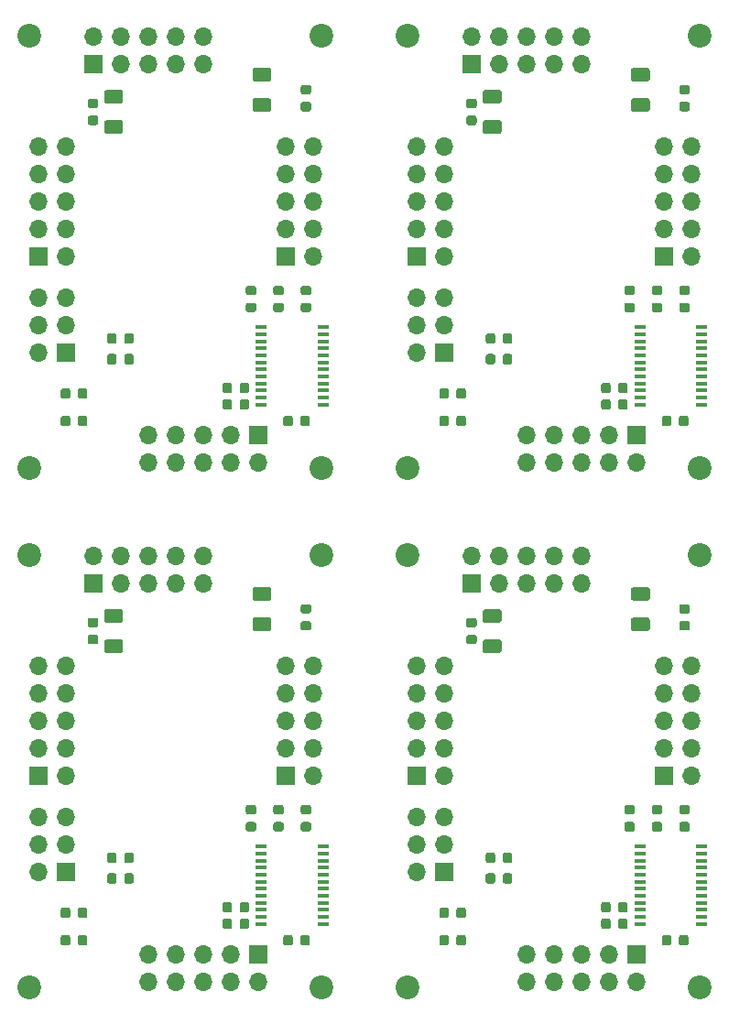
<source format=gts>
%TF.GenerationSoftware,KiCad,Pcbnew,(5.1.5)-3*%
%TF.CreationDate,2020-07-19T12:12:02+02:00*%
%TF.ProjectId,REM-MH_4,52454d2d-4d48-45f3-942e-6b696361645f,V1.0*%
%TF.SameCoordinates,Original*%
%TF.FileFunction,Soldermask,Top*%
%TF.FilePolarity,Negative*%
%FSLAX46Y46*%
G04 Gerber Fmt 4.6, Leading zero omitted, Abs format (unit mm)*
G04 Created by KiCad (PCBNEW (5.1.5)-3) date 2020-07-19 12:12:02*
%MOMM*%
%LPD*%
G04 APERTURE LIST*
%ADD10C,0.100000*%
%ADD11O,1.700000X1.700000*%
%ADD12R,1.700000X1.700000*%
%ADD13R,1.100000X0.400000*%
%ADD14C,2.200000*%
G04 APERTURE END LIST*
D10*
G36*
X121312691Y-129683553D02*
G01*
X121333926Y-129686703D01*
X121354750Y-129691919D01*
X121374962Y-129699151D01*
X121394368Y-129708330D01*
X121412781Y-129719366D01*
X121430024Y-129732154D01*
X121445930Y-129746570D01*
X121460346Y-129762476D01*
X121473134Y-129779719D01*
X121484170Y-129798132D01*
X121493349Y-129817538D01*
X121500581Y-129837750D01*
X121505797Y-129858574D01*
X121508947Y-129879809D01*
X121510000Y-129901250D01*
X121510000Y-130338750D01*
X121508947Y-130360191D01*
X121505797Y-130381426D01*
X121500581Y-130402250D01*
X121493349Y-130422462D01*
X121484170Y-130441868D01*
X121473134Y-130460281D01*
X121460346Y-130477524D01*
X121445930Y-130493430D01*
X121430024Y-130507846D01*
X121412781Y-130520634D01*
X121394368Y-130531670D01*
X121374962Y-130540849D01*
X121354750Y-130548081D01*
X121333926Y-130553297D01*
X121312691Y-130556447D01*
X121291250Y-130557500D01*
X120778750Y-130557500D01*
X120757309Y-130556447D01*
X120736074Y-130553297D01*
X120715250Y-130548081D01*
X120695038Y-130540849D01*
X120675632Y-130531670D01*
X120657219Y-130520634D01*
X120639976Y-130507846D01*
X120624070Y-130493430D01*
X120609654Y-130477524D01*
X120596866Y-130460281D01*
X120585830Y-130441868D01*
X120576651Y-130422462D01*
X120569419Y-130402250D01*
X120564203Y-130381426D01*
X120561053Y-130360191D01*
X120560000Y-130338750D01*
X120560000Y-129901250D01*
X120561053Y-129879809D01*
X120564203Y-129858574D01*
X120569419Y-129837750D01*
X120576651Y-129817538D01*
X120585830Y-129798132D01*
X120596866Y-129779719D01*
X120609654Y-129762476D01*
X120624070Y-129746570D01*
X120639976Y-129732154D01*
X120657219Y-129719366D01*
X120675632Y-129708330D01*
X120695038Y-129699151D01*
X120715250Y-129691919D01*
X120736074Y-129686703D01*
X120757309Y-129683553D01*
X120778750Y-129682500D01*
X121291250Y-129682500D01*
X121312691Y-129683553D01*
G37*
G36*
X121312691Y-128108553D02*
G01*
X121333926Y-128111703D01*
X121354750Y-128116919D01*
X121374962Y-128124151D01*
X121394368Y-128133330D01*
X121412781Y-128144366D01*
X121430024Y-128157154D01*
X121445930Y-128171570D01*
X121460346Y-128187476D01*
X121473134Y-128204719D01*
X121484170Y-128223132D01*
X121493349Y-128242538D01*
X121500581Y-128262750D01*
X121505797Y-128283574D01*
X121508947Y-128304809D01*
X121510000Y-128326250D01*
X121510000Y-128763750D01*
X121508947Y-128785191D01*
X121505797Y-128806426D01*
X121500581Y-128827250D01*
X121493349Y-128847462D01*
X121484170Y-128866868D01*
X121473134Y-128885281D01*
X121460346Y-128902524D01*
X121445930Y-128918430D01*
X121430024Y-128932846D01*
X121412781Y-128945634D01*
X121394368Y-128956670D01*
X121374962Y-128965849D01*
X121354750Y-128973081D01*
X121333926Y-128978297D01*
X121312691Y-128981447D01*
X121291250Y-128982500D01*
X120778750Y-128982500D01*
X120757309Y-128981447D01*
X120736074Y-128978297D01*
X120715250Y-128973081D01*
X120695038Y-128965849D01*
X120675632Y-128956670D01*
X120657219Y-128945634D01*
X120639976Y-128932846D01*
X120624070Y-128918430D01*
X120609654Y-128902524D01*
X120596866Y-128885281D01*
X120585830Y-128866868D01*
X120576651Y-128847462D01*
X120569419Y-128827250D01*
X120564203Y-128806426D01*
X120561053Y-128785191D01*
X120560000Y-128763750D01*
X120560000Y-128326250D01*
X120561053Y-128304809D01*
X120564203Y-128283574D01*
X120569419Y-128262750D01*
X120576651Y-128242538D01*
X120585830Y-128223132D01*
X120596866Y-128204719D01*
X120609654Y-128187476D01*
X120624070Y-128171570D01*
X120639976Y-128157154D01*
X120657219Y-128144366D01*
X120675632Y-128133330D01*
X120695038Y-128124151D01*
X120715250Y-128116919D01*
X120736074Y-128111703D01*
X120757309Y-128108553D01*
X120778750Y-128107500D01*
X121291250Y-128107500D01*
X121312691Y-128108553D01*
G37*
D11*
X114050000Y-105050000D03*
X114050000Y-107590000D03*
X111510000Y-105050000D03*
X111510000Y-107590000D03*
X108970000Y-105050000D03*
X108970000Y-107590000D03*
X106430000Y-105050000D03*
X106430000Y-107590000D03*
X103890000Y-105050000D03*
D12*
X103890000Y-107590000D03*
D11*
X108970000Y-144420000D03*
X108970000Y-141880000D03*
X111510000Y-144420000D03*
X111510000Y-141880000D03*
X114050000Y-144420000D03*
X114050000Y-141880000D03*
X116590000Y-144420000D03*
X116590000Y-141880000D03*
X119130000Y-144420000D03*
D12*
X119130000Y-141880000D03*
D10*
G36*
X118125691Y-138612053D02*
G01*
X118146926Y-138615203D01*
X118167750Y-138620419D01*
X118187962Y-138627651D01*
X118207368Y-138636830D01*
X118225781Y-138647866D01*
X118243024Y-138660654D01*
X118258930Y-138675070D01*
X118273346Y-138690976D01*
X118286134Y-138708219D01*
X118297170Y-138726632D01*
X118306349Y-138746038D01*
X118313581Y-138766250D01*
X118318797Y-138787074D01*
X118321947Y-138808309D01*
X118323000Y-138829750D01*
X118323000Y-139342250D01*
X118321947Y-139363691D01*
X118318797Y-139384926D01*
X118313581Y-139405750D01*
X118306349Y-139425962D01*
X118297170Y-139445368D01*
X118286134Y-139463781D01*
X118273346Y-139481024D01*
X118258930Y-139496930D01*
X118243024Y-139511346D01*
X118225781Y-139524134D01*
X118207368Y-139535170D01*
X118187962Y-139544349D01*
X118167750Y-139551581D01*
X118146926Y-139556797D01*
X118125691Y-139559947D01*
X118104250Y-139561000D01*
X117666750Y-139561000D01*
X117645309Y-139559947D01*
X117624074Y-139556797D01*
X117603250Y-139551581D01*
X117583038Y-139544349D01*
X117563632Y-139535170D01*
X117545219Y-139524134D01*
X117527976Y-139511346D01*
X117512070Y-139496930D01*
X117497654Y-139481024D01*
X117484866Y-139463781D01*
X117473830Y-139445368D01*
X117464651Y-139425962D01*
X117457419Y-139405750D01*
X117452203Y-139384926D01*
X117449053Y-139363691D01*
X117448000Y-139342250D01*
X117448000Y-138829750D01*
X117449053Y-138808309D01*
X117452203Y-138787074D01*
X117457419Y-138766250D01*
X117464651Y-138746038D01*
X117473830Y-138726632D01*
X117484866Y-138708219D01*
X117497654Y-138690976D01*
X117512070Y-138675070D01*
X117527976Y-138660654D01*
X117545219Y-138647866D01*
X117563632Y-138636830D01*
X117583038Y-138627651D01*
X117603250Y-138620419D01*
X117624074Y-138615203D01*
X117645309Y-138612053D01*
X117666750Y-138611000D01*
X118104250Y-138611000D01*
X118125691Y-138612053D01*
G37*
G36*
X116550691Y-138612053D02*
G01*
X116571926Y-138615203D01*
X116592750Y-138620419D01*
X116612962Y-138627651D01*
X116632368Y-138636830D01*
X116650781Y-138647866D01*
X116668024Y-138660654D01*
X116683930Y-138675070D01*
X116698346Y-138690976D01*
X116711134Y-138708219D01*
X116722170Y-138726632D01*
X116731349Y-138746038D01*
X116738581Y-138766250D01*
X116743797Y-138787074D01*
X116746947Y-138808309D01*
X116748000Y-138829750D01*
X116748000Y-139342250D01*
X116746947Y-139363691D01*
X116743797Y-139384926D01*
X116738581Y-139405750D01*
X116731349Y-139425962D01*
X116722170Y-139445368D01*
X116711134Y-139463781D01*
X116698346Y-139481024D01*
X116683930Y-139496930D01*
X116668024Y-139511346D01*
X116650781Y-139524134D01*
X116632368Y-139535170D01*
X116612962Y-139544349D01*
X116592750Y-139551581D01*
X116571926Y-139556797D01*
X116550691Y-139559947D01*
X116529250Y-139561000D01*
X116091750Y-139561000D01*
X116070309Y-139559947D01*
X116049074Y-139556797D01*
X116028250Y-139551581D01*
X116008038Y-139544349D01*
X115988632Y-139535170D01*
X115970219Y-139524134D01*
X115952976Y-139511346D01*
X115937070Y-139496930D01*
X115922654Y-139481024D01*
X115909866Y-139463781D01*
X115898830Y-139445368D01*
X115889651Y-139425962D01*
X115882419Y-139405750D01*
X115877203Y-139384926D01*
X115874053Y-139363691D01*
X115873000Y-139342250D01*
X115873000Y-138829750D01*
X115874053Y-138808309D01*
X115877203Y-138787074D01*
X115882419Y-138766250D01*
X115889651Y-138746038D01*
X115898830Y-138726632D01*
X115909866Y-138708219D01*
X115922654Y-138690976D01*
X115937070Y-138675070D01*
X115952976Y-138660654D01*
X115970219Y-138647866D01*
X115988632Y-138636830D01*
X116008038Y-138627651D01*
X116028250Y-138620419D01*
X116049074Y-138615203D01*
X116070309Y-138612053D01*
X116091750Y-138611000D01*
X116529250Y-138611000D01*
X116550691Y-138612053D01*
G37*
G36*
X118125691Y-137088053D02*
G01*
X118146926Y-137091203D01*
X118167750Y-137096419D01*
X118187962Y-137103651D01*
X118207368Y-137112830D01*
X118225781Y-137123866D01*
X118243024Y-137136654D01*
X118258930Y-137151070D01*
X118273346Y-137166976D01*
X118286134Y-137184219D01*
X118297170Y-137202632D01*
X118306349Y-137222038D01*
X118313581Y-137242250D01*
X118318797Y-137263074D01*
X118321947Y-137284309D01*
X118323000Y-137305750D01*
X118323000Y-137818250D01*
X118321947Y-137839691D01*
X118318797Y-137860926D01*
X118313581Y-137881750D01*
X118306349Y-137901962D01*
X118297170Y-137921368D01*
X118286134Y-137939781D01*
X118273346Y-137957024D01*
X118258930Y-137972930D01*
X118243024Y-137987346D01*
X118225781Y-138000134D01*
X118207368Y-138011170D01*
X118187962Y-138020349D01*
X118167750Y-138027581D01*
X118146926Y-138032797D01*
X118125691Y-138035947D01*
X118104250Y-138037000D01*
X117666750Y-138037000D01*
X117645309Y-138035947D01*
X117624074Y-138032797D01*
X117603250Y-138027581D01*
X117583038Y-138020349D01*
X117563632Y-138011170D01*
X117545219Y-138000134D01*
X117527976Y-137987346D01*
X117512070Y-137972930D01*
X117497654Y-137957024D01*
X117484866Y-137939781D01*
X117473830Y-137921368D01*
X117464651Y-137901962D01*
X117457419Y-137881750D01*
X117452203Y-137860926D01*
X117449053Y-137839691D01*
X117448000Y-137818250D01*
X117448000Y-137305750D01*
X117449053Y-137284309D01*
X117452203Y-137263074D01*
X117457419Y-137242250D01*
X117464651Y-137222038D01*
X117473830Y-137202632D01*
X117484866Y-137184219D01*
X117497654Y-137166976D01*
X117512070Y-137151070D01*
X117527976Y-137136654D01*
X117545219Y-137123866D01*
X117563632Y-137112830D01*
X117583038Y-137103651D01*
X117603250Y-137096419D01*
X117624074Y-137091203D01*
X117645309Y-137088053D01*
X117666750Y-137087000D01*
X118104250Y-137087000D01*
X118125691Y-137088053D01*
G37*
G36*
X116550691Y-137088053D02*
G01*
X116571926Y-137091203D01*
X116592750Y-137096419D01*
X116612962Y-137103651D01*
X116632368Y-137112830D01*
X116650781Y-137123866D01*
X116668024Y-137136654D01*
X116683930Y-137151070D01*
X116698346Y-137166976D01*
X116711134Y-137184219D01*
X116722170Y-137202632D01*
X116731349Y-137222038D01*
X116738581Y-137242250D01*
X116743797Y-137263074D01*
X116746947Y-137284309D01*
X116748000Y-137305750D01*
X116748000Y-137818250D01*
X116746947Y-137839691D01*
X116743797Y-137860926D01*
X116738581Y-137881750D01*
X116731349Y-137901962D01*
X116722170Y-137921368D01*
X116711134Y-137939781D01*
X116698346Y-137957024D01*
X116683930Y-137972930D01*
X116668024Y-137987346D01*
X116650781Y-138000134D01*
X116632368Y-138011170D01*
X116612962Y-138020349D01*
X116592750Y-138027581D01*
X116571926Y-138032797D01*
X116550691Y-138035947D01*
X116529250Y-138037000D01*
X116091750Y-138037000D01*
X116070309Y-138035947D01*
X116049074Y-138032797D01*
X116028250Y-138027581D01*
X116008038Y-138020349D01*
X115988632Y-138011170D01*
X115970219Y-138000134D01*
X115952976Y-137987346D01*
X115937070Y-137972930D01*
X115922654Y-137957024D01*
X115909866Y-137939781D01*
X115898830Y-137921368D01*
X115889651Y-137901962D01*
X115882419Y-137881750D01*
X115877203Y-137860926D01*
X115874053Y-137839691D01*
X115873000Y-137818250D01*
X115873000Y-137305750D01*
X115874053Y-137284309D01*
X115877203Y-137263074D01*
X115882419Y-137242250D01*
X115889651Y-137222038D01*
X115898830Y-137202632D01*
X115909866Y-137184219D01*
X115922654Y-137166976D01*
X115937070Y-137151070D01*
X115952976Y-137136654D01*
X115970219Y-137123866D01*
X115988632Y-137112830D01*
X116008038Y-137103651D01*
X116028250Y-137096419D01*
X116049074Y-137091203D01*
X116070309Y-137088053D01*
X116091750Y-137087000D01*
X116529250Y-137087000D01*
X116550691Y-137088053D01*
G37*
G36*
X107457691Y-132516053D02*
G01*
X107478926Y-132519203D01*
X107499750Y-132524419D01*
X107519962Y-132531651D01*
X107539368Y-132540830D01*
X107557781Y-132551866D01*
X107575024Y-132564654D01*
X107590930Y-132579070D01*
X107605346Y-132594976D01*
X107618134Y-132612219D01*
X107629170Y-132630632D01*
X107638349Y-132650038D01*
X107645581Y-132670250D01*
X107650797Y-132691074D01*
X107653947Y-132712309D01*
X107655000Y-132733750D01*
X107655000Y-133246250D01*
X107653947Y-133267691D01*
X107650797Y-133288926D01*
X107645581Y-133309750D01*
X107638349Y-133329962D01*
X107629170Y-133349368D01*
X107618134Y-133367781D01*
X107605346Y-133385024D01*
X107590930Y-133400930D01*
X107575024Y-133415346D01*
X107557781Y-133428134D01*
X107539368Y-133439170D01*
X107519962Y-133448349D01*
X107499750Y-133455581D01*
X107478926Y-133460797D01*
X107457691Y-133463947D01*
X107436250Y-133465000D01*
X106998750Y-133465000D01*
X106977309Y-133463947D01*
X106956074Y-133460797D01*
X106935250Y-133455581D01*
X106915038Y-133448349D01*
X106895632Y-133439170D01*
X106877219Y-133428134D01*
X106859976Y-133415346D01*
X106844070Y-133400930D01*
X106829654Y-133385024D01*
X106816866Y-133367781D01*
X106805830Y-133349368D01*
X106796651Y-133329962D01*
X106789419Y-133309750D01*
X106784203Y-133288926D01*
X106781053Y-133267691D01*
X106780000Y-133246250D01*
X106780000Y-132733750D01*
X106781053Y-132712309D01*
X106784203Y-132691074D01*
X106789419Y-132670250D01*
X106796651Y-132650038D01*
X106805830Y-132630632D01*
X106816866Y-132612219D01*
X106829654Y-132594976D01*
X106844070Y-132579070D01*
X106859976Y-132564654D01*
X106877219Y-132551866D01*
X106895632Y-132540830D01*
X106915038Y-132531651D01*
X106935250Y-132524419D01*
X106956074Y-132519203D01*
X106977309Y-132516053D01*
X106998750Y-132515000D01*
X107436250Y-132515000D01*
X107457691Y-132516053D01*
G37*
G36*
X105882691Y-132516053D02*
G01*
X105903926Y-132519203D01*
X105924750Y-132524419D01*
X105944962Y-132531651D01*
X105964368Y-132540830D01*
X105982781Y-132551866D01*
X106000024Y-132564654D01*
X106015930Y-132579070D01*
X106030346Y-132594976D01*
X106043134Y-132612219D01*
X106054170Y-132630632D01*
X106063349Y-132650038D01*
X106070581Y-132670250D01*
X106075797Y-132691074D01*
X106078947Y-132712309D01*
X106080000Y-132733750D01*
X106080000Y-133246250D01*
X106078947Y-133267691D01*
X106075797Y-133288926D01*
X106070581Y-133309750D01*
X106063349Y-133329962D01*
X106054170Y-133349368D01*
X106043134Y-133367781D01*
X106030346Y-133385024D01*
X106015930Y-133400930D01*
X106000024Y-133415346D01*
X105982781Y-133428134D01*
X105964368Y-133439170D01*
X105944962Y-133448349D01*
X105924750Y-133455581D01*
X105903926Y-133460797D01*
X105882691Y-133463947D01*
X105861250Y-133465000D01*
X105423750Y-133465000D01*
X105402309Y-133463947D01*
X105381074Y-133460797D01*
X105360250Y-133455581D01*
X105340038Y-133448349D01*
X105320632Y-133439170D01*
X105302219Y-133428134D01*
X105284976Y-133415346D01*
X105269070Y-133400930D01*
X105254654Y-133385024D01*
X105241866Y-133367781D01*
X105230830Y-133349368D01*
X105221651Y-133329962D01*
X105214419Y-133309750D01*
X105209203Y-133288926D01*
X105206053Y-133267691D01*
X105205000Y-133246250D01*
X105205000Y-132733750D01*
X105206053Y-132712309D01*
X105209203Y-132691074D01*
X105214419Y-132670250D01*
X105221651Y-132650038D01*
X105230830Y-132630632D01*
X105241866Y-132612219D01*
X105254654Y-132594976D01*
X105269070Y-132579070D01*
X105284976Y-132564654D01*
X105302219Y-132551866D01*
X105320632Y-132540830D01*
X105340038Y-132531651D01*
X105360250Y-132524419D01*
X105381074Y-132519203D01*
X105402309Y-132516053D01*
X105423750Y-132515000D01*
X105861250Y-132515000D01*
X105882691Y-132516053D01*
G37*
D13*
X125155000Y-131955000D03*
X125155000Y-132605000D03*
X125155000Y-133255000D03*
X125155000Y-133905000D03*
X125155000Y-134555000D03*
X125155000Y-135205000D03*
X125155000Y-135855000D03*
X125155000Y-136505000D03*
X125155000Y-137155000D03*
X125155000Y-137805000D03*
X125155000Y-138455000D03*
X125155000Y-139105000D03*
X119455000Y-139105000D03*
X119455000Y-138455000D03*
X119455000Y-137805000D03*
X119455000Y-137155000D03*
X119455000Y-136505000D03*
X119455000Y-135855000D03*
X119455000Y-135205000D03*
X119455000Y-134555000D03*
X119455000Y-133905000D03*
X119455000Y-133255000D03*
X119455000Y-132605000D03*
X119455000Y-131955000D03*
D11*
X98810000Y-129180000D03*
X101350000Y-129180000D03*
X98810000Y-131720000D03*
X101350000Y-131720000D03*
X98810000Y-134260000D03*
D12*
X101350000Y-134260000D03*
D11*
X124210000Y-115210000D03*
X121670000Y-115210000D03*
X124210000Y-117750000D03*
X121670000Y-117750000D03*
X124210000Y-120290000D03*
X121670000Y-120290000D03*
X124210000Y-122830000D03*
X121670000Y-122830000D03*
X124210000Y-125370000D03*
D12*
X121670000Y-125370000D03*
D11*
X101350000Y-115210000D03*
X98810000Y-115210000D03*
X101350000Y-117750000D03*
X98810000Y-117750000D03*
X101350000Y-120290000D03*
X98810000Y-120290000D03*
X101350000Y-122830000D03*
X98810000Y-122830000D03*
X101350000Y-125370000D03*
D12*
X98810000Y-125370000D03*
D10*
G36*
X103165191Y-140136053D02*
G01*
X103186426Y-140139203D01*
X103207250Y-140144419D01*
X103227462Y-140151651D01*
X103246868Y-140160830D01*
X103265281Y-140171866D01*
X103282524Y-140184654D01*
X103298430Y-140199070D01*
X103312846Y-140214976D01*
X103325634Y-140232219D01*
X103336670Y-140250632D01*
X103345849Y-140270038D01*
X103353081Y-140290250D01*
X103358297Y-140311074D01*
X103361447Y-140332309D01*
X103362500Y-140353750D01*
X103362500Y-140866250D01*
X103361447Y-140887691D01*
X103358297Y-140908926D01*
X103353081Y-140929750D01*
X103345849Y-140949962D01*
X103336670Y-140969368D01*
X103325634Y-140987781D01*
X103312846Y-141005024D01*
X103298430Y-141020930D01*
X103282524Y-141035346D01*
X103265281Y-141048134D01*
X103246868Y-141059170D01*
X103227462Y-141068349D01*
X103207250Y-141075581D01*
X103186426Y-141080797D01*
X103165191Y-141083947D01*
X103143750Y-141085000D01*
X102706250Y-141085000D01*
X102684809Y-141083947D01*
X102663574Y-141080797D01*
X102642750Y-141075581D01*
X102622538Y-141068349D01*
X102603132Y-141059170D01*
X102584719Y-141048134D01*
X102567476Y-141035346D01*
X102551570Y-141020930D01*
X102537154Y-141005024D01*
X102524366Y-140987781D01*
X102513330Y-140969368D01*
X102504151Y-140949962D01*
X102496919Y-140929750D01*
X102491703Y-140908926D01*
X102488553Y-140887691D01*
X102487500Y-140866250D01*
X102487500Y-140353750D01*
X102488553Y-140332309D01*
X102491703Y-140311074D01*
X102496919Y-140290250D01*
X102504151Y-140270038D01*
X102513330Y-140250632D01*
X102524366Y-140232219D01*
X102537154Y-140214976D01*
X102551570Y-140199070D01*
X102567476Y-140184654D01*
X102584719Y-140171866D01*
X102603132Y-140160830D01*
X102622538Y-140151651D01*
X102642750Y-140144419D01*
X102663574Y-140139203D01*
X102684809Y-140136053D01*
X102706250Y-140135000D01*
X103143750Y-140135000D01*
X103165191Y-140136053D01*
G37*
G36*
X101590191Y-140136053D02*
G01*
X101611426Y-140139203D01*
X101632250Y-140144419D01*
X101652462Y-140151651D01*
X101671868Y-140160830D01*
X101690281Y-140171866D01*
X101707524Y-140184654D01*
X101723430Y-140199070D01*
X101737846Y-140214976D01*
X101750634Y-140232219D01*
X101761670Y-140250632D01*
X101770849Y-140270038D01*
X101778081Y-140290250D01*
X101783297Y-140311074D01*
X101786447Y-140332309D01*
X101787500Y-140353750D01*
X101787500Y-140866250D01*
X101786447Y-140887691D01*
X101783297Y-140908926D01*
X101778081Y-140929750D01*
X101770849Y-140949962D01*
X101761670Y-140969368D01*
X101750634Y-140987781D01*
X101737846Y-141005024D01*
X101723430Y-141020930D01*
X101707524Y-141035346D01*
X101690281Y-141048134D01*
X101671868Y-141059170D01*
X101652462Y-141068349D01*
X101632250Y-141075581D01*
X101611426Y-141080797D01*
X101590191Y-141083947D01*
X101568750Y-141085000D01*
X101131250Y-141085000D01*
X101109809Y-141083947D01*
X101088574Y-141080797D01*
X101067750Y-141075581D01*
X101047538Y-141068349D01*
X101028132Y-141059170D01*
X101009719Y-141048134D01*
X100992476Y-141035346D01*
X100976570Y-141020930D01*
X100962154Y-141005024D01*
X100949366Y-140987781D01*
X100938330Y-140969368D01*
X100929151Y-140949962D01*
X100921919Y-140929750D01*
X100916703Y-140908926D01*
X100913553Y-140887691D01*
X100912500Y-140866250D01*
X100912500Y-140353750D01*
X100913553Y-140332309D01*
X100916703Y-140311074D01*
X100921919Y-140290250D01*
X100929151Y-140270038D01*
X100938330Y-140250632D01*
X100949366Y-140232219D01*
X100962154Y-140214976D01*
X100976570Y-140199070D01*
X100992476Y-140184654D01*
X101009719Y-140171866D01*
X101028132Y-140160830D01*
X101047538Y-140151651D01*
X101067750Y-140144419D01*
X101088574Y-140139203D01*
X101109809Y-140136053D01*
X101131250Y-140135000D01*
X101568750Y-140135000D01*
X101590191Y-140136053D01*
G37*
G36*
X107457691Y-134421053D02*
G01*
X107478926Y-134424203D01*
X107499750Y-134429419D01*
X107519962Y-134436651D01*
X107539368Y-134445830D01*
X107557781Y-134456866D01*
X107575024Y-134469654D01*
X107590930Y-134484070D01*
X107605346Y-134499976D01*
X107618134Y-134517219D01*
X107629170Y-134535632D01*
X107638349Y-134555038D01*
X107645581Y-134575250D01*
X107650797Y-134596074D01*
X107653947Y-134617309D01*
X107655000Y-134638750D01*
X107655000Y-135151250D01*
X107653947Y-135172691D01*
X107650797Y-135193926D01*
X107645581Y-135214750D01*
X107638349Y-135234962D01*
X107629170Y-135254368D01*
X107618134Y-135272781D01*
X107605346Y-135290024D01*
X107590930Y-135305930D01*
X107575024Y-135320346D01*
X107557781Y-135333134D01*
X107539368Y-135344170D01*
X107519962Y-135353349D01*
X107499750Y-135360581D01*
X107478926Y-135365797D01*
X107457691Y-135368947D01*
X107436250Y-135370000D01*
X106998750Y-135370000D01*
X106977309Y-135368947D01*
X106956074Y-135365797D01*
X106935250Y-135360581D01*
X106915038Y-135353349D01*
X106895632Y-135344170D01*
X106877219Y-135333134D01*
X106859976Y-135320346D01*
X106844070Y-135305930D01*
X106829654Y-135290024D01*
X106816866Y-135272781D01*
X106805830Y-135254368D01*
X106796651Y-135234962D01*
X106789419Y-135214750D01*
X106784203Y-135193926D01*
X106781053Y-135172691D01*
X106780000Y-135151250D01*
X106780000Y-134638750D01*
X106781053Y-134617309D01*
X106784203Y-134596074D01*
X106789419Y-134575250D01*
X106796651Y-134555038D01*
X106805830Y-134535632D01*
X106816866Y-134517219D01*
X106829654Y-134499976D01*
X106844070Y-134484070D01*
X106859976Y-134469654D01*
X106877219Y-134456866D01*
X106895632Y-134445830D01*
X106915038Y-134436651D01*
X106935250Y-134429419D01*
X106956074Y-134424203D01*
X106977309Y-134421053D01*
X106998750Y-134420000D01*
X107436250Y-134420000D01*
X107457691Y-134421053D01*
G37*
G36*
X105882691Y-134421053D02*
G01*
X105903926Y-134424203D01*
X105924750Y-134429419D01*
X105944962Y-134436651D01*
X105964368Y-134445830D01*
X105982781Y-134456866D01*
X106000024Y-134469654D01*
X106015930Y-134484070D01*
X106030346Y-134499976D01*
X106043134Y-134517219D01*
X106054170Y-134535632D01*
X106063349Y-134555038D01*
X106070581Y-134575250D01*
X106075797Y-134596074D01*
X106078947Y-134617309D01*
X106080000Y-134638750D01*
X106080000Y-135151250D01*
X106078947Y-135172691D01*
X106075797Y-135193926D01*
X106070581Y-135214750D01*
X106063349Y-135234962D01*
X106054170Y-135254368D01*
X106043134Y-135272781D01*
X106030346Y-135290024D01*
X106015930Y-135305930D01*
X106000024Y-135320346D01*
X105982781Y-135333134D01*
X105964368Y-135344170D01*
X105944962Y-135353349D01*
X105924750Y-135360581D01*
X105903926Y-135365797D01*
X105882691Y-135368947D01*
X105861250Y-135370000D01*
X105423750Y-135370000D01*
X105402309Y-135368947D01*
X105381074Y-135365797D01*
X105360250Y-135360581D01*
X105340038Y-135353349D01*
X105320632Y-135344170D01*
X105302219Y-135333134D01*
X105284976Y-135320346D01*
X105269070Y-135305930D01*
X105254654Y-135290024D01*
X105241866Y-135272781D01*
X105230830Y-135254368D01*
X105221651Y-135234962D01*
X105214419Y-135214750D01*
X105209203Y-135193926D01*
X105206053Y-135172691D01*
X105205000Y-135151250D01*
X105205000Y-134638750D01*
X105206053Y-134617309D01*
X105209203Y-134596074D01*
X105214419Y-134575250D01*
X105221651Y-134555038D01*
X105230830Y-134535632D01*
X105241866Y-134517219D01*
X105254654Y-134499976D01*
X105269070Y-134484070D01*
X105284976Y-134469654D01*
X105302219Y-134456866D01*
X105320632Y-134445830D01*
X105340038Y-134436651D01*
X105360250Y-134429419D01*
X105381074Y-134424203D01*
X105402309Y-134421053D01*
X105423750Y-134420000D01*
X105861250Y-134420000D01*
X105882691Y-134421053D01*
G37*
D14*
X125000000Y-145000000D03*
D10*
G36*
X118772691Y-129683553D02*
G01*
X118793926Y-129686703D01*
X118814750Y-129691919D01*
X118834962Y-129699151D01*
X118854368Y-129708330D01*
X118872781Y-129719366D01*
X118890024Y-129732154D01*
X118905930Y-129746570D01*
X118920346Y-129762476D01*
X118933134Y-129779719D01*
X118944170Y-129798132D01*
X118953349Y-129817538D01*
X118960581Y-129837750D01*
X118965797Y-129858574D01*
X118968947Y-129879809D01*
X118970000Y-129901250D01*
X118970000Y-130338750D01*
X118968947Y-130360191D01*
X118965797Y-130381426D01*
X118960581Y-130402250D01*
X118953349Y-130422462D01*
X118944170Y-130441868D01*
X118933134Y-130460281D01*
X118920346Y-130477524D01*
X118905930Y-130493430D01*
X118890024Y-130507846D01*
X118872781Y-130520634D01*
X118854368Y-130531670D01*
X118834962Y-130540849D01*
X118814750Y-130548081D01*
X118793926Y-130553297D01*
X118772691Y-130556447D01*
X118751250Y-130557500D01*
X118238750Y-130557500D01*
X118217309Y-130556447D01*
X118196074Y-130553297D01*
X118175250Y-130548081D01*
X118155038Y-130540849D01*
X118135632Y-130531670D01*
X118117219Y-130520634D01*
X118099976Y-130507846D01*
X118084070Y-130493430D01*
X118069654Y-130477524D01*
X118056866Y-130460281D01*
X118045830Y-130441868D01*
X118036651Y-130422462D01*
X118029419Y-130402250D01*
X118024203Y-130381426D01*
X118021053Y-130360191D01*
X118020000Y-130338750D01*
X118020000Y-129901250D01*
X118021053Y-129879809D01*
X118024203Y-129858574D01*
X118029419Y-129837750D01*
X118036651Y-129817538D01*
X118045830Y-129798132D01*
X118056866Y-129779719D01*
X118069654Y-129762476D01*
X118084070Y-129746570D01*
X118099976Y-129732154D01*
X118117219Y-129719366D01*
X118135632Y-129708330D01*
X118155038Y-129699151D01*
X118175250Y-129691919D01*
X118196074Y-129686703D01*
X118217309Y-129683553D01*
X118238750Y-129682500D01*
X118751250Y-129682500D01*
X118772691Y-129683553D01*
G37*
G36*
X118772691Y-128108553D02*
G01*
X118793926Y-128111703D01*
X118814750Y-128116919D01*
X118834962Y-128124151D01*
X118854368Y-128133330D01*
X118872781Y-128144366D01*
X118890024Y-128157154D01*
X118905930Y-128171570D01*
X118920346Y-128187476D01*
X118933134Y-128204719D01*
X118944170Y-128223132D01*
X118953349Y-128242538D01*
X118960581Y-128262750D01*
X118965797Y-128283574D01*
X118968947Y-128304809D01*
X118970000Y-128326250D01*
X118970000Y-128763750D01*
X118968947Y-128785191D01*
X118965797Y-128806426D01*
X118960581Y-128827250D01*
X118953349Y-128847462D01*
X118944170Y-128866868D01*
X118933134Y-128885281D01*
X118920346Y-128902524D01*
X118905930Y-128918430D01*
X118890024Y-128932846D01*
X118872781Y-128945634D01*
X118854368Y-128956670D01*
X118834962Y-128965849D01*
X118814750Y-128973081D01*
X118793926Y-128978297D01*
X118772691Y-128981447D01*
X118751250Y-128982500D01*
X118238750Y-128982500D01*
X118217309Y-128981447D01*
X118196074Y-128978297D01*
X118175250Y-128973081D01*
X118155038Y-128965849D01*
X118135632Y-128956670D01*
X118117219Y-128945634D01*
X118099976Y-128932846D01*
X118084070Y-128918430D01*
X118069654Y-128902524D01*
X118056866Y-128885281D01*
X118045830Y-128866868D01*
X118036651Y-128847462D01*
X118029419Y-128827250D01*
X118024203Y-128806426D01*
X118021053Y-128785191D01*
X118020000Y-128763750D01*
X118020000Y-128326250D01*
X118021053Y-128304809D01*
X118024203Y-128283574D01*
X118029419Y-128262750D01*
X118036651Y-128242538D01*
X118045830Y-128223132D01*
X118056866Y-128204719D01*
X118069654Y-128187476D01*
X118084070Y-128171570D01*
X118099976Y-128157154D01*
X118117219Y-128144366D01*
X118135632Y-128133330D01*
X118155038Y-128124151D01*
X118175250Y-128116919D01*
X118196074Y-128111703D01*
X118217309Y-128108553D01*
X118238750Y-128107500D01*
X118751250Y-128107500D01*
X118772691Y-128108553D01*
G37*
D14*
X125000000Y-105000000D03*
D10*
G36*
X104167691Y-110811053D02*
G01*
X104188926Y-110814203D01*
X104209750Y-110819419D01*
X104229962Y-110826651D01*
X104249368Y-110835830D01*
X104267781Y-110846866D01*
X104285024Y-110859654D01*
X104300930Y-110874070D01*
X104315346Y-110889976D01*
X104328134Y-110907219D01*
X104339170Y-110925632D01*
X104348349Y-110945038D01*
X104355581Y-110965250D01*
X104360797Y-110986074D01*
X104363947Y-111007309D01*
X104365000Y-111028750D01*
X104365000Y-111466250D01*
X104363947Y-111487691D01*
X104360797Y-111508926D01*
X104355581Y-111529750D01*
X104348349Y-111549962D01*
X104339170Y-111569368D01*
X104328134Y-111587781D01*
X104315346Y-111605024D01*
X104300930Y-111620930D01*
X104285024Y-111635346D01*
X104267781Y-111648134D01*
X104249368Y-111659170D01*
X104229962Y-111668349D01*
X104209750Y-111675581D01*
X104188926Y-111680797D01*
X104167691Y-111683947D01*
X104146250Y-111685000D01*
X103633750Y-111685000D01*
X103612309Y-111683947D01*
X103591074Y-111680797D01*
X103570250Y-111675581D01*
X103550038Y-111668349D01*
X103530632Y-111659170D01*
X103512219Y-111648134D01*
X103494976Y-111635346D01*
X103479070Y-111620930D01*
X103464654Y-111605024D01*
X103451866Y-111587781D01*
X103440830Y-111569368D01*
X103431651Y-111549962D01*
X103424419Y-111529750D01*
X103419203Y-111508926D01*
X103416053Y-111487691D01*
X103415000Y-111466250D01*
X103415000Y-111028750D01*
X103416053Y-111007309D01*
X103419203Y-110986074D01*
X103424419Y-110965250D01*
X103431651Y-110945038D01*
X103440830Y-110925632D01*
X103451866Y-110907219D01*
X103464654Y-110889976D01*
X103479070Y-110874070D01*
X103494976Y-110859654D01*
X103512219Y-110846866D01*
X103530632Y-110835830D01*
X103550038Y-110826651D01*
X103570250Y-110819419D01*
X103591074Y-110814203D01*
X103612309Y-110811053D01*
X103633750Y-110810000D01*
X104146250Y-110810000D01*
X104167691Y-110811053D01*
G37*
G36*
X104167691Y-112386053D02*
G01*
X104188926Y-112389203D01*
X104209750Y-112394419D01*
X104229962Y-112401651D01*
X104249368Y-112410830D01*
X104267781Y-112421866D01*
X104285024Y-112434654D01*
X104300930Y-112449070D01*
X104315346Y-112464976D01*
X104328134Y-112482219D01*
X104339170Y-112500632D01*
X104348349Y-112520038D01*
X104355581Y-112540250D01*
X104360797Y-112561074D01*
X104363947Y-112582309D01*
X104365000Y-112603750D01*
X104365000Y-113041250D01*
X104363947Y-113062691D01*
X104360797Y-113083926D01*
X104355581Y-113104750D01*
X104348349Y-113124962D01*
X104339170Y-113144368D01*
X104328134Y-113162781D01*
X104315346Y-113180024D01*
X104300930Y-113195930D01*
X104285024Y-113210346D01*
X104267781Y-113223134D01*
X104249368Y-113234170D01*
X104229962Y-113243349D01*
X104209750Y-113250581D01*
X104188926Y-113255797D01*
X104167691Y-113258947D01*
X104146250Y-113260000D01*
X103633750Y-113260000D01*
X103612309Y-113258947D01*
X103591074Y-113255797D01*
X103570250Y-113250581D01*
X103550038Y-113243349D01*
X103530632Y-113234170D01*
X103512219Y-113223134D01*
X103494976Y-113210346D01*
X103479070Y-113195930D01*
X103464654Y-113180024D01*
X103451866Y-113162781D01*
X103440830Y-113144368D01*
X103431651Y-113124962D01*
X103424419Y-113104750D01*
X103419203Y-113083926D01*
X103416053Y-113062691D01*
X103415000Y-113041250D01*
X103415000Y-112603750D01*
X103416053Y-112582309D01*
X103419203Y-112561074D01*
X103424419Y-112540250D01*
X103431651Y-112520038D01*
X103440830Y-112500632D01*
X103451866Y-112482219D01*
X103464654Y-112464976D01*
X103479070Y-112449070D01*
X103494976Y-112434654D01*
X103512219Y-112421866D01*
X103530632Y-112410830D01*
X103550038Y-112401651D01*
X103570250Y-112394419D01*
X103591074Y-112389203D01*
X103612309Y-112386053D01*
X103633750Y-112385000D01*
X104146250Y-112385000D01*
X104167691Y-112386053D01*
G37*
G36*
X103165191Y-137596053D02*
G01*
X103186426Y-137599203D01*
X103207250Y-137604419D01*
X103227462Y-137611651D01*
X103246868Y-137620830D01*
X103265281Y-137631866D01*
X103282524Y-137644654D01*
X103298430Y-137659070D01*
X103312846Y-137674976D01*
X103325634Y-137692219D01*
X103336670Y-137710632D01*
X103345849Y-137730038D01*
X103353081Y-137750250D01*
X103358297Y-137771074D01*
X103361447Y-137792309D01*
X103362500Y-137813750D01*
X103362500Y-138326250D01*
X103361447Y-138347691D01*
X103358297Y-138368926D01*
X103353081Y-138389750D01*
X103345849Y-138409962D01*
X103336670Y-138429368D01*
X103325634Y-138447781D01*
X103312846Y-138465024D01*
X103298430Y-138480930D01*
X103282524Y-138495346D01*
X103265281Y-138508134D01*
X103246868Y-138519170D01*
X103227462Y-138528349D01*
X103207250Y-138535581D01*
X103186426Y-138540797D01*
X103165191Y-138543947D01*
X103143750Y-138545000D01*
X102706250Y-138545000D01*
X102684809Y-138543947D01*
X102663574Y-138540797D01*
X102642750Y-138535581D01*
X102622538Y-138528349D01*
X102603132Y-138519170D01*
X102584719Y-138508134D01*
X102567476Y-138495346D01*
X102551570Y-138480930D01*
X102537154Y-138465024D01*
X102524366Y-138447781D01*
X102513330Y-138429368D01*
X102504151Y-138409962D01*
X102496919Y-138389750D01*
X102491703Y-138368926D01*
X102488553Y-138347691D01*
X102487500Y-138326250D01*
X102487500Y-137813750D01*
X102488553Y-137792309D01*
X102491703Y-137771074D01*
X102496919Y-137750250D01*
X102504151Y-137730038D01*
X102513330Y-137710632D01*
X102524366Y-137692219D01*
X102537154Y-137674976D01*
X102551570Y-137659070D01*
X102567476Y-137644654D01*
X102584719Y-137631866D01*
X102603132Y-137620830D01*
X102622538Y-137611651D01*
X102642750Y-137604419D01*
X102663574Y-137599203D01*
X102684809Y-137596053D01*
X102706250Y-137595000D01*
X103143750Y-137595000D01*
X103165191Y-137596053D01*
G37*
G36*
X101590191Y-137596053D02*
G01*
X101611426Y-137599203D01*
X101632250Y-137604419D01*
X101652462Y-137611651D01*
X101671868Y-137620830D01*
X101690281Y-137631866D01*
X101707524Y-137644654D01*
X101723430Y-137659070D01*
X101737846Y-137674976D01*
X101750634Y-137692219D01*
X101761670Y-137710632D01*
X101770849Y-137730038D01*
X101778081Y-137750250D01*
X101783297Y-137771074D01*
X101786447Y-137792309D01*
X101787500Y-137813750D01*
X101787500Y-138326250D01*
X101786447Y-138347691D01*
X101783297Y-138368926D01*
X101778081Y-138389750D01*
X101770849Y-138409962D01*
X101761670Y-138429368D01*
X101750634Y-138447781D01*
X101737846Y-138465024D01*
X101723430Y-138480930D01*
X101707524Y-138495346D01*
X101690281Y-138508134D01*
X101671868Y-138519170D01*
X101652462Y-138528349D01*
X101632250Y-138535581D01*
X101611426Y-138540797D01*
X101590191Y-138543947D01*
X101568750Y-138545000D01*
X101131250Y-138545000D01*
X101109809Y-138543947D01*
X101088574Y-138540797D01*
X101067750Y-138535581D01*
X101047538Y-138528349D01*
X101028132Y-138519170D01*
X101009719Y-138508134D01*
X100992476Y-138495346D01*
X100976570Y-138480930D01*
X100962154Y-138465024D01*
X100949366Y-138447781D01*
X100938330Y-138429368D01*
X100929151Y-138409962D01*
X100921919Y-138389750D01*
X100916703Y-138368926D01*
X100913553Y-138347691D01*
X100912500Y-138326250D01*
X100912500Y-137813750D01*
X100913553Y-137792309D01*
X100916703Y-137771074D01*
X100921919Y-137750250D01*
X100929151Y-137730038D01*
X100938330Y-137710632D01*
X100949366Y-137692219D01*
X100962154Y-137674976D01*
X100976570Y-137659070D01*
X100992476Y-137644654D01*
X101009719Y-137631866D01*
X101028132Y-137620830D01*
X101047538Y-137611651D01*
X101067750Y-137604419D01*
X101088574Y-137599203D01*
X101109809Y-137596053D01*
X101131250Y-137595000D01*
X101568750Y-137595000D01*
X101590191Y-137596053D01*
G37*
G36*
X122164191Y-140136053D02*
G01*
X122185426Y-140139203D01*
X122206250Y-140144419D01*
X122226462Y-140151651D01*
X122245868Y-140160830D01*
X122264281Y-140171866D01*
X122281524Y-140184654D01*
X122297430Y-140199070D01*
X122311846Y-140214976D01*
X122324634Y-140232219D01*
X122335670Y-140250632D01*
X122344849Y-140270038D01*
X122352081Y-140290250D01*
X122357297Y-140311074D01*
X122360447Y-140332309D01*
X122361500Y-140353750D01*
X122361500Y-140866250D01*
X122360447Y-140887691D01*
X122357297Y-140908926D01*
X122352081Y-140929750D01*
X122344849Y-140949962D01*
X122335670Y-140969368D01*
X122324634Y-140987781D01*
X122311846Y-141005024D01*
X122297430Y-141020930D01*
X122281524Y-141035346D01*
X122264281Y-141048134D01*
X122245868Y-141059170D01*
X122226462Y-141068349D01*
X122206250Y-141075581D01*
X122185426Y-141080797D01*
X122164191Y-141083947D01*
X122142750Y-141085000D01*
X121705250Y-141085000D01*
X121683809Y-141083947D01*
X121662574Y-141080797D01*
X121641750Y-141075581D01*
X121621538Y-141068349D01*
X121602132Y-141059170D01*
X121583719Y-141048134D01*
X121566476Y-141035346D01*
X121550570Y-141020930D01*
X121536154Y-141005024D01*
X121523366Y-140987781D01*
X121512330Y-140969368D01*
X121503151Y-140949962D01*
X121495919Y-140929750D01*
X121490703Y-140908926D01*
X121487553Y-140887691D01*
X121486500Y-140866250D01*
X121486500Y-140353750D01*
X121487553Y-140332309D01*
X121490703Y-140311074D01*
X121495919Y-140290250D01*
X121503151Y-140270038D01*
X121512330Y-140250632D01*
X121523366Y-140232219D01*
X121536154Y-140214976D01*
X121550570Y-140199070D01*
X121566476Y-140184654D01*
X121583719Y-140171866D01*
X121602132Y-140160830D01*
X121621538Y-140151651D01*
X121641750Y-140144419D01*
X121662574Y-140139203D01*
X121683809Y-140136053D01*
X121705250Y-140135000D01*
X122142750Y-140135000D01*
X122164191Y-140136053D01*
G37*
G36*
X123739191Y-140136053D02*
G01*
X123760426Y-140139203D01*
X123781250Y-140144419D01*
X123801462Y-140151651D01*
X123820868Y-140160830D01*
X123839281Y-140171866D01*
X123856524Y-140184654D01*
X123872430Y-140199070D01*
X123886846Y-140214976D01*
X123899634Y-140232219D01*
X123910670Y-140250632D01*
X123919849Y-140270038D01*
X123927081Y-140290250D01*
X123932297Y-140311074D01*
X123935447Y-140332309D01*
X123936500Y-140353750D01*
X123936500Y-140866250D01*
X123935447Y-140887691D01*
X123932297Y-140908926D01*
X123927081Y-140929750D01*
X123919849Y-140949962D01*
X123910670Y-140969368D01*
X123899634Y-140987781D01*
X123886846Y-141005024D01*
X123872430Y-141020930D01*
X123856524Y-141035346D01*
X123839281Y-141048134D01*
X123820868Y-141059170D01*
X123801462Y-141068349D01*
X123781250Y-141075581D01*
X123760426Y-141080797D01*
X123739191Y-141083947D01*
X123717750Y-141085000D01*
X123280250Y-141085000D01*
X123258809Y-141083947D01*
X123237574Y-141080797D01*
X123216750Y-141075581D01*
X123196538Y-141068349D01*
X123177132Y-141059170D01*
X123158719Y-141048134D01*
X123141476Y-141035346D01*
X123125570Y-141020930D01*
X123111154Y-141005024D01*
X123098366Y-140987781D01*
X123087330Y-140969368D01*
X123078151Y-140949962D01*
X123070919Y-140929750D01*
X123065703Y-140908926D01*
X123062553Y-140887691D01*
X123061500Y-140866250D01*
X123061500Y-140353750D01*
X123062553Y-140332309D01*
X123065703Y-140311074D01*
X123070919Y-140290250D01*
X123078151Y-140270038D01*
X123087330Y-140250632D01*
X123098366Y-140232219D01*
X123111154Y-140214976D01*
X123125570Y-140199070D01*
X123141476Y-140184654D01*
X123158719Y-140171866D01*
X123177132Y-140160830D01*
X123196538Y-140151651D01*
X123216750Y-140144419D01*
X123237574Y-140139203D01*
X123258809Y-140136053D01*
X123280250Y-140135000D01*
X123717750Y-140135000D01*
X123739191Y-140136053D01*
G37*
G36*
X120149504Y-110776204D02*
G01*
X120173773Y-110779804D01*
X120197571Y-110785765D01*
X120220671Y-110794030D01*
X120242849Y-110804520D01*
X120263893Y-110817133D01*
X120283598Y-110831747D01*
X120301777Y-110848223D01*
X120318253Y-110866402D01*
X120332867Y-110886107D01*
X120345480Y-110907151D01*
X120355970Y-110929329D01*
X120364235Y-110952429D01*
X120370196Y-110976227D01*
X120373796Y-111000496D01*
X120375000Y-111025000D01*
X120375000Y-111775000D01*
X120373796Y-111799504D01*
X120370196Y-111823773D01*
X120364235Y-111847571D01*
X120355970Y-111870671D01*
X120345480Y-111892849D01*
X120332867Y-111913893D01*
X120318253Y-111933598D01*
X120301777Y-111951777D01*
X120283598Y-111968253D01*
X120263893Y-111982867D01*
X120242849Y-111995480D01*
X120220671Y-112005970D01*
X120197571Y-112014235D01*
X120173773Y-112020196D01*
X120149504Y-112023796D01*
X120125000Y-112025000D01*
X118875000Y-112025000D01*
X118850496Y-112023796D01*
X118826227Y-112020196D01*
X118802429Y-112014235D01*
X118779329Y-112005970D01*
X118757151Y-111995480D01*
X118736107Y-111982867D01*
X118716402Y-111968253D01*
X118698223Y-111951777D01*
X118681747Y-111933598D01*
X118667133Y-111913893D01*
X118654520Y-111892849D01*
X118644030Y-111870671D01*
X118635765Y-111847571D01*
X118629804Y-111823773D01*
X118626204Y-111799504D01*
X118625000Y-111775000D01*
X118625000Y-111025000D01*
X118626204Y-111000496D01*
X118629804Y-110976227D01*
X118635765Y-110952429D01*
X118644030Y-110929329D01*
X118654520Y-110907151D01*
X118667133Y-110886107D01*
X118681747Y-110866402D01*
X118698223Y-110848223D01*
X118716402Y-110831747D01*
X118736107Y-110817133D01*
X118757151Y-110804520D01*
X118779329Y-110794030D01*
X118802429Y-110785765D01*
X118826227Y-110779804D01*
X118850496Y-110776204D01*
X118875000Y-110775000D01*
X120125000Y-110775000D01*
X120149504Y-110776204D01*
G37*
G36*
X120149504Y-107976204D02*
G01*
X120173773Y-107979804D01*
X120197571Y-107985765D01*
X120220671Y-107994030D01*
X120242849Y-108004520D01*
X120263893Y-108017133D01*
X120283598Y-108031747D01*
X120301777Y-108048223D01*
X120318253Y-108066402D01*
X120332867Y-108086107D01*
X120345480Y-108107151D01*
X120355970Y-108129329D01*
X120364235Y-108152429D01*
X120370196Y-108176227D01*
X120373796Y-108200496D01*
X120375000Y-108225000D01*
X120375000Y-108975000D01*
X120373796Y-108999504D01*
X120370196Y-109023773D01*
X120364235Y-109047571D01*
X120355970Y-109070671D01*
X120345480Y-109092849D01*
X120332867Y-109113893D01*
X120318253Y-109133598D01*
X120301777Y-109151777D01*
X120283598Y-109168253D01*
X120263893Y-109182867D01*
X120242849Y-109195480D01*
X120220671Y-109205970D01*
X120197571Y-109214235D01*
X120173773Y-109220196D01*
X120149504Y-109223796D01*
X120125000Y-109225000D01*
X118875000Y-109225000D01*
X118850496Y-109223796D01*
X118826227Y-109220196D01*
X118802429Y-109214235D01*
X118779329Y-109205970D01*
X118757151Y-109195480D01*
X118736107Y-109182867D01*
X118716402Y-109168253D01*
X118698223Y-109151777D01*
X118681747Y-109133598D01*
X118667133Y-109113893D01*
X118654520Y-109092849D01*
X118644030Y-109070671D01*
X118635765Y-109047571D01*
X118629804Y-109023773D01*
X118626204Y-108999504D01*
X118625000Y-108975000D01*
X118625000Y-108225000D01*
X118626204Y-108200496D01*
X118629804Y-108176227D01*
X118635765Y-108152429D01*
X118644030Y-108129329D01*
X118654520Y-108107151D01*
X118667133Y-108086107D01*
X118681747Y-108066402D01*
X118698223Y-108048223D01*
X118716402Y-108031747D01*
X118736107Y-108017133D01*
X118757151Y-108004520D01*
X118779329Y-107994030D01*
X118802429Y-107985765D01*
X118826227Y-107979804D01*
X118850496Y-107976204D01*
X118875000Y-107975000D01*
X120125000Y-107975000D01*
X120149504Y-107976204D01*
G37*
G36*
X106444504Y-110011204D02*
G01*
X106468773Y-110014804D01*
X106492571Y-110020765D01*
X106515671Y-110029030D01*
X106537849Y-110039520D01*
X106558893Y-110052133D01*
X106578598Y-110066747D01*
X106596777Y-110083223D01*
X106613253Y-110101402D01*
X106627867Y-110121107D01*
X106640480Y-110142151D01*
X106650970Y-110164329D01*
X106659235Y-110187429D01*
X106665196Y-110211227D01*
X106668796Y-110235496D01*
X106670000Y-110260000D01*
X106670000Y-111010000D01*
X106668796Y-111034504D01*
X106665196Y-111058773D01*
X106659235Y-111082571D01*
X106650970Y-111105671D01*
X106640480Y-111127849D01*
X106627867Y-111148893D01*
X106613253Y-111168598D01*
X106596777Y-111186777D01*
X106578598Y-111203253D01*
X106558893Y-111217867D01*
X106537849Y-111230480D01*
X106515671Y-111240970D01*
X106492571Y-111249235D01*
X106468773Y-111255196D01*
X106444504Y-111258796D01*
X106420000Y-111260000D01*
X105170000Y-111260000D01*
X105145496Y-111258796D01*
X105121227Y-111255196D01*
X105097429Y-111249235D01*
X105074329Y-111240970D01*
X105052151Y-111230480D01*
X105031107Y-111217867D01*
X105011402Y-111203253D01*
X104993223Y-111186777D01*
X104976747Y-111168598D01*
X104962133Y-111148893D01*
X104949520Y-111127849D01*
X104939030Y-111105671D01*
X104930765Y-111082571D01*
X104924804Y-111058773D01*
X104921204Y-111034504D01*
X104920000Y-111010000D01*
X104920000Y-110260000D01*
X104921204Y-110235496D01*
X104924804Y-110211227D01*
X104930765Y-110187429D01*
X104939030Y-110164329D01*
X104949520Y-110142151D01*
X104962133Y-110121107D01*
X104976747Y-110101402D01*
X104993223Y-110083223D01*
X105011402Y-110066747D01*
X105031107Y-110052133D01*
X105052151Y-110039520D01*
X105074329Y-110029030D01*
X105097429Y-110020765D01*
X105121227Y-110014804D01*
X105145496Y-110011204D01*
X105170000Y-110010000D01*
X106420000Y-110010000D01*
X106444504Y-110011204D01*
G37*
G36*
X106444504Y-112811204D02*
G01*
X106468773Y-112814804D01*
X106492571Y-112820765D01*
X106515671Y-112829030D01*
X106537849Y-112839520D01*
X106558893Y-112852133D01*
X106578598Y-112866747D01*
X106596777Y-112883223D01*
X106613253Y-112901402D01*
X106627867Y-112921107D01*
X106640480Y-112942151D01*
X106650970Y-112964329D01*
X106659235Y-112987429D01*
X106665196Y-113011227D01*
X106668796Y-113035496D01*
X106670000Y-113060000D01*
X106670000Y-113810000D01*
X106668796Y-113834504D01*
X106665196Y-113858773D01*
X106659235Y-113882571D01*
X106650970Y-113905671D01*
X106640480Y-113927849D01*
X106627867Y-113948893D01*
X106613253Y-113968598D01*
X106596777Y-113986777D01*
X106578598Y-114003253D01*
X106558893Y-114017867D01*
X106537849Y-114030480D01*
X106515671Y-114040970D01*
X106492571Y-114049235D01*
X106468773Y-114055196D01*
X106444504Y-114058796D01*
X106420000Y-114060000D01*
X105170000Y-114060000D01*
X105145496Y-114058796D01*
X105121227Y-114055196D01*
X105097429Y-114049235D01*
X105074329Y-114040970D01*
X105052151Y-114030480D01*
X105031107Y-114017867D01*
X105011402Y-114003253D01*
X104993223Y-113986777D01*
X104976747Y-113968598D01*
X104962133Y-113948893D01*
X104949520Y-113927849D01*
X104939030Y-113905671D01*
X104930765Y-113882571D01*
X104924804Y-113858773D01*
X104921204Y-113834504D01*
X104920000Y-113810000D01*
X104920000Y-113060000D01*
X104921204Y-113035496D01*
X104924804Y-113011227D01*
X104930765Y-112987429D01*
X104939030Y-112964329D01*
X104949520Y-112942151D01*
X104962133Y-112921107D01*
X104976747Y-112901402D01*
X104993223Y-112883223D01*
X105011402Y-112866747D01*
X105031107Y-112852133D01*
X105052151Y-112839520D01*
X105074329Y-112829030D01*
X105097429Y-112820765D01*
X105121227Y-112814804D01*
X105145496Y-112811204D01*
X105170000Y-112810000D01*
X106420000Y-112810000D01*
X106444504Y-112811204D01*
G37*
G36*
X123852691Y-129683553D02*
G01*
X123873926Y-129686703D01*
X123894750Y-129691919D01*
X123914962Y-129699151D01*
X123934368Y-129708330D01*
X123952781Y-129719366D01*
X123970024Y-129732154D01*
X123985930Y-129746570D01*
X124000346Y-129762476D01*
X124013134Y-129779719D01*
X124024170Y-129798132D01*
X124033349Y-129817538D01*
X124040581Y-129837750D01*
X124045797Y-129858574D01*
X124048947Y-129879809D01*
X124050000Y-129901250D01*
X124050000Y-130338750D01*
X124048947Y-130360191D01*
X124045797Y-130381426D01*
X124040581Y-130402250D01*
X124033349Y-130422462D01*
X124024170Y-130441868D01*
X124013134Y-130460281D01*
X124000346Y-130477524D01*
X123985930Y-130493430D01*
X123970024Y-130507846D01*
X123952781Y-130520634D01*
X123934368Y-130531670D01*
X123914962Y-130540849D01*
X123894750Y-130548081D01*
X123873926Y-130553297D01*
X123852691Y-130556447D01*
X123831250Y-130557500D01*
X123318750Y-130557500D01*
X123297309Y-130556447D01*
X123276074Y-130553297D01*
X123255250Y-130548081D01*
X123235038Y-130540849D01*
X123215632Y-130531670D01*
X123197219Y-130520634D01*
X123179976Y-130507846D01*
X123164070Y-130493430D01*
X123149654Y-130477524D01*
X123136866Y-130460281D01*
X123125830Y-130441868D01*
X123116651Y-130422462D01*
X123109419Y-130402250D01*
X123104203Y-130381426D01*
X123101053Y-130360191D01*
X123100000Y-130338750D01*
X123100000Y-129901250D01*
X123101053Y-129879809D01*
X123104203Y-129858574D01*
X123109419Y-129837750D01*
X123116651Y-129817538D01*
X123125830Y-129798132D01*
X123136866Y-129779719D01*
X123149654Y-129762476D01*
X123164070Y-129746570D01*
X123179976Y-129732154D01*
X123197219Y-129719366D01*
X123215632Y-129708330D01*
X123235038Y-129699151D01*
X123255250Y-129691919D01*
X123276074Y-129686703D01*
X123297309Y-129683553D01*
X123318750Y-129682500D01*
X123831250Y-129682500D01*
X123852691Y-129683553D01*
G37*
G36*
X123852691Y-128108553D02*
G01*
X123873926Y-128111703D01*
X123894750Y-128116919D01*
X123914962Y-128124151D01*
X123934368Y-128133330D01*
X123952781Y-128144366D01*
X123970024Y-128157154D01*
X123985930Y-128171570D01*
X124000346Y-128187476D01*
X124013134Y-128204719D01*
X124024170Y-128223132D01*
X124033349Y-128242538D01*
X124040581Y-128262750D01*
X124045797Y-128283574D01*
X124048947Y-128304809D01*
X124050000Y-128326250D01*
X124050000Y-128763750D01*
X124048947Y-128785191D01*
X124045797Y-128806426D01*
X124040581Y-128827250D01*
X124033349Y-128847462D01*
X124024170Y-128866868D01*
X124013134Y-128885281D01*
X124000346Y-128902524D01*
X123985930Y-128918430D01*
X123970024Y-128932846D01*
X123952781Y-128945634D01*
X123934368Y-128956670D01*
X123914962Y-128965849D01*
X123894750Y-128973081D01*
X123873926Y-128978297D01*
X123852691Y-128981447D01*
X123831250Y-128982500D01*
X123318750Y-128982500D01*
X123297309Y-128981447D01*
X123276074Y-128978297D01*
X123255250Y-128973081D01*
X123235038Y-128965849D01*
X123215632Y-128956670D01*
X123197219Y-128945634D01*
X123179976Y-128932846D01*
X123164070Y-128918430D01*
X123149654Y-128902524D01*
X123136866Y-128885281D01*
X123125830Y-128866868D01*
X123116651Y-128847462D01*
X123109419Y-128827250D01*
X123104203Y-128806426D01*
X123101053Y-128785191D01*
X123100000Y-128763750D01*
X123100000Y-128326250D01*
X123101053Y-128304809D01*
X123104203Y-128283574D01*
X123109419Y-128262750D01*
X123116651Y-128242538D01*
X123125830Y-128223132D01*
X123136866Y-128204719D01*
X123149654Y-128187476D01*
X123164070Y-128171570D01*
X123179976Y-128157154D01*
X123197219Y-128144366D01*
X123215632Y-128133330D01*
X123235038Y-128124151D01*
X123255250Y-128116919D01*
X123276074Y-128111703D01*
X123297309Y-128108553D01*
X123318750Y-128107500D01*
X123831250Y-128107500D01*
X123852691Y-128108553D01*
G37*
D14*
X98000000Y-145000000D03*
X98000000Y-105000000D03*
D10*
G36*
X123852691Y-111116053D02*
G01*
X123873926Y-111119203D01*
X123894750Y-111124419D01*
X123914962Y-111131651D01*
X123934368Y-111140830D01*
X123952781Y-111151866D01*
X123970024Y-111164654D01*
X123985930Y-111179070D01*
X124000346Y-111194976D01*
X124013134Y-111212219D01*
X124024170Y-111230632D01*
X124033349Y-111250038D01*
X124040581Y-111270250D01*
X124045797Y-111291074D01*
X124048947Y-111312309D01*
X124050000Y-111333750D01*
X124050000Y-111771250D01*
X124048947Y-111792691D01*
X124045797Y-111813926D01*
X124040581Y-111834750D01*
X124033349Y-111854962D01*
X124024170Y-111874368D01*
X124013134Y-111892781D01*
X124000346Y-111910024D01*
X123985930Y-111925930D01*
X123970024Y-111940346D01*
X123952781Y-111953134D01*
X123934368Y-111964170D01*
X123914962Y-111973349D01*
X123894750Y-111980581D01*
X123873926Y-111985797D01*
X123852691Y-111988947D01*
X123831250Y-111990000D01*
X123318750Y-111990000D01*
X123297309Y-111988947D01*
X123276074Y-111985797D01*
X123255250Y-111980581D01*
X123235038Y-111973349D01*
X123215632Y-111964170D01*
X123197219Y-111953134D01*
X123179976Y-111940346D01*
X123164070Y-111925930D01*
X123149654Y-111910024D01*
X123136866Y-111892781D01*
X123125830Y-111874368D01*
X123116651Y-111854962D01*
X123109419Y-111834750D01*
X123104203Y-111813926D01*
X123101053Y-111792691D01*
X123100000Y-111771250D01*
X123100000Y-111333750D01*
X123101053Y-111312309D01*
X123104203Y-111291074D01*
X123109419Y-111270250D01*
X123116651Y-111250038D01*
X123125830Y-111230632D01*
X123136866Y-111212219D01*
X123149654Y-111194976D01*
X123164070Y-111179070D01*
X123179976Y-111164654D01*
X123197219Y-111151866D01*
X123215632Y-111140830D01*
X123235038Y-111131651D01*
X123255250Y-111124419D01*
X123276074Y-111119203D01*
X123297309Y-111116053D01*
X123318750Y-111115000D01*
X123831250Y-111115000D01*
X123852691Y-111116053D01*
G37*
G36*
X123852691Y-109541053D02*
G01*
X123873926Y-109544203D01*
X123894750Y-109549419D01*
X123914962Y-109556651D01*
X123934368Y-109565830D01*
X123952781Y-109576866D01*
X123970024Y-109589654D01*
X123985930Y-109604070D01*
X124000346Y-109619976D01*
X124013134Y-109637219D01*
X124024170Y-109655632D01*
X124033349Y-109675038D01*
X124040581Y-109695250D01*
X124045797Y-109716074D01*
X124048947Y-109737309D01*
X124050000Y-109758750D01*
X124050000Y-110196250D01*
X124048947Y-110217691D01*
X124045797Y-110238926D01*
X124040581Y-110259750D01*
X124033349Y-110279962D01*
X124024170Y-110299368D01*
X124013134Y-110317781D01*
X124000346Y-110335024D01*
X123985930Y-110350930D01*
X123970024Y-110365346D01*
X123952781Y-110378134D01*
X123934368Y-110389170D01*
X123914962Y-110398349D01*
X123894750Y-110405581D01*
X123873926Y-110410797D01*
X123852691Y-110413947D01*
X123831250Y-110415000D01*
X123318750Y-110415000D01*
X123297309Y-110413947D01*
X123276074Y-110410797D01*
X123255250Y-110405581D01*
X123235038Y-110398349D01*
X123215632Y-110389170D01*
X123197219Y-110378134D01*
X123179976Y-110365346D01*
X123164070Y-110350930D01*
X123149654Y-110335024D01*
X123136866Y-110317781D01*
X123125830Y-110299368D01*
X123116651Y-110279962D01*
X123109419Y-110259750D01*
X123104203Y-110238926D01*
X123101053Y-110217691D01*
X123100000Y-110196250D01*
X123100000Y-109758750D01*
X123101053Y-109737309D01*
X123104203Y-109716074D01*
X123109419Y-109695250D01*
X123116651Y-109675038D01*
X123125830Y-109655632D01*
X123136866Y-109637219D01*
X123149654Y-109619976D01*
X123164070Y-109604070D01*
X123179976Y-109589654D01*
X123197219Y-109576866D01*
X123215632Y-109565830D01*
X123235038Y-109556651D01*
X123255250Y-109549419D01*
X123276074Y-109544203D01*
X123297309Y-109541053D01*
X123318750Y-109540000D01*
X123831250Y-109540000D01*
X123852691Y-109541053D01*
G37*
G36*
X81550691Y-138612053D02*
G01*
X81571926Y-138615203D01*
X81592750Y-138620419D01*
X81612962Y-138627651D01*
X81632368Y-138636830D01*
X81650781Y-138647866D01*
X81668024Y-138660654D01*
X81683930Y-138675070D01*
X81698346Y-138690976D01*
X81711134Y-138708219D01*
X81722170Y-138726632D01*
X81731349Y-138746038D01*
X81738581Y-138766250D01*
X81743797Y-138787074D01*
X81746947Y-138808309D01*
X81748000Y-138829750D01*
X81748000Y-139342250D01*
X81746947Y-139363691D01*
X81743797Y-139384926D01*
X81738581Y-139405750D01*
X81731349Y-139425962D01*
X81722170Y-139445368D01*
X81711134Y-139463781D01*
X81698346Y-139481024D01*
X81683930Y-139496930D01*
X81668024Y-139511346D01*
X81650781Y-139524134D01*
X81632368Y-139535170D01*
X81612962Y-139544349D01*
X81592750Y-139551581D01*
X81571926Y-139556797D01*
X81550691Y-139559947D01*
X81529250Y-139561000D01*
X81091750Y-139561000D01*
X81070309Y-139559947D01*
X81049074Y-139556797D01*
X81028250Y-139551581D01*
X81008038Y-139544349D01*
X80988632Y-139535170D01*
X80970219Y-139524134D01*
X80952976Y-139511346D01*
X80937070Y-139496930D01*
X80922654Y-139481024D01*
X80909866Y-139463781D01*
X80898830Y-139445368D01*
X80889651Y-139425962D01*
X80882419Y-139405750D01*
X80877203Y-139384926D01*
X80874053Y-139363691D01*
X80873000Y-139342250D01*
X80873000Y-138829750D01*
X80874053Y-138808309D01*
X80877203Y-138787074D01*
X80882419Y-138766250D01*
X80889651Y-138746038D01*
X80898830Y-138726632D01*
X80909866Y-138708219D01*
X80922654Y-138690976D01*
X80937070Y-138675070D01*
X80952976Y-138660654D01*
X80970219Y-138647866D01*
X80988632Y-138636830D01*
X81008038Y-138627651D01*
X81028250Y-138620419D01*
X81049074Y-138615203D01*
X81070309Y-138612053D01*
X81091750Y-138611000D01*
X81529250Y-138611000D01*
X81550691Y-138612053D01*
G37*
G36*
X83125691Y-138612053D02*
G01*
X83146926Y-138615203D01*
X83167750Y-138620419D01*
X83187962Y-138627651D01*
X83207368Y-138636830D01*
X83225781Y-138647866D01*
X83243024Y-138660654D01*
X83258930Y-138675070D01*
X83273346Y-138690976D01*
X83286134Y-138708219D01*
X83297170Y-138726632D01*
X83306349Y-138746038D01*
X83313581Y-138766250D01*
X83318797Y-138787074D01*
X83321947Y-138808309D01*
X83323000Y-138829750D01*
X83323000Y-139342250D01*
X83321947Y-139363691D01*
X83318797Y-139384926D01*
X83313581Y-139405750D01*
X83306349Y-139425962D01*
X83297170Y-139445368D01*
X83286134Y-139463781D01*
X83273346Y-139481024D01*
X83258930Y-139496930D01*
X83243024Y-139511346D01*
X83225781Y-139524134D01*
X83207368Y-139535170D01*
X83187962Y-139544349D01*
X83167750Y-139551581D01*
X83146926Y-139556797D01*
X83125691Y-139559947D01*
X83104250Y-139561000D01*
X82666750Y-139561000D01*
X82645309Y-139559947D01*
X82624074Y-139556797D01*
X82603250Y-139551581D01*
X82583038Y-139544349D01*
X82563632Y-139535170D01*
X82545219Y-139524134D01*
X82527976Y-139511346D01*
X82512070Y-139496930D01*
X82497654Y-139481024D01*
X82484866Y-139463781D01*
X82473830Y-139445368D01*
X82464651Y-139425962D01*
X82457419Y-139405750D01*
X82452203Y-139384926D01*
X82449053Y-139363691D01*
X82448000Y-139342250D01*
X82448000Y-138829750D01*
X82449053Y-138808309D01*
X82452203Y-138787074D01*
X82457419Y-138766250D01*
X82464651Y-138746038D01*
X82473830Y-138726632D01*
X82484866Y-138708219D01*
X82497654Y-138690976D01*
X82512070Y-138675070D01*
X82527976Y-138660654D01*
X82545219Y-138647866D01*
X82563632Y-138636830D01*
X82583038Y-138627651D01*
X82603250Y-138620419D01*
X82624074Y-138615203D01*
X82645309Y-138612053D01*
X82666750Y-138611000D01*
X83104250Y-138611000D01*
X83125691Y-138612053D01*
G37*
G36*
X81550691Y-137088053D02*
G01*
X81571926Y-137091203D01*
X81592750Y-137096419D01*
X81612962Y-137103651D01*
X81632368Y-137112830D01*
X81650781Y-137123866D01*
X81668024Y-137136654D01*
X81683930Y-137151070D01*
X81698346Y-137166976D01*
X81711134Y-137184219D01*
X81722170Y-137202632D01*
X81731349Y-137222038D01*
X81738581Y-137242250D01*
X81743797Y-137263074D01*
X81746947Y-137284309D01*
X81748000Y-137305750D01*
X81748000Y-137818250D01*
X81746947Y-137839691D01*
X81743797Y-137860926D01*
X81738581Y-137881750D01*
X81731349Y-137901962D01*
X81722170Y-137921368D01*
X81711134Y-137939781D01*
X81698346Y-137957024D01*
X81683930Y-137972930D01*
X81668024Y-137987346D01*
X81650781Y-138000134D01*
X81632368Y-138011170D01*
X81612962Y-138020349D01*
X81592750Y-138027581D01*
X81571926Y-138032797D01*
X81550691Y-138035947D01*
X81529250Y-138037000D01*
X81091750Y-138037000D01*
X81070309Y-138035947D01*
X81049074Y-138032797D01*
X81028250Y-138027581D01*
X81008038Y-138020349D01*
X80988632Y-138011170D01*
X80970219Y-138000134D01*
X80952976Y-137987346D01*
X80937070Y-137972930D01*
X80922654Y-137957024D01*
X80909866Y-137939781D01*
X80898830Y-137921368D01*
X80889651Y-137901962D01*
X80882419Y-137881750D01*
X80877203Y-137860926D01*
X80874053Y-137839691D01*
X80873000Y-137818250D01*
X80873000Y-137305750D01*
X80874053Y-137284309D01*
X80877203Y-137263074D01*
X80882419Y-137242250D01*
X80889651Y-137222038D01*
X80898830Y-137202632D01*
X80909866Y-137184219D01*
X80922654Y-137166976D01*
X80937070Y-137151070D01*
X80952976Y-137136654D01*
X80970219Y-137123866D01*
X80988632Y-137112830D01*
X81008038Y-137103651D01*
X81028250Y-137096419D01*
X81049074Y-137091203D01*
X81070309Y-137088053D01*
X81091750Y-137087000D01*
X81529250Y-137087000D01*
X81550691Y-137088053D01*
G37*
G36*
X83125691Y-137088053D02*
G01*
X83146926Y-137091203D01*
X83167750Y-137096419D01*
X83187962Y-137103651D01*
X83207368Y-137112830D01*
X83225781Y-137123866D01*
X83243024Y-137136654D01*
X83258930Y-137151070D01*
X83273346Y-137166976D01*
X83286134Y-137184219D01*
X83297170Y-137202632D01*
X83306349Y-137222038D01*
X83313581Y-137242250D01*
X83318797Y-137263074D01*
X83321947Y-137284309D01*
X83323000Y-137305750D01*
X83323000Y-137818250D01*
X83321947Y-137839691D01*
X83318797Y-137860926D01*
X83313581Y-137881750D01*
X83306349Y-137901962D01*
X83297170Y-137921368D01*
X83286134Y-137939781D01*
X83273346Y-137957024D01*
X83258930Y-137972930D01*
X83243024Y-137987346D01*
X83225781Y-138000134D01*
X83207368Y-138011170D01*
X83187962Y-138020349D01*
X83167750Y-138027581D01*
X83146926Y-138032797D01*
X83125691Y-138035947D01*
X83104250Y-138037000D01*
X82666750Y-138037000D01*
X82645309Y-138035947D01*
X82624074Y-138032797D01*
X82603250Y-138027581D01*
X82583038Y-138020349D01*
X82563632Y-138011170D01*
X82545219Y-138000134D01*
X82527976Y-137987346D01*
X82512070Y-137972930D01*
X82497654Y-137957024D01*
X82484866Y-137939781D01*
X82473830Y-137921368D01*
X82464651Y-137901962D01*
X82457419Y-137881750D01*
X82452203Y-137860926D01*
X82449053Y-137839691D01*
X82448000Y-137818250D01*
X82448000Y-137305750D01*
X82449053Y-137284309D01*
X82452203Y-137263074D01*
X82457419Y-137242250D01*
X82464651Y-137222038D01*
X82473830Y-137202632D01*
X82484866Y-137184219D01*
X82497654Y-137166976D01*
X82512070Y-137151070D01*
X82527976Y-137136654D01*
X82545219Y-137123866D01*
X82563632Y-137112830D01*
X82583038Y-137103651D01*
X82603250Y-137096419D01*
X82624074Y-137091203D01*
X82645309Y-137088053D01*
X82666750Y-137087000D01*
X83104250Y-137087000D01*
X83125691Y-137088053D01*
G37*
D12*
X84130000Y-141880000D03*
D11*
X84130000Y-144420000D03*
X81590000Y-141880000D03*
X81590000Y-144420000D03*
X79050000Y-141880000D03*
X79050000Y-144420000D03*
X76510000Y-141880000D03*
X76510000Y-144420000D03*
X73970000Y-141880000D03*
X73970000Y-144420000D03*
D12*
X66350000Y-134260000D03*
D11*
X63810000Y-134260000D03*
X66350000Y-131720000D03*
X63810000Y-131720000D03*
X66350000Y-129180000D03*
X63810000Y-129180000D03*
D13*
X84455000Y-131955000D03*
X84455000Y-132605000D03*
X84455000Y-133255000D03*
X84455000Y-133905000D03*
X84455000Y-134555000D03*
X84455000Y-135205000D03*
X84455000Y-135855000D03*
X84455000Y-136505000D03*
X84455000Y-137155000D03*
X84455000Y-137805000D03*
X84455000Y-138455000D03*
X84455000Y-139105000D03*
X90155000Y-139105000D03*
X90155000Y-138455000D03*
X90155000Y-137805000D03*
X90155000Y-137155000D03*
X90155000Y-136505000D03*
X90155000Y-135855000D03*
X90155000Y-135205000D03*
X90155000Y-134555000D03*
X90155000Y-133905000D03*
X90155000Y-133255000D03*
X90155000Y-132605000D03*
X90155000Y-131955000D03*
D10*
G36*
X86312691Y-128108553D02*
G01*
X86333926Y-128111703D01*
X86354750Y-128116919D01*
X86374962Y-128124151D01*
X86394368Y-128133330D01*
X86412781Y-128144366D01*
X86430024Y-128157154D01*
X86445930Y-128171570D01*
X86460346Y-128187476D01*
X86473134Y-128204719D01*
X86484170Y-128223132D01*
X86493349Y-128242538D01*
X86500581Y-128262750D01*
X86505797Y-128283574D01*
X86508947Y-128304809D01*
X86510000Y-128326250D01*
X86510000Y-128763750D01*
X86508947Y-128785191D01*
X86505797Y-128806426D01*
X86500581Y-128827250D01*
X86493349Y-128847462D01*
X86484170Y-128866868D01*
X86473134Y-128885281D01*
X86460346Y-128902524D01*
X86445930Y-128918430D01*
X86430024Y-128932846D01*
X86412781Y-128945634D01*
X86394368Y-128956670D01*
X86374962Y-128965849D01*
X86354750Y-128973081D01*
X86333926Y-128978297D01*
X86312691Y-128981447D01*
X86291250Y-128982500D01*
X85778750Y-128982500D01*
X85757309Y-128981447D01*
X85736074Y-128978297D01*
X85715250Y-128973081D01*
X85695038Y-128965849D01*
X85675632Y-128956670D01*
X85657219Y-128945634D01*
X85639976Y-128932846D01*
X85624070Y-128918430D01*
X85609654Y-128902524D01*
X85596866Y-128885281D01*
X85585830Y-128866868D01*
X85576651Y-128847462D01*
X85569419Y-128827250D01*
X85564203Y-128806426D01*
X85561053Y-128785191D01*
X85560000Y-128763750D01*
X85560000Y-128326250D01*
X85561053Y-128304809D01*
X85564203Y-128283574D01*
X85569419Y-128262750D01*
X85576651Y-128242538D01*
X85585830Y-128223132D01*
X85596866Y-128204719D01*
X85609654Y-128187476D01*
X85624070Y-128171570D01*
X85639976Y-128157154D01*
X85657219Y-128144366D01*
X85675632Y-128133330D01*
X85695038Y-128124151D01*
X85715250Y-128116919D01*
X85736074Y-128111703D01*
X85757309Y-128108553D01*
X85778750Y-128107500D01*
X86291250Y-128107500D01*
X86312691Y-128108553D01*
G37*
G36*
X86312691Y-129683553D02*
G01*
X86333926Y-129686703D01*
X86354750Y-129691919D01*
X86374962Y-129699151D01*
X86394368Y-129708330D01*
X86412781Y-129719366D01*
X86430024Y-129732154D01*
X86445930Y-129746570D01*
X86460346Y-129762476D01*
X86473134Y-129779719D01*
X86484170Y-129798132D01*
X86493349Y-129817538D01*
X86500581Y-129837750D01*
X86505797Y-129858574D01*
X86508947Y-129879809D01*
X86510000Y-129901250D01*
X86510000Y-130338750D01*
X86508947Y-130360191D01*
X86505797Y-130381426D01*
X86500581Y-130402250D01*
X86493349Y-130422462D01*
X86484170Y-130441868D01*
X86473134Y-130460281D01*
X86460346Y-130477524D01*
X86445930Y-130493430D01*
X86430024Y-130507846D01*
X86412781Y-130520634D01*
X86394368Y-130531670D01*
X86374962Y-130540849D01*
X86354750Y-130548081D01*
X86333926Y-130553297D01*
X86312691Y-130556447D01*
X86291250Y-130557500D01*
X85778750Y-130557500D01*
X85757309Y-130556447D01*
X85736074Y-130553297D01*
X85715250Y-130548081D01*
X85695038Y-130540849D01*
X85675632Y-130531670D01*
X85657219Y-130520634D01*
X85639976Y-130507846D01*
X85624070Y-130493430D01*
X85609654Y-130477524D01*
X85596866Y-130460281D01*
X85585830Y-130441868D01*
X85576651Y-130422462D01*
X85569419Y-130402250D01*
X85564203Y-130381426D01*
X85561053Y-130360191D01*
X85560000Y-130338750D01*
X85560000Y-129901250D01*
X85561053Y-129879809D01*
X85564203Y-129858574D01*
X85569419Y-129837750D01*
X85576651Y-129817538D01*
X85585830Y-129798132D01*
X85596866Y-129779719D01*
X85609654Y-129762476D01*
X85624070Y-129746570D01*
X85639976Y-129732154D01*
X85657219Y-129719366D01*
X85675632Y-129708330D01*
X85695038Y-129699151D01*
X85715250Y-129691919D01*
X85736074Y-129686703D01*
X85757309Y-129683553D01*
X85778750Y-129682500D01*
X86291250Y-129682500D01*
X86312691Y-129683553D01*
G37*
D12*
X68890000Y-107590000D03*
D11*
X68890000Y-105050000D03*
X71430000Y-107590000D03*
X71430000Y-105050000D03*
X73970000Y-107590000D03*
X73970000Y-105050000D03*
X76510000Y-107590000D03*
X76510000Y-105050000D03*
X79050000Y-107590000D03*
X79050000Y-105050000D03*
D10*
G36*
X70882691Y-132516053D02*
G01*
X70903926Y-132519203D01*
X70924750Y-132524419D01*
X70944962Y-132531651D01*
X70964368Y-132540830D01*
X70982781Y-132551866D01*
X71000024Y-132564654D01*
X71015930Y-132579070D01*
X71030346Y-132594976D01*
X71043134Y-132612219D01*
X71054170Y-132630632D01*
X71063349Y-132650038D01*
X71070581Y-132670250D01*
X71075797Y-132691074D01*
X71078947Y-132712309D01*
X71080000Y-132733750D01*
X71080000Y-133246250D01*
X71078947Y-133267691D01*
X71075797Y-133288926D01*
X71070581Y-133309750D01*
X71063349Y-133329962D01*
X71054170Y-133349368D01*
X71043134Y-133367781D01*
X71030346Y-133385024D01*
X71015930Y-133400930D01*
X71000024Y-133415346D01*
X70982781Y-133428134D01*
X70964368Y-133439170D01*
X70944962Y-133448349D01*
X70924750Y-133455581D01*
X70903926Y-133460797D01*
X70882691Y-133463947D01*
X70861250Y-133465000D01*
X70423750Y-133465000D01*
X70402309Y-133463947D01*
X70381074Y-133460797D01*
X70360250Y-133455581D01*
X70340038Y-133448349D01*
X70320632Y-133439170D01*
X70302219Y-133428134D01*
X70284976Y-133415346D01*
X70269070Y-133400930D01*
X70254654Y-133385024D01*
X70241866Y-133367781D01*
X70230830Y-133349368D01*
X70221651Y-133329962D01*
X70214419Y-133309750D01*
X70209203Y-133288926D01*
X70206053Y-133267691D01*
X70205000Y-133246250D01*
X70205000Y-132733750D01*
X70206053Y-132712309D01*
X70209203Y-132691074D01*
X70214419Y-132670250D01*
X70221651Y-132650038D01*
X70230830Y-132630632D01*
X70241866Y-132612219D01*
X70254654Y-132594976D01*
X70269070Y-132579070D01*
X70284976Y-132564654D01*
X70302219Y-132551866D01*
X70320632Y-132540830D01*
X70340038Y-132531651D01*
X70360250Y-132524419D01*
X70381074Y-132519203D01*
X70402309Y-132516053D01*
X70423750Y-132515000D01*
X70861250Y-132515000D01*
X70882691Y-132516053D01*
G37*
G36*
X72457691Y-132516053D02*
G01*
X72478926Y-132519203D01*
X72499750Y-132524419D01*
X72519962Y-132531651D01*
X72539368Y-132540830D01*
X72557781Y-132551866D01*
X72575024Y-132564654D01*
X72590930Y-132579070D01*
X72605346Y-132594976D01*
X72618134Y-132612219D01*
X72629170Y-132630632D01*
X72638349Y-132650038D01*
X72645581Y-132670250D01*
X72650797Y-132691074D01*
X72653947Y-132712309D01*
X72655000Y-132733750D01*
X72655000Y-133246250D01*
X72653947Y-133267691D01*
X72650797Y-133288926D01*
X72645581Y-133309750D01*
X72638349Y-133329962D01*
X72629170Y-133349368D01*
X72618134Y-133367781D01*
X72605346Y-133385024D01*
X72590930Y-133400930D01*
X72575024Y-133415346D01*
X72557781Y-133428134D01*
X72539368Y-133439170D01*
X72519962Y-133448349D01*
X72499750Y-133455581D01*
X72478926Y-133460797D01*
X72457691Y-133463947D01*
X72436250Y-133465000D01*
X71998750Y-133465000D01*
X71977309Y-133463947D01*
X71956074Y-133460797D01*
X71935250Y-133455581D01*
X71915038Y-133448349D01*
X71895632Y-133439170D01*
X71877219Y-133428134D01*
X71859976Y-133415346D01*
X71844070Y-133400930D01*
X71829654Y-133385024D01*
X71816866Y-133367781D01*
X71805830Y-133349368D01*
X71796651Y-133329962D01*
X71789419Y-133309750D01*
X71784203Y-133288926D01*
X71781053Y-133267691D01*
X71780000Y-133246250D01*
X71780000Y-132733750D01*
X71781053Y-132712309D01*
X71784203Y-132691074D01*
X71789419Y-132670250D01*
X71796651Y-132650038D01*
X71805830Y-132630632D01*
X71816866Y-132612219D01*
X71829654Y-132594976D01*
X71844070Y-132579070D01*
X71859976Y-132564654D01*
X71877219Y-132551866D01*
X71895632Y-132540830D01*
X71915038Y-132531651D01*
X71935250Y-132524419D01*
X71956074Y-132519203D01*
X71977309Y-132516053D01*
X71998750Y-132515000D01*
X72436250Y-132515000D01*
X72457691Y-132516053D01*
G37*
G36*
X70882691Y-134421053D02*
G01*
X70903926Y-134424203D01*
X70924750Y-134429419D01*
X70944962Y-134436651D01*
X70964368Y-134445830D01*
X70982781Y-134456866D01*
X71000024Y-134469654D01*
X71015930Y-134484070D01*
X71030346Y-134499976D01*
X71043134Y-134517219D01*
X71054170Y-134535632D01*
X71063349Y-134555038D01*
X71070581Y-134575250D01*
X71075797Y-134596074D01*
X71078947Y-134617309D01*
X71080000Y-134638750D01*
X71080000Y-135151250D01*
X71078947Y-135172691D01*
X71075797Y-135193926D01*
X71070581Y-135214750D01*
X71063349Y-135234962D01*
X71054170Y-135254368D01*
X71043134Y-135272781D01*
X71030346Y-135290024D01*
X71015930Y-135305930D01*
X71000024Y-135320346D01*
X70982781Y-135333134D01*
X70964368Y-135344170D01*
X70944962Y-135353349D01*
X70924750Y-135360581D01*
X70903926Y-135365797D01*
X70882691Y-135368947D01*
X70861250Y-135370000D01*
X70423750Y-135370000D01*
X70402309Y-135368947D01*
X70381074Y-135365797D01*
X70360250Y-135360581D01*
X70340038Y-135353349D01*
X70320632Y-135344170D01*
X70302219Y-135333134D01*
X70284976Y-135320346D01*
X70269070Y-135305930D01*
X70254654Y-135290024D01*
X70241866Y-135272781D01*
X70230830Y-135254368D01*
X70221651Y-135234962D01*
X70214419Y-135214750D01*
X70209203Y-135193926D01*
X70206053Y-135172691D01*
X70205000Y-135151250D01*
X70205000Y-134638750D01*
X70206053Y-134617309D01*
X70209203Y-134596074D01*
X70214419Y-134575250D01*
X70221651Y-134555038D01*
X70230830Y-134535632D01*
X70241866Y-134517219D01*
X70254654Y-134499976D01*
X70269070Y-134484070D01*
X70284976Y-134469654D01*
X70302219Y-134456866D01*
X70320632Y-134445830D01*
X70340038Y-134436651D01*
X70360250Y-134429419D01*
X70381074Y-134424203D01*
X70402309Y-134421053D01*
X70423750Y-134420000D01*
X70861250Y-134420000D01*
X70882691Y-134421053D01*
G37*
G36*
X72457691Y-134421053D02*
G01*
X72478926Y-134424203D01*
X72499750Y-134429419D01*
X72519962Y-134436651D01*
X72539368Y-134445830D01*
X72557781Y-134456866D01*
X72575024Y-134469654D01*
X72590930Y-134484070D01*
X72605346Y-134499976D01*
X72618134Y-134517219D01*
X72629170Y-134535632D01*
X72638349Y-134555038D01*
X72645581Y-134575250D01*
X72650797Y-134596074D01*
X72653947Y-134617309D01*
X72655000Y-134638750D01*
X72655000Y-135151250D01*
X72653947Y-135172691D01*
X72650797Y-135193926D01*
X72645581Y-135214750D01*
X72638349Y-135234962D01*
X72629170Y-135254368D01*
X72618134Y-135272781D01*
X72605346Y-135290024D01*
X72590930Y-135305930D01*
X72575024Y-135320346D01*
X72557781Y-135333134D01*
X72539368Y-135344170D01*
X72519962Y-135353349D01*
X72499750Y-135360581D01*
X72478926Y-135365797D01*
X72457691Y-135368947D01*
X72436250Y-135370000D01*
X71998750Y-135370000D01*
X71977309Y-135368947D01*
X71956074Y-135365797D01*
X71935250Y-135360581D01*
X71915038Y-135353349D01*
X71895632Y-135344170D01*
X71877219Y-135333134D01*
X71859976Y-135320346D01*
X71844070Y-135305930D01*
X71829654Y-135290024D01*
X71816866Y-135272781D01*
X71805830Y-135254368D01*
X71796651Y-135234962D01*
X71789419Y-135214750D01*
X71784203Y-135193926D01*
X71781053Y-135172691D01*
X71780000Y-135151250D01*
X71780000Y-134638750D01*
X71781053Y-134617309D01*
X71784203Y-134596074D01*
X71789419Y-134575250D01*
X71796651Y-134555038D01*
X71805830Y-134535632D01*
X71816866Y-134517219D01*
X71829654Y-134499976D01*
X71844070Y-134484070D01*
X71859976Y-134469654D01*
X71877219Y-134456866D01*
X71895632Y-134445830D01*
X71915038Y-134436651D01*
X71935250Y-134429419D01*
X71956074Y-134424203D01*
X71977309Y-134421053D01*
X71998750Y-134420000D01*
X72436250Y-134420000D01*
X72457691Y-134421053D01*
G37*
G36*
X69167691Y-112386053D02*
G01*
X69188926Y-112389203D01*
X69209750Y-112394419D01*
X69229962Y-112401651D01*
X69249368Y-112410830D01*
X69267781Y-112421866D01*
X69285024Y-112434654D01*
X69300930Y-112449070D01*
X69315346Y-112464976D01*
X69328134Y-112482219D01*
X69339170Y-112500632D01*
X69348349Y-112520038D01*
X69355581Y-112540250D01*
X69360797Y-112561074D01*
X69363947Y-112582309D01*
X69365000Y-112603750D01*
X69365000Y-113041250D01*
X69363947Y-113062691D01*
X69360797Y-113083926D01*
X69355581Y-113104750D01*
X69348349Y-113124962D01*
X69339170Y-113144368D01*
X69328134Y-113162781D01*
X69315346Y-113180024D01*
X69300930Y-113195930D01*
X69285024Y-113210346D01*
X69267781Y-113223134D01*
X69249368Y-113234170D01*
X69229962Y-113243349D01*
X69209750Y-113250581D01*
X69188926Y-113255797D01*
X69167691Y-113258947D01*
X69146250Y-113260000D01*
X68633750Y-113260000D01*
X68612309Y-113258947D01*
X68591074Y-113255797D01*
X68570250Y-113250581D01*
X68550038Y-113243349D01*
X68530632Y-113234170D01*
X68512219Y-113223134D01*
X68494976Y-113210346D01*
X68479070Y-113195930D01*
X68464654Y-113180024D01*
X68451866Y-113162781D01*
X68440830Y-113144368D01*
X68431651Y-113124962D01*
X68424419Y-113104750D01*
X68419203Y-113083926D01*
X68416053Y-113062691D01*
X68415000Y-113041250D01*
X68415000Y-112603750D01*
X68416053Y-112582309D01*
X68419203Y-112561074D01*
X68424419Y-112540250D01*
X68431651Y-112520038D01*
X68440830Y-112500632D01*
X68451866Y-112482219D01*
X68464654Y-112464976D01*
X68479070Y-112449070D01*
X68494976Y-112434654D01*
X68512219Y-112421866D01*
X68530632Y-112410830D01*
X68550038Y-112401651D01*
X68570250Y-112394419D01*
X68591074Y-112389203D01*
X68612309Y-112386053D01*
X68633750Y-112385000D01*
X69146250Y-112385000D01*
X69167691Y-112386053D01*
G37*
G36*
X69167691Y-110811053D02*
G01*
X69188926Y-110814203D01*
X69209750Y-110819419D01*
X69229962Y-110826651D01*
X69249368Y-110835830D01*
X69267781Y-110846866D01*
X69285024Y-110859654D01*
X69300930Y-110874070D01*
X69315346Y-110889976D01*
X69328134Y-110907219D01*
X69339170Y-110925632D01*
X69348349Y-110945038D01*
X69355581Y-110965250D01*
X69360797Y-110986074D01*
X69363947Y-111007309D01*
X69365000Y-111028750D01*
X69365000Y-111466250D01*
X69363947Y-111487691D01*
X69360797Y-111508926D01*
X69355581Y-111529750D01*
X69348349Y-111549962D01*
X69339170Y-111569368D01*
X69328134Y-111587781D01*
X69315346Y-111605024D01*
X69300930Y-111620930D01*
X69285024Y-111635346D01*
X69267781Y-111648134D01*
X69249368Y-111659170D01*
X69229962Y-111668349D01*
X69209750Y-111675581D01*
X69188926Y-111680797D01*
X69167691Y-111683947D01*
X69146250Y-111685000D01*
X68633750Y-111685000D01*
X68612309Y-111683947D01*
X68591074Y-111680797D01*
X68570250Y-111675581D01*
X68550038Y-111668349D01*
X68530632Y-111659170D01*
X68512219Y-111648134D01*
X68494976Y-111635346D01*
X68479070Y-111620930D01*
X68464654Y-111605024D01*
X68451866Y-111587781D01*
X68440830Y-111569368D01*
X68431651Y-111549962D01*
X68424419Y-111529750D01*
X68419203Y-111508926D01*
X68416053Y-111487691D01*
X68415000Y-111466250D01*
X68415000Y-111028750D01*
X68416053Y-111007309D01*
X68419203Y-110986074D01*
X68424419Y-110965250D01*
X68431651Y-110945038D01*
X68440830Y-110925632D01*
X68451866Y-110907219D01*
X68464654Y-110889976D01*
X68479070Y-110874070D01*
X68494976Y-110859654D01*
X68512219Y-110846866D01*
X68530632Y-110835830D01*
X68550038Y-110826651D01*
X68570250Y-110819419D01*
X68591074Y-110814203D01*
X68612309Y-110811053D01*
X68633750Y-110810000D01*
X69146250Y-110810000D01*
X69167691Y-110811053D01*
G37*
G36*
X66590191Y-137596053D02*
G01*
X66611426Y-137599203D01*
X66632250Y-137604419D01*
X66652462Y-137611651D01*
X66671868Y-137620830D01*
X66690281Y-137631866D01*
X66707524Y-137644654D01*
X66723430Y-137659070D01*
X66737846Y-137674976D01*
X66750634Y-137692219D01*
X66761670Y-137710632D01*
X66770849Y-137730038D01*
X66778081Y-137750250D01*
X66783297Y-137771074D01*
X66786447Y-137792309D01*
X66787500Y-137813750D01*
X66787500Y-138326250D01*
X66786447Y-138347691D01*
X66783297Y-138368926D01*
X66778081Y-138389750D01*
X66770849Y-138409962D01*
X66761670Y-138429368D01*
X66750634Y-138447781D01*
X66737846Y-138465024D01*
X66723430Y-138480930D01*
X66707524Y-138495346D01*
X66690281Y-138508134D01*
X66671868Y-138519170D01*
X66652462Y-138528349D01*
X66632250Y-138535581D01*
X66611426Y-138540797D01*
X66590191Y-138543947D01*
X66568750Y-138545000D01*
X66131250Y-138545000D01*
X66109809Y-138543947D01*
X66088574Y-138540797D01*
X66067750Y-138535581D01*
X66047538Y-138528349D01*
X66028132Y-138519170D01*
X66009719Y-138508134D01*
X65992476Y-138495346D01*
X65976570Y-138480930D01*
X65962154Y-138465024D01*
X65949366Y-138447781D01*
X65938330Y-138429368D01*
X65929151Y-138409962D01*
X65921919Y-138389750D01*
X65916703Y-138368926D01*
X65913553Y-138347691D01*
X65912500Y-138326250D01*
X65912500Y-137813750D01*
X65913553Y-137792309D01*
X65916703Y-137771074D01*
X65921919Y-137750250D01*
X65929151Y-137730038D01*
X65938330Y-137710632D01*
X65949366Y-137692219D01*
X65962154Y-137674976D01*
X65976570Y-137659070D01*
X65992476Y-137644654D01*
X66009719Y-137631866D01*
X66028132Y-137620830D01*
X66047538Y-137611651D01*
X66067750Y-137604419D01*
X66088574Y-137599203D01*
X66109809Y-137596053D01*
X66131250Y-137595000D01*
X66568750Y-137595000D01*
X66590191Y-137596053D01*
G37*
G36*
X68165191Y-137596053D02*
G01*
X68186426Y-137599203D01*
X68207250Y-137604419D01*
X68227462Y-137611651D01*
X68246868Y-137620830D01*
X68265281Y-137631866D01*
X68282524Y-137644654D01*
X68298430Y-137659070D01*
X68312846Y-137674976D01*
X68325634Y-137692219D01*
X68336670Y-137710632D01*
X68345849Y-137730038D01*
X68353081Y-137750250D01*
X68358297Y-137771074D01*
X68361447Y-137792309D01*
X68362500Y-137813750D01*
X68362500Y-138326250D01*
X68361447Y-138347691D01*
X68358297Y-138368926D01*
X68353081Y-138389750D01*
X68345849Y-138409962D01*
X68336670Y-138429368D01*
X68325634Y-138447781D01*
X68312846Y-138465024D01*
X68298430Y-138480930D01*
X68282524Y-138495346D01*
X68265281Y-138508134D01*
X68246868Y-138519170D01*
X68227462Y-138528349D01*
X68207250Y-138535581D01*
X68186426Y-138540797D01*
X68165191Y-138543947D01*
X68143750Y-138545000D01*
X67706250Y-138545000D01*
X67684809Y-138543947D01*
X67663574Y-138540797D01*
X67642750Y-138535581D01*
X67622538Y-138528349D01*
X67603132Y-138519170D01*
X67584719Y-138508134D01*
X67567476Y-138495346D01*
X67551570Y-138480930D01*
X67537154Y-138465024D01*
X67524366Y-138447781D01*
X67513330Y-138429368D01*
X67504151Y-138409962D01*
X67496919Y-138389750D01*
X67491703Y-138368926D01*
X67488553Y-138347691D01*
X67487500Y-138326250D01*
X67487500Y-137813750D01*
X67488553Y-137792309D01*
X67491703Y-137771074D01*
X67496919Y-137750250D01*
X67504151Y-137730038D01*
X67513330Y-137710632D01*
X67524366Y-137692219D01*
X67537154Y-137674976D01*
X67551570Y-137659070D01*
X67567476Y-137644654D01*
X67584719Y-137631866D01*
X67603132Y-137620830D01*
X67622538Y-137611651D01*
X67642750Y-137604419D01*
X67663574Y-137599203D01*
X67684809Y-137596053D01*
X67706250Y-137595000D01*
X68143750Y-137595000D01*
X68165191Y-137596053D01*
G37*
G36*
X71444504Y-112811204D02*
G01*
X71468773Y-112814804D01*
X71492571Y-112820765D01*
X71515671Y-112829030D01*
X71537849Y-112839520D01*
X71558893Y-112852133D01*
X71578598Y-112866747D01*
X71596777Y-112883223D01*
X71613253Y-112901402D01*
X71627867Y-112921107D01*
X71640480Y-112942151D01*
X71650970Y-112964329D01*
X71659235Y-112987429D01*
X71665196Y-113011227D01*
X71668796Y-113035496D01*
X71670000Y-113060000D01*
X71670000Y-113810000D01*
X71668796Y-113834504D01*
X71665196Y-113858773D01*
X71659235Y-113882571D01*
X71650970Y-113905671D01*
X71640480Y-113927849D01*
X71627867Y-113948893D01*
X71613253Y-113968598D01*
X71596777Y-113986777D01*
X71578598Y-114003253D01*
X71558893Y-114017867D01*
X71537849Y-114030480D01*
X71515671Y-114040970D01*
X71492571Y-114049235D01*
X71468773Y-114055196D01*
X71444504Y-114058796D01*
X71420000Y-114060000D01*
X70170000Y-114060000D01*
X70145496Y-114058796D01*
X70121227Y-114055196D01*
X70097429Y-114049235D01*
X70074329Y-114040970D01*
X70052151Y-114030480D01*
X70031107Y-114017867D01*
X70011402Y-114003253D01*
X69993223Y-113986777D01*
X69976747Y-113968598D01*
X69962133Y-113948893D01*
X69949520Y-113927849D01*
X69939030Y-113905671D01*
X69930765Y-113882571D01*
X69924804Y-113858773D01*
X69921204Y-113834504D01*
X69920000Y-113810000D01*
X69920000Y-113060000D01*
X69921204Y-113035496D01*
X69924804Y-113011227D01*
X69930765Y-112987429D01*
X69939030Y-112964329D01*
X69949520Y-112942151D01*
X69962133Y-112921107D01*
X69976747Y-112901402D01*
X69993223Y-112883223D01*
X70011402Y-112866747D01*
X70031107Y-112852133D01*
X70052151Y-112839520D01*
X70074329Y-112829030D01*
X70097429Y-112820765D01*
X70121227Y-112814804D01*
X70145496Y-112811204D01*
X70170000Y-112810000D01*
X71420000Y-112810000D01*
X71444504Y-112811204D01*
G37*
G36*
X71444504Y-110011204D02*
G01*
X71468773Y-110014804D01*
X71492571Y-110020765D01*
X71515671Y-110029030D01*
X71537849Y-110039520D01*
X71558893Y-110052133D01*
X71578598Y-110066747D01*
X71596777Y-110083223D01*
X71613253Y-110101402D01*
X71627867Y-110121107D01*
X71640480Y-110142151D01*
X71650970Y-110164329D01*
X71659235Y-110187429D01*
X71665196Y-110211227D01*
X71668796Y-110235496D01*
X71670000Y-110260000D01*
X71670000Y-111010000D01*
X71668796Y-111034504D01*
X71665196Y-111058773D01*
X71659235Y-111082571D01*
X71650970Y-111105671D01*
X71640480Y-111127849D01*
X71627867Y-111148893D01*
X71613253Y-111168598D01*
X71596777Y-111186777D01*
X71578598Y-111203253D01*
X71558893Y-111217867D01*
X71537849Y-111230480D01*
X71515671Y-111240970D01*
X71492571Y-111249235D01*
X71468773Y-111255196D01*
X71444504Y-111258796D01*
X71420000Y-111260000D01*
X70170000Y-111260000D01*
X70145496Y-111258796D01*
X70121227Y-111255196D01*
X70097429Y-111249235D01*
X70074329Y-111240970D01*
X70052151Y-111230480D01*
X70031107Y-111217867D01*
X70011402Y-111203253D01*
X69993223Y-111186777D01*
X69976747Y-111168598D01*
X69962133Y-111148893D01*
X69949520Y-111127849D01*
X69939030Y-111105671D01*
X69930765Y-111082571D01*
X69924804Y-111058773D01*
X69921204Y-111034504D01*
X69920000Y-111010000D01*
X69920000Y-110260000D01*
X69921204Y-110235496D01*
X69924804Y-110211227D01*
X69930765Y-110187429D01*
X69939030Y-110164329D01*
X69949520Y-110142151D01*
X69962133Y-110121107D01*
X69976747Y-110101402D01*
X69993223Y-110083223D01*
X70011402Y-110066747D01*
X70031107Y-110052133D01*
X70052151Y-110039520D01*
X70074329Y-110029030D01*
X70097429Y-110020765D01*
X70121227Y-110014804D01*
X70145496Y-110011204D01*
X70170000Y-110010000D01*
X71420000Y-110010000D01*
X71444504Y-110011204D01*
G37*
D12*
X63810000Y-125370000D03*
D11*
X66350000Y-125370000D03*
X63810000Y-122830000D03*
X66350000Y-122830000D03*
X63810000Y-120290000D03*
X66350000Y-120290000D03*
X63810000Y-117750000D03*
X66350000Y-117750000D03*
X63810000Y-115210000D03*
X66350000Y-115210000D03*
D10*
G36*
X83772691Y-128108553D02*
G01*
X83793926Y-128111703D01*
X83814750Y-128116919D01*
X83834962Y-128124151D01*
X83854368Y-128133330D01*
X83872781Y-128144366D01*
X83890024Y-128157154D01*
X83905930Y-128171570D01*
X83920346Y-128187476D01*
X83933134Y-128204719D01*
X83944170Y-128223132D01*
X83953349Y-128242538D01*
X83960581Y-128262750D01*
X83965797Y-128283574D01*
X83968947Y-128304809D01*
X83970000Y-128326250D01*
X83970000Y-128763750D01*
X83968947Y-128785191D01*
X83965797Y-128806426D01*
X83960581Y-128827250D01*
X83953349Y-128847462D01*
X83944170Y-128866868D01*
X83933134Y-128885281D01*
X83920346Y-128902524D01*
X83905930Y-128918430D01*
X83890024Y-128932846D01*
X83872781Y-128945634D01*
X83854368Y-128956670D01*
X83834962Y-128965849D01*
X83814750Y-128973081D01*
X83793926Y-128978297D01*
X83772691Y-128981447D01*
X83751250Y-128982500D01*
X83238750Y-128982500D01*
X83217309Y-128981447D01*
X83196074Y-128978297D01*
X83175250Y-128973081D01*
X83155038Y-128965849D01*
X83135632Y-128956670D01*
X83117219Y-128945634D01*
X83099976Y-128932846D01*
X83084070Y-128918430D01*
X83069654Y-128902524D01*
X83056866Y-128885281D01*
X83045830Y-128866868D01*
X83036651Y-128847462D01*
X83029419Y-128827250D01*
X83024203Y-128806426D01*
X83021053Y-128785191D01*
X83020000Y-128763750D01*
X83020000Y-128326250D01*
X83021053Y-128304809D01*
X83024203Y-128283574D01*
X83029419Y-128262750D01*
X83036651Y-128242538D01*
X83045830Y-128223132D01*
X83056866Y-128204719D01*
X83069654Y-128187476D01*
X83084070Y-128171570D01*
X83099976Y-128157154D01*
X83117219Y-128144366D01*
X83135632Y-128133330D01*
X83155038Y-128124151D01*
X83175250Y-128116919D01*
X83196074Y-128111703D01*
X83217309Y-128108553D01*
X83238750Y-128107500D01*
X83751250Y-128107500D01*
X83772691Y-128108553D01*
G37*
G36*
X83772691Y-129683553D02*
G01*
X83793926Y-129686703D01*
X83814750Y-129691919D01*
X83834962Y-129699151D01*
X83854368Y-129708330D01*
X83872781Y-129719366D01*
X83890024Y-129732154D01*
X83905930Y-129746570D01*
X83920346Y-129762476D01*
X83933134Y-129779719D01*
X83944170Y-129798132D01*
X83953349Y-129817538D01*
X83960581Y-129837750D01*
X83965797Y-129858574D01*
X83968947Y-129879809D01*
X83970000Y-129901250D01*
X83970000Y-130338750D01*
X83968947Y-130360191D01*
X83965797Y-130381426D01*
X83960581Y-130402250D01*
X83953349Y-130422462D01*
X83944170Y-130441868D01*
X83933134Y-130460281D01*
X83920346Y-130477524D01*
X83905930Y-130493430D01*
X83890024Y-130507846D01*
X83872781Y-130520634D01*
X83854368Y-130531670D01*
X83834962Y-130540849D01*
X83814750Y-130548081D01*
X83793926Y-130553297D01*
X83772691Y-130556447D01*
X83751250Y-130557500D01*
X83238750Y-130557500D01*
X83217309Y-130556447D01*
X83196074Y-130553297D01*
X83175250Y-130548081D01*
X83155038Y-130540849D01*
X83135632Y-130531670D01*
X83117219Y-130520634D01*
X83099976Y-130507846D01*
X83084070Y-130493430D01*
X83069654Y-130477524D01*
X83056866Y-130460281D01*
X83045830Y-130441868D01*
X83036651Y-130422462D01*
X83029419Y-130402250D01*
X83024203Y-130381426D01*
X83021053Y-130360191D01*
X83020000Y-130338750D01*
X83020000Y-129901250D01*
X83021053Y-129879809D01*
X83024203Y-129858574D01*
X83029419Y-129837750D01*
X83036651Y-129817538D01*
X83045830Y-129798132D01*
X83056866Y-129779719D01*
X83069654Y-129762476D01*
X83084070Y-129746570D01*
X83099976Y-129732154D01*
X83117219Y-129719366D01*
X83135632Y-129708330D01*
X83155038Y-129699151D01*
X83175250Y-129691919D01*
X83196074Y-129686703D01*
X83217309Y-129683553D01*
X83238750Y-129682500D01*
X83751250Y-129682500D01*
X83772691Y-129683553D01*
G37*
D12*
X86670000Y-125370000D03*
D11*
X89210000Y-125370000D03*
X86670000Y-122830000D03*
X89210000Y-122830000D03*
X86670000Y-120290000D03*
X89210000Y-120290000D03*
X86670000Y-117750000D03*
X89210000Y-117750000D03*
X86670000Y-115210000D03*
X89210000Y-115210000D03*
D10*
G36*
X88739191Y-140136053D02*
G01*
X88760426Y-140139203D01*
X88781250Y-140144419D01*
X88801462Y-140151651D01*
X88820868Y-140160830D01*
X88839281Y-140171866D01*
X88856524Y-140184654D01*
X88872430Y-140199070D01*
X88886846Y-140214976D01*
X88899634Y-140232219D01*
X88910670Y-140250632D01*
X88919849Y-140270038D01*
X88927081Y-140290250D01*
X88932297Y-140311074D01*
X88935447Y-140332309D01*
X88936500Y-140353750D01*
X88936500Y-140866250D01*
X88935447Y-140887691D01*
X88932297Y-140908926D01*
X88927081Y-140929750D01*
X88919849Y-140949962D01*
X88910670Y-140969368D01*
X88899634Y-140987781D01*
X88886846Y-141005024D01*
X88872430Y-141020930D01*
X88856524Y-141035346D01*
X88839281Y-141048134D01*
X88820868Y-141059170D01*
X88801462Y-141068349D01*
X88781250Y-141075581D01*
X88760426Y-141080797D01*
X88739191Y-141083947D01*
X88717750Y-141085000D01*
X88280250Y-141085000D01*
X88258809Y-141083947D01*
X88237574Y-141080797D01*
X88216750Y-141075581D01*
X88196538Y-141068349D01*
X88177132Y-141059170D01*
X88158719Y-141048134D01*
X88141476Y-141035346D01*
X88125570Y-141020930D01*
X88111154Y-141005024D01*
X88098366Y-140987781D01*
X88087330Y-140969368D01*
X88078151Y-140949962D01*
X88070919Y-140929750D01*
X88065703Y-140908926D01*
X88062553Y-140887691D01*
X88061500Y-140866250D01*
X88061500Y-140353750D01*
X88062553Y-140332309D01*
X88065703Y-140311074D01*
X88070919Y-140290250D01*
X88078151Y-140270038D01*
X88087330Y-140250632D01*
X88098366Y-140232219D01*
X88111154Y-140214976D01*
X88125570Y-140199070D01*
X88141476Y-140184654D01*
X88158719Y-140171866D01*
X88177132Y-140160830D01*
X88196538Y-140151651D01*
X88216750Y-140144419D01*
X88237574Y-140139203D01*
X88258809Y-140136053D01*
X88280250Y-140135000D01*
X88717750Y-140135000D01*
X88739191Y-140136053D01*
G37*
G36*
X87164191Y-140136053D02*
G01*
X87185426Y-140139203D01*
X87206250Y-140144419D01*
X87226462Y-140151651D01*
X87245868Y-140160830D01*
X87264281Y-140171866D01*
X87281524Y-140184654D01*
X87297430Y-140199070D01*
X87311846Y-140214976D01*
X87324634Y-140232219D01*
X87335670Y-140250632D01*
X87344849Y-140270038D01*
X87352081Y-140290250D01*
X87357297Y-140311074D01*
X87360447Y-140332309D01*
X87361500Y-140353750D01*
X87361500Y-140866250D01*
X87360447Y-140887691D01*
X87357297Y-140908926D01*
X87352081Y-140929750D01*
X87344849Y-140949962D01*
X87335670Y-140969368D01*
X87324634Y-140987781D01*
X87311846Y-141005024D01*
X87297430Y-141020930D01*
X87281524Y-141035346D01*
X87264281Y-141048134D01*
X87245868Y-141059170D01*
X87226462Y-141068349D01*
X87206250Y-141075581D01*
X87185426Y-141080797D01*
X87164191Y-141083947D01*
X87142750Y-141085000D01*
X86705250Y-141085000D01*
X86683809Y-141083947D01*
X86662574Y-141080797D01*
X86641750Y-141075581D01*
X86621538Y-141068349D01*
X86602132Y-141059170D01*
X86583719Y-141048134D01*
X86566476Y-141035346D01*
X86550570Y-141020930D01*
X86536154Y-141005024D01*
X86523366Y-140987781D01*
X86512330Y-140969368D01*
X86503151Y-140949962D01*
X86495919Y-140929750D01*
X86490703Y-140908926D01*
X86487553Y-140887691D01*
X86486500Y-140866250D01*
X86486500Y-140353750D01*
X86487553Y-140332309D01*
X86490703Y-140311074D01*
X86495919Y-140290250D01*
X86503151Y-140270038D01*
X86512330Y-140250632D01*
X86523366Y-140232219D01*
X86536154Y-140214976D01*
X86550570Y-140199070D01*
X86566476Y-140184654D01*
X86583719Y-140171866D01*
X86602132Y-140160830D01*
X86621538Y-140151651D01*
X86641750Y-140144419D01*
X86662574Y-140139203D01*
X86683809Y-140136053D01*
X86705250Y-140135000D01*
X87142750Y-140135000D01*
X87164191Y-140136053D01*
G37*
G36*
X88852691Y-128108553D02*
G01*
X88873926Y-128111703D01*
X88894750Y-128116919D01*
X88914962Y-128124151D01*
X88934368Y-128133330D01*
X88952781Y-128144366D01*
X88970024Y-128157154D01*
X88985930Y-128171570D01*
X89000346Y-128187476D01*
X89013134Y-128204719D01*
X89024170Y-128223132D01*
X89033349Y-128242538D01*
X89040581Y-128262750D01*
X89045797Y-128283574D01*
X89048947Y-128304809D01*
X89050000Y-128326250D01*
X89050000Y-128763750D01*
X89048947Y-128785191D01*
X89045797Y-128806426D01*
X89040581Y-128827250D01*
X89033349Y-128847462D01*
X89024170Y-128866868D01*
X89013134Y-128885281D01*
X89000346Y-128902524D01*
X88985930Y-128918430D01*
X88970024Y-128932846D01*
X88952781Y-128945634D01*
X88934368Y-128956670D01*
X88914962Y-128965849D01*
X88894750Y-128973081D01*
X88873926Y-128978297D01*
X88852691Y-128981447D01*
X88831250Y-128982500D01*
X88318750Y-128982500D01*
X88297309Y-128981447D01*
X88276074Y-128978297D01*
X88255250Y-128973081D01*
X88235038Y-128965849D01*
X88215632Y-128956670D01*
X88197219Y-128945634D01*
X88179976Y-128932846D01*
X88164070Y-128918430D01*
X88149654Y-128902524D01*
X88136866Y-128885281D01*
X88125830Y-128866868D01*
X88116651Y-128847462D01*
X88109419Y-128827250D01*
X88104203Y-128806426D01*
X88101053Y-128785191D01*
X88100000Y-128763750D01*
X88100000Y-128326250D01*
X88101053Y-128304809D01*
X88104203Y-128283574D01*
X88109419Y-128262750D01*
X88116651Y-128242538D01*
X88125830Y-128223132D01*
X88136866Y-128204719D01*
X88149654Y-128187476D01*
X88164070Y-128171570D01*
X88179976Y-128157154D01*
X88197219Y-128144366D01*
X88215632Y-128133330D01*
X88235038Y-128124151D01*
X88255250Y-128116919D01*
X88276074Y-128111703D01*
X88297309Y-128108553D01*
X88318750Y-128107500D01*
X88831250Y-128107500D01*
X88852691Y-128108553D01*
G37*
G36*
X88852691Y-129683553D02*
G01*
X88873926Y-129686703D01*
X88894750Y-129691919D01*
X88914962Y-129699151D01*
X88934368Y-129708330D01*
X88952781Y-129719366D01*
X88970024Y-129732154D01*
X88985930Y-129746570D01*
X89000346Y-129762476D01*
X89013134Y-129779719D01*
X89024170Y-129798132D01*
X89033349Y-129817538D01*
X89040581Y-129837750D01*
X89045797Y-129858574D01*
X89048947Y-129879809D01*
X89050000Y-129901250D01*
X89050000Y-130338750D01*
X89048947Y-130360191D01*
X89045797Y-130381426D01*
X89040581Y-130402250D01*
X89033349Y-130422462D01*
X89024170Y-130441868D01*
X89013134Y-130460281D01*
X89000346Y-130477524D01*
X88985930Y-130493430D01*
X88970024Y-130507846D01*
X88952781Y-130520634D01*
X88934368Y-130531670D01*
X88914962Y-130540849D01*
X88894750Y-130548081D01*
X88873926Y-130553297D01*
X88852691Y-130556447D01*
X88831250Y-130557500D01*
X88318750Y-130557500D01*
X88297309Y-130556447D01*
X88276074Y-130553297D01*
X88255250Y-130548081D01*
X88235038Y-130540849D01*
X88215632Y-130531670D01*
X88197219Y-130520634D01*
X88179976Y-130507846D01*
X88164070Y-130493430D01*
X88149654Y-130477524D01*
X88136866Y-130460281D01*
X88125830Y-130441868D01*
X88116651Y-130422462D01*
X88109419Y-130402250D01*
X88104203Y-130381426D01*
X88101053Y-130360191D01*
X88100000Y-130338750D01*
X88100000Y-129901250D01*
X88101053Y-129879809D01*
X88104203Y-129858574D01*
X88109419Y-129837750D01*
X88116651Y-129817538D01*
X88125830Y-129798132D01*
X88136866Y-129779719D01*
X88149654Y-129762476D01*
X88164070Y-129746570D01*
X88179976Y-129732154D01*
X88197219Y-129719366D01*
X88215632Y-129708330D01*
X88235038Y-129699151D01*
X88255250Y-129691919D01*
X88276074Y-129686703D01*
X88297309Y-129683553D01*
X88318750Y-129682500D01*
X88831250Y-129682500D01*
X88852691Y-129683553D01*
G37*
D14*
X90000000Y-145000000D03*
D10*
G36*
X66590191Y-140136053D02*
G01*
X66611426Y-140139203D01*
X66632250Y-140144419D01*
X66652462Y-140151651D01*
X66671868Y-140160830D01*
X66690281Y-140171866D01*
X66707524Y-140184654D01*
X66723430Y-140199070D01*
X66737846Y-140214976D01*
X66750634Y-140232219D01*
X66761670Y-140250632D01*
X66770849Y-140270038D01*
X66778081Y-140290250D01*
X66783297Y-140311074D01*
X66786447Y-140332309D01*
X66787500Y-140353750D01*
X66787500Y-140866250D01*
X66786447Y-140887691D01*
X66783297Y-140908926D01*
X66778081Y-140929750D01*
X66770849Y-140949962D01*
X66761670Y-140969368D01*
X66750634Y-140987781D01*
X66737846Y-141005024D01*
X66723430Y-141020930D01*
X66707524Y-141035346D01*
X66690281Y-141048134D01*
X66671868Y-141059170D01*
X66652462Y-141068349D01*
X66632250Y-141075581D01*
X66611426Y-141080797D01*
X66590191Y-141083947D01*
X66568750Y-141085000D01*
X66131250Y-141085000D01*
X66109809Y-141083947D01*
X66088574Y-141080797D01*
X66067750Y-141075581D01*
X66047538Y-141068349D01*
X66028132Y-141059170D01*
X66009719Y-141048134D01*
X65992476Y-141035346D01*
X65976570Y-141020930D01*
X65962154Y-141005024D01*
X65949366Y-140987781D01*
X65938330Y-140969368D01*
X65929151Y-140949962D01*
X65921919Y-140929750D01*
X65916703Y-140908926D01*
X65913553Y-140887691D01*
X65912500Y-140866250D01*
X65912500Y-140353750D01*
X65913553Y-140332309D01*
X65916703Y-140311074D01*
X65921919Y-140290250D01*
X65929151Y-140270038D01*
X65938330Y-140250632D01*
X65949366Y-140232219D01*
X65962154Y-140214976D01*
X65976570Y-140199070D01*
X65992476Y-140184654D01*
X66009719Y-140171866D01*
X66028132Y-140160830D01*
X66047538Y-140151651D01*
X66067750Y-140144419D01*
X66088574Y-140139203D01*
X66109809Y-140136053D01*
X66131250Y-140135000D01*
X66568750Y-140135000D01*
X66590191Y-140136053D01*
G37*
G36*
X68165191Y-140136053D02*
G01*
X68186426Y-140139203D01*
X68207250Y-140144419D01*
X68227462Y-140151651D01*
X68246868Y-140160830D01*
X68265281Y-140171866D01*
X68282524Y-140184654D01*
X68298430Y-140199070D01*
X68312846Y-140214976D01*
X68325634Y-140232219D01*
X68336670Y-140250632D01*
X68345849Y-140270038D01*
X68353081Y-140290250D01*
X68358297Y-140311074D01*
X68361447Y-140332309D01*
X68362500Y-140353750D01*
X68362500Y-140866250D01*
X68361447Y-140887691D01*
X68358297Y-140908926D01*
X68353081Y-140929750D01*
X68345849Y-140949962D01*
X68336670Y-140969368D01*
X68325634Y-140987781D01*
X68312846Y-141005024D01*
X68298430Y-141020930D01*
X68282524Y-141035346D01*
X68265281Y-141048134D01*
X68246868Y-141059170D01*
X68227462Y-141068349D01*
X68207250Y-141075581D01*
X68186426Y-141080797D01*
X68165191Y-141083947D01*
X68143750Y-141085000D01*
X67706250Y-141085000D01*
X67684809Y-141083947D01*
X67663574Y-141080797D01*
X67642750Y-141075581D01*
X67622538Y-141068349D01*
X67603132Y-141059170D01*
X67584719Y-141048134D01*
X67567476Y-141035346D01*
X67551570Y-141020930D01*
X67537154Y-141005024D01*
X67524366Y-140987781D01*
X67513330Y-140969368D01*
X67504151Y-140949962D01*
X67496919Y-140929750D01*
X67491703Y-140908926D01*
X67488553Y-140887691D01*
X67487500Y-140866250D01*
X67487500Y-140353750D01*
X67488553Y-140332309D01*
X67491703Y-140311074D01*
X67496919Y-140290250D01*
X67504151Y-140270038D01*
X67513330Y-140250632D01*
X67524366Y-140232219D01*
X67537154Y-140214976D01*
X67551570Y-140199070D01*
X67567476Y-140184654D01*
X67584719Y-140171866D01*
X67603132Y-140160830D01*
X67622538Y-140151651D01*
X67642750Y-140144419D01*
X67663574Y-140139203D01*
X67684809Y-140136053D01*
X67706250Y-140135000D01*
X68143750Y-140135000D01*
X68165191Y-140136053D01*
G37*
G36*
X88852691Y-109541053D02*
G01*
X88873926Y-109544203D01*
X88894750Y-109549419D01*
X88914962Y-109556651D01*
X88934368Y-109565830D01*
X88952781Y-109576866D01*
X88970024Y-109589654D01*
X88985930Y-109604070D01*
X89000346Y-109619976D01*
X89013134Y-109637219D01*
X89024170Y-109655632D01*
X89033349Y-109675038D01*
X89040581Y-109695250D01*
X89045797Y-109716074D01*
X89048947Y-109737309D01*
X89050000Y-109758750D01*
X89050000Y-110196250D01*
X89048947Y-110217691D01*
X89045797Y-110238926D01*
X89040581Y-110259750D01*
X89033349Y-110279962D01*
X89024170Y-110299368D01*
X89013134Y-110317781D01*
X89000346Y-110335024D01*
X88985930Y-110350930D01*
X88970024Y-110365346D01*
X88952781Y-110378134D01*
X88934368Y-110389170D01*
X88914962Y-110398349D01*
X88894750Y-110405581D01*
X88873926Y-110410797D01*
X88852691Y-110413947D01*
X88831250Y-110415000D01*
X88318750Y-110415000D01*
X88297309Y-110413947D01*
X88276074Y-110410797D01*
X88255250Y-110405581D01*
X88235038Y-110398349D01*
X88215632Y-110389170D01*
X88197219Y-110378134D01*
X88179976Y-110365346D01*
X88164070Y-110350930D01*
X88149654Y-110335024D01*
X88136866Y-110317781D01*
X88125830Y-110299368D01*
X88116651Y-110279962D01*
X88109419Y-110259750D01*
X88104203Y-110238926D01*
X88101053Y-110217691D01*
X88100000Y-110196250D01*
X88100000Y-109758750D01*
X88101053Y-109737309D01*
X88104203Y-109716074D01*
X88109419Y-109695250D01*
X88116651Y-109675038D01*
X88125830Y-109655632D01*
X88136866Y-109637219D01*
X88149654Y-109619976D01*
X88164070Y-109604070D01*
X88179976Y-109589654D01*
X88197219Y-109576866D01*
X88215632Y-109565830D01*
X88235038Y-109556651D01*
X88255250Y-109549419D01*
X88276074Y-109544203D01*
X88297309Y-109541053D01*
X88318750Y-109540000D01*
X88831250Y-109540000D01*
X88852691Y-109541053D01*
G37*
G36*
X88852691Y-111116053D02*
G01*
X88873926Y-111119203D01*
X88894750Y-111124419D01*
X88914962Y-111131651D01*
X88934368Y-111140830D01*
X88952781Y-111151866D01*
X88970024Y-111164654D01*
X88985930Y-111179070D01*
X89000346Y-111194976D01*
X89013134Y-111212219D01*
X89024170Y-111230632D01*
X89033349Y-111250038D01*
X89040581Y-111270250D01*
X89045797Y-111291074D01*
X89048947Y-111312309D01*
X89050000Y-111333750D01*
X89050000Y-111771250D01*
X89048947Y-111792691D01*
X89045797Y-111813926D01*
X89040581Y-111834750D01*
X89033349Y-111854962D01*
X89024170Y-111874368D01*
X89013134Y-111892781D01*
X89000346Y-111910024D01*
X88985930Y-111925930D01*
X88970024Y-111940346D01*
X88952781Y-111953134D01*
X88934368Y-111964170D01*
X88914962Y-111973349D01*
X88894750Y-111980581D01*
X88873926Y-111985797D01*
X88852691Y-111988947D01*
X88831250Y-111990000D01*
X88318750Y-111990000D01*
X88297309Y-111988947D01*
X88276074Y-111985797D01*
X88255250Y-111980581D01*
X88235038Y-111973349D01*
X88215632Y-111964170D01*
X88197219Y-111953134D01*
X88179976Y-111940346D01*
X88164070Y-111925930D01*
X88149654Y-111910024D01*
X88136866Y-111892781D01*
X88125830Y-111874368D01*
X88116651Y-111854962D01*
X88109419Y-111834750D01*
X88104203Y-111813926D01*
X88101053Y-111792691D01*
X88100000Y-111771250D01*
X88100000Y-111333750D01*
X88101053Y-111312309D01*
X88104203Y-111291074D01*
X88109419Y-111270250D01*
X88116651Y-111250038D01*
X88125830Y-111230632D01*
X88136866Y-111212219D01*
X88149654Y-111194976D01*
X88164070Y-111179070D01*
X88179976Y-111164654D01*
X88197219Y-111151866D01*
X88215632Y-111140830D01*
X88235038Y-111131651D01*
X88255250Y-111124419D01*
X88276074Y-111119203D01*
X88297309Y-111116053D01*
X88318750Y-111115000D01*
X88831250Y-111115000D01*
X88852691Y-111116053D01*
G37*
D14*
X90000000Y-105000000D03*
D10*
G36*
X85149504Y-107976204D02*
G01*
X85173773Y-107979804D01*
X85197571Y-107985765D01*
X85220671Y-107994030D01*
X85242849Y-108004520D01*
X85263893Y-108017133D01*
X85283598Y-108031747D01*
X85301777Y-108048223D01*
X85318253Y-108066402D01*
X85332867Y-108086107D01*
X85345480Y-108107151D01*
X85355970Y-108129329D01*
X85364235Y-108152429D01*
X85370196Y-108176227D01*
X85373796Y-108200496D01*
X85375000Y-108225000D01*
X85375000Y-108975000D01*
X85373796Y-108999504D01*
X85370196Y-109023773D01*
X85364235Y-109047571D01*
X85355970Y-109070671D01*
X85345480Y-109092849D01*
X85332867Y-109113893D01*
X85318253Y-109133598D01*
X85301777Y-109151777D01*
X85283598Y-109168253D01*
X85263893Y-109182867D01*
X85242849Y-109195480D01*
X85220671Y-109205970D01*
X85197571Y-109214235D01*
X85173773Y-109220196D01*
X85149504Y-109223796D01*
X85125000Y-109225000D01*
X83875000Y-109225000D01*
X83850496Y-109223796D01*
X83826227Y-109220196D01*
X83802429Y-109214235D01*
X83779329Y-109205970D01*
X83757151Y-109195480D01*
X83736107Y-109182867D01*
X83716402Y-109168253D01*
X83698223Y-109151777D01*
X83681747Y-109133598D01*
X83667133Y-109113893D01*
X83654520Y-109092849D01*
X83644030Y-109070671D01*
X83635765Y-109047571D01*
X83629804Y-109023773D01*
X83626204Y-108999504D01*
X83625000Y-108975000D01*
X83625000Y-108225000D01*
X83626204Y-108200496D01*
X83629804Y-108176227D01*
X83635765Y-108152429D01*
X83644030Y-108129329D01*
X83654520Y-108107151D01*
X83667133Y-108086107D01*
X83681747Y-108066402D01*
X83698223Y-108048223D01*
X83716402Y-108031747D01*
X83736107Y-108017133D01*
X83757151Y-108004520D01*
X83779329Y-107994030D01*
X83802429Y-107985765D01*
X83826227Y-107979804D01*
X83850496Y-107976204D01*
X83875000Y-107975000D01*
X85125000Y-107975000D01*
X85149504Y-107976204D01*
G37*
G36*
X85149504Y-110776204D02*
G01*
X85173773Y-110779804D01*
X85197571Y-110785765D01*
X85220671Y-110794030D01*
X85242849Y-110804520D01*
X85263893Y-110817133D01*
X85283598Y-110831747D01*
X85301777Y-110848223D01*
X85318253Y-110866402D01*
X85332867Y-110886107D01*
X85345480Y-110907151D01*
X85355970Y-110929329D01*
X85364235Y-110952429D01*
X85370196Y-110976227D01*
X85373796Y-111000496D01*
X85375000Y-111025000D01*
X85375000Y-111775000D01*
X85373796Y-111799504D01*
X85370196Y-111823773D01*
X85364235Y-111847571D01*
X85355970Y-111870671D01*
X85345480Y-111892849D01*
X85332867Y-111913893D01*
X85318253Y-111933598D01*
X85301777Y-111951777D01*
X85283598Y-111968253D01*
X85263893Y-111982867D01*
X85242849Y-111995480D01*
X85220671Y-112005970D01*
X85197571Y-112014235D01*
X85173773Y-112020196D01*
X85149504Y-112023796D01*
X85125000Y-112025000D01*
X83875000Y-112025000D01*
X83850496Y-112023796D01*
X83826227Y-112020196D01*
X83802429Y-112014235D01*
X83779329Y-112005970D01*
X83757151Y-111995480D01*
X83736107Y-111982867D01*
X83716402Y-111968253D01*
X83698223Y-111951777D01*
X83681747Y-111933598D01*
X83667133Y-111913893D01*
X83654520Y-111892849D01*
X83644030Y-111870671D01*
X83635765Y-111847571D01*
X83629804Y-111823773D01*
X83626204Y-111799504D01*
X83625000Y-111775000D01*
X83625000Y-111025000D01*
X83626204Y-111000496D01*
X83629804Y-110976227D01*
X83635765Y-110952429D01*
X83644030Y-110929329D01*
X83654520Y-110907151D01*
X83667133Y-110886107D01*
X83681747Y-110866402D01*
X83698223Y-110848223D01*
X83716402Y-110831747D01*
X83736107Y-110817133D01*
X83757151Y-110804520D01*
X83779329Y-110794030D01*
X83802429Y-110785765D01*
X83826227Y-110779804D01*
X83850496Y-110776204D01*
X83875000Y-110775000D01*
X85125000Y-110775000D01*
X85149504Y-110776204D01*
G37*
D14*
X63000000Y-105000000D03*
X63000000Y-145000000D03*
D10*
G36*
X116550691Y-90612053D02*
G01*
X116571926Y-90615203D01*
X116592750Y-90620419D01*
X116612962Y-90627651D01*
X116632368Y-90636830D01*
X116650781Y-90647866D01*
X116668024Y-90660654D01*
X116683930Y-90675070D01*
X116698346Y-90690976D01*
X116711134Y-90708219D01*
X116722170Y-90726632D01*
X116731349Y-90746038D01*
X116738581Y-90766250D01*
X116743797Y-90787074D01*
X116746947Y-90808309D01*
X116748000Y-90829750D01*
X116748000Y-91342250D01*
X116746947Y-91363691D01*
X116743797Y-91384926D01*
X116738581Y-91405750D01*
X116731349Y-91425962D01*
X116722170Y-91445368D01*
X116711134Y-91463781D01*
X116698346Y-91481024D01*
X116683930Y-91496930D01*
X116668024Y-91511346D01*
X116650781Y-91524134D01*
X116632368Y-91535170D01*
X116612962Y-91544349D01*
X116592750Y-91551581D01*
X116571926Y-91556797D01*
X116550691Y-91559947D01*
X116529250Y-91561000D01*
X116091750Y-91561000D01*
X116070309Y-91559947D01*
X116049074Y-91556797D01*
X116028250Y-91551581D01*
X116008038Y-91544349D01*
X115988632Y-91535170D01*
X115970219Y-91524134D01*
X115952976Y-91511346D01*
X115937070Y-91496930D01*
X115922654Y-91481024D01*
X115909866Y-91463781D01*
X115898830Y-91445368D01*
X115889651Y-91425962D01*
X115882419Y-91405750D01*
X115877203Y-91384926D01*
X115874053Y-91363691D01*
X115873000Y-91342250D01*
X115873000Y-90829750D01*
X115874053Y-90808309D01*
X115877203Y-90787074D01*
X115882419Y-90766250D01*
X115889651Y-90746038D01*
X115898830Y-90726632D01*
X115909866Y-90708219D01*
X115922654Y-90690976D01*
X115937070Y-90675070D01*
X115952976Y-90660654D01*
X115970219Y-90647866D01*
X115988632Y-90636830D01*
X116008038Y-90627651D01*
X116028250Y-90620419D01*
X116049074Y-90615203D01*
X116070309Y-90612053D01*
X116091750Y-90611000D01*
X116529250Y-90611000D01*
X116550691Y-90612053D01*
G37*
G36*
X118125691Y-90612053D02*
G01*
X118146926Y-90615203D01*
X118167750Y-90620419D01*
X118187962Y-90627651D01*
X118207368Y-90636830D01*
X118225781Y-90647866D01*
X118243024Y-90660654D01*
X118258930Y-90675070D01*
X118273346Y-90690976D01*
X118286134Y-90708219D01*
X118297170Y-90726632D01*
X118306349Y-90746038D01*
X118313581Y-90766250D01*
X118318797Y-90787074D01*
X118321947Y-90808309D01*
X118323000Y-90829750D01*
X118323000Y-91342250D01*
X118321947Y-91363691D01*
X118318797Y-91384926D01*
X118313581Y-91405750D01*
X118306349Y-91425962D01*
X118297170Y-91445368D01*
X118286134Y-91463781D01*
X118273346Y-91481024D01*
X118258930Y-91496930D01*
X118243024Y-91511346D01*
X118225781Y-91524134D01*
X118207368Y-91535170D01*
X118187962Y-91544349D01*
X118167750Y-91551581D01*
X118146926Y-91556797D01*
X118125691Y-91559947D01*
X118104250Y-91561000D01*
X117666750Y-91561000D01*
X117645309Y-91559947D01*
X117624074Y-91556797D01*
X117603250Y-91551581D01*
X117583038Y-91544349D01*
X117563632Y-91535170D01*
X117545219Y-91524134D01*
X117527976Y-91511346D01*
X117512070Y-91496930D01*
X117497654Y-91481024D01*
X117484866Y-91463781D01*
X117473830Y-91445368D01*
X117464651Y-91425962D01*
X117457419Y-91405750D01*
X117452203Y-91384926D01*
X117449053Y-91363691D01*
X117448000Y-91342250D01*
X117448000Y-90829750D01*
X117449053Y-90808309D01*
X117452203Y-90787074D01*
X117457419Y-90766250D01*
X117464651Y-90746038D01*
X117473830Y-90726632D01*
X117484866Y-90708219D01*
X117497654Y-90690976D01*
X117512070Y-90675070D01*
X117527976Y-90660654D01*
X117545219Y-90647866D01*
X117563632Y-90636830D01*
X117583038Y-90627651D01*
X117603250Y-90620419D01*
X117624074Y-90615203D01*
X117645309Y-90612053D01*
X117666750Y-90611000D01*
X118104250Y-90611000D01*
X118125691Y-90612053D01*
G37*
G36*
X116550691Y-89088053D02*
G01*
X116571926Y-89091203D01*
X116592750Y-89096419D01*
X116612962Y-89103651D01*
X116632368Y-89112830D01*
X116650781Y-89123866D01*
X116668024Y-89136654D01*
X116683930Y-89151070D01*
X116698346Y-89166976D01*
X116711134Y-89184219D01*
X116722170Y-89202632D01*
X116731349Y-89222038D01*
X116738581Y-89242250D01*
X116743797Y-89263074D01*
X116746947Y-89284309D01*
X116748000Y-89305750D01*
X116748000Y-89818250D01*
X116746947Y-89839691D01*
X116743797Y-89860926D01*
X116738581Y-89881750D01*
X116731349Y-89901962D01*
X116722170Y-89921368D01*
X116711134Y-89939781D01*
X116698346Y-89957024D01*
X116683930Y-89972930D01*
X116668024Y-89987346D01*
X116650781Y-90000134D01*
X116632368Y-90011170D01*
X116612962Y-90020349D01*
X116592750Y-90027581D01*
X116571926Y-90032797D01*
X116550691Y-90035947D01*
X116529250Y-90037000D01*
X116091750Y-90037000D01*
X116070309Y-90035947D01*
X116049074Y-90032797D01*
X116028250Y-90027581D01*
X116008038Y-90020349D01*
X115988632Y-90011170D01*
X115970219Y-90000134D01*
X115952976Y-89987346D01*
X115937070Y-89972930D01*
X115922654Y-89957024D01*
X115909866Y-89939781D01*
X115898830Y-89921368D01*
X115889651Y-89901962D01*
X115882419Y-89881750D01*
X115877203Y-89860926D01*
X115874053Y-89839691D01*
X115873000Y-89818250D01*
X115873000Y-89305750D01*
X115874053Y-89284309D01*
X115877203Y-89263074D01*
X115882419Y-89242250D01*
X115889651Y-89222038D01*
X115898830Y-89202632D01*
X115909866Y-89184219D01*
X115922654Y-89166976D01*
X115937070Y-89151070D01*
X115952976Y-89136654D01*
X115970219Y-89123866D01*
X115988632Y-89112830D01*
X116008038Y-89103651D01*
X116028250Y-89096419D01*
X116049074Y-89091203D01*
X116070309Y-89088053D01*
X116091750Y-89087000D01*
X116529250Y-89087000D01*
X116550691Y-89088053D01*
G37*
G36*
X118125691Y-89088053D02*
G01*
X118146926Y-89091203D01*
X118167750Y-89096419D01*
X118187962Y-89103651D01*
X118207368Y-89112830D01*
X118225781Y-89123866D01*
X118243024Y-89136654D01*
X118258930Y-89151070D01*
X118273346Y-89166976D01*
X118286134Y-89184219D01*
X118297170Y-89202632D01*
X118306349Y-89222038D01*
X118313581Y-89242250D01*
X118318797Y-89263074D01*
X118321947Y-89284309D01*
X118323000Y-89305750D01*
X118323000Y-89818250D01*
X118321947Y-89839691D01*
X118318797Y-89860926D01*
X118313581Y-89881750D01*
X118306349Y-89901962D01*
X118297170Y-89921368D01*
X118286134Y-89939781D01*
X118273346Y-89957024D01*
X118258930Y-89972930D01*
X118243024Y-89987346D01*
X118225781Y-90000134D01*
X118207368Y-90011170D01*
X118187962Y-90020349D01*
X118167750Y-90027581D01*
X118146926Y-90032797D01*
X118125691Y-90035947D01*
X118104250Y-90037000D01*
X117666750Y-90037000D01*
X117645309Y-90035947D01*
X117624074Y-90032797D01*
X117603250Y-90027581D01*
X117583038Y-90020349D01*
X117563632Y-90011170D01*
X117545219Y-90000134D01*
X117527976Y-89987346D01*
X117512070Y-89972930D01*
X117497654Y-89957024D01*
X117484866Y-89939781D01*
X117473830Y-89921368D01*
X117464651Y-89901962D01*
X117457419Y-89881750D01*
X117452203Y-89860926D01*
X117449053Y-89839691D01*
X117448000Y-89818250D01*
X117448000Y-89305750D01*
X117449053Y-89284309D01*
X117452203Y-89263074D01*
X117457419Y-89242250D01*
X117464651Y-89222038D01*
X117473830Y-89202632D01*
X117484866Y-89184219D01*
X117497654Y-89166976D01*
X117512070Y-89151070D01*
X117527976Y-89136654D01*
X117545219Y-89123866D01*
X117563632Y-89112830D01*
X117583038Y-89103651D01*
X117603250Y-89096419D01*
X117624074Y-89091203D01*
X117645309Y-89088053D01*
X117666750Y-89087000D01*
X118104250Y-89087000D01*
X118125691Y-89088053D01*
G37*
D12*
X119130000Y-93880000D03*
D11*
X119130000Y-96420000D03*
X116590000Y-93880000D03*
X116590000Y-96420000D03*
X114050000Y-93880000D03*
X114050000Y-96420000D03*
X111510000Y-93880000D03*
X111510000Y-96420000D03*
X108970000Y-93880000D03*
X108970000Y-96420000D03*
D12*
X101350000Y-86260000D03*
D11*
X98810000Y-86260000D03*
X101350000Y-83720000D03*
X98810000Y-83720000D03*
X101350000Y-81180000D03*
X98810000Y-81180000D03*
D13*
X119455000Y-83955000D03*
X119455000Y-84605000D03*
X119455000Y-85255000D03*
X119455000Y-85905000D03*
X119455000Y-86555000D03*
X119455000Y-87205000D03*
X119455000Y-87855000D03*
X119455000Y-88505000D03*
X119455000Y-89155000D03*
X119455000Y-89805000D03*
X119455000Y-90455000D03*
X119455000Y-91105000D03*
X125155000Y-91105000D03*
X125155000Y-90455000D03*
X125155000Y-89805000D03*
X125155000Y-89155000D03*
X125155000Y-88505000D03*
X125155000Y-87855000D03*
X125155000Y-87205000D03*
X125155000Y-86555000D03*
X125155000Y-85905000D03*
X125155000Y-85255000D03*
X125155000Y-84605000D03*
X125155000Y-83955000D03*
D10*
G36*
X121312691Y-80108553D02*
G01*
X121333926Y-80111703D01*
X121354750Y-80116919D01*
X121374962Y-80124151D01*
X121394368Y-80133330D01*
X121412781Y-80144366D01*
X121430024Y-80157154D01*
X121445930Y-80171570D01*
X121460346Y-80187476D01*
X121473134Y-80204719D01*
X121484170Y-80223132D01*
X121493349Y-80242538D01*
X121500581Y-80262750D01*
X121505797Y-80283574D01*
X121508947Y-80304809D01*
X121510000Y-80326250D01*
X121510000Y-80763750D01*
X121508947Y-80785191D01*
X121505797Y-80806426D01*
X121500581Y-80827250D01*
X121493349Y-80847462D01*
X121484170Y-80866868D01*
X121473134Y-80885281D01*
X121460346Y-80902524D01*
X121445930Y-80918430D01*
X121430024Y-80932846D01*
X121412781Y-80945634D01*
X121394368Y-80956670D01*
X121374962Y-80965849D01*
X121354750Y-80973081D01*
X121333926Y-80978297D01*
X121312691Y-80981447D01*
X121291250Y-80982500D01*
X120778750Y-80982500D01*
X120757309Y-80981447D01*
X120736074Y-80978297D01*
X120715250Y-80973081D01*
X120695038Y-80965849D01*
X120675632Y-80956670D01*
X120657219Y-80945634D01*
X120639976Y-80932846D01*
X120624070Y-80918430D01*
X120609654Y-80902524D01*
X120596866Y-80885281D01*
X120585830Y-80866868D01*
X120576651Y-80847462D01*
X120569419Y-80827250D01*
X120564203Y-80806426D01*
X120561053Y-80785191D01*
X120560000Y-80763750D01*
X120560000Y-80326250D01*
X120561053Y-80304809D01*
X120564203Y-80283574D01*
X120569419Y-80262750D01*
X120576651Y-80242538D01*
X120585830Y-80223132D01*
X120596866Y-80204719D01*
X120609654Y-80187476D01*
X120624070Y-80171570D01*
X120639976Y-80157154D01*
X120657219Y-80144366D01*
X120675632Y-80133330D01*
X120695038Y-80124151D01*
X120715250Y-80116919D01*
X120736074Y-80111703D01*
X120757309Y-80108553D01*
X120778750Y-80107500D01*
X121291250Y-80107500D01*
X121312691Y-80108553D01*
G37*
G36*
X121312691Y-81683553D02*
G01*
X121333926Y-81686703D01*
X121354750Y-81691919D01*
X121374962Y-81699151D01*
X121394368Y-81708330D01*
X121412781Y-81719366D01*
X121430024Y-81732154D01*
X121445930Y-81746570D01*
X121460346Y-81762476D01*
X121473134Y-81779719D01*
X121484170Y-81798132D01*
X121493349Y-81817538D01*
X121500581Y-81837750D01*
X121505797Y-81858574D01*
X121508947Y-81879809D01*
X121510000Y-81901250D01*
X121510000Y-82338750D01*
X121508947Y-82360191D01*
X121505797Y-82381426D01*
X121500581Y-82402250D01*
X121493349Y-82422462D01*
X121484170Y-82441868D01*
X121473134Y-82460281D01*
X121460346Y-82477524D01*
X121445930Y-82493430D01*
X121430024Y-82507846D01*
X121412781Y-82520634D01*
X121394368Y-82531670D01*
X121374962Y-82540849D01*
X121354750Y-82548081D01*
X121333926Y-82553297D01*
X121312691Y-82556447D01*
X121291250Y-82557500D01*
X120778750Y-82557500D01*
X120757309Y-82556447D01*
X120736074Y-82553297D01*
X120715250Y-82548081D01*
X120695038Y-82540849D01*
X120675632Y-82531670D01*
X120657219Y-82520634D01*
X120639976Y-82507846D01*
X120624070Y-82493430D01*
X120609654Y-82477524D01*
X120596866Y-82460281D01*
X120585830Y-82441868D01*
X120576651Y-82422462D01*
X120569419Y-82402250D01*
X120564203Y-82381426D01*
X120561053Y-82360191D01*
X120560000Y-82338750D01*
X120560000Y-81901250D01*
X120561053Y-81879809D01*
X120564203Y-81858574D01*
X120569419Y-81837750D01*
X120576651Y-81817538D01*
X120585830Y-81798132D01*
X120596866Y-81779719D01*
X120609654Y-81762476D01*
X120624070Y-81746570D01*
X120639976Y-81732154D01*
X120657219Y-81719366D01*
X120675632Y-81708330D01*
X120695038Y-81699151D01*
X120715250Y-81691919D01*
X120736074Y-81686703D01*
X120757309Y-81683553D01*
X120778750Y-81682500D01*
X121291250Y-81682500D01*
X121312691Y-81683553D01*
G37*
D12*
X103890000Y-59590000D03*
D11*
X103890000Y-57050000D03*
X106430000Y-59590000D03*
X106430000Y-57050000D03*
X108970000Y-59590000D03*
X108970000Y-57050000D03*
X111510000Y-59590000D03*
X111510000Y-57050000D03*
X114050000Y-59590000D03*
X114050000Y-57050000D03*
D10*
G36*
X105882691Y-84516053D02*
G01*
X105903926Y-84519203D01*
X105924750Y-84524419D01*
X105944962Y-84531651D01*
X105964368Y-84540830D01*
X105982781Y-84551866D01*
X106000024Y-84564654D01*
X106015930Y-84579070D01*
X106030346Y-84594976D01*
X106043134Y-84612219D01*
X106054170Y-84630632D01*
X106063349Y-84650038D01*
X106070581Y-84670250D01*
X106075797Y-84691074D01*
X106078947Y-84712309D01*
X106080000Y-84733750D01*
X106080000Y-85246250D01*
X106078947Y-85267691D01*
X106075797Y-85288926D01*
X106070581Y-85309750D01*
X106063349Y-85329962D01*
X106054170Y-85349368D01*
X106043134Y-85367781D01*
X106030346Y-85385024D01*
X106015930Y-85400930D01*
X106000024Y-85415346D01*
X105982781Y-85428134D01*
X105964368Y-85439170D01*
X105944962Y-85448349D01*
X105924750Y-85455581D01*
X105903926Y-85460797D01*
X105882691Y-85463947D01*
X105861250Y-85465000D01*
X105423750Y-85465000D01*
X105402309Y-85463947D01*
X105381074Y-85460797D01*
X105360250Y-85455581D01*
X105340038Y-85448349D01*
X105320632Y-85439170D01*
X105302219Y-85428134D01*
X105284976Y-85415346D01*
X105269070Y-85400930D01*
X105254654Y-85385024D01*
X105241866Y-85367781D01*
X105230830Y-85349368D01*
X105221651Y-85329962D01*
X105214419Y-85309750D01*
X105209203Y-85288926D01*
X105206053Y-85267691D01*
X105205000Y-85246250D01*
X105205000Y-84733750D01*
X105206053Y-84712309D01*
X105209203Y-84691074D01*
X105214419Y-84670250D01*
X105221651Y-84650038D01*
X105230830Y-84630632D01*
X105241866Y-84612219D01*
X105254654Y-84594976D01*
X105269070Y-84579070D01*
X105284976Y-84564654D01*
X105302219Y-84551866D01*
X105320632Y-84540830D01*
X105340038Y-84531651D01*
X105360250Y-84524419D01*
X105381074Y-84519203D01*
X105402309Y-84516053D01*
X105423750Y-84515000D01*
X105861250Y-84515000D01*
X105882691Y-84516053D01*
G37*
G36*
X107457691Y-84516053D02*
G01*
X107478926Y-84519203D01*
X107499750Y-84524419D01*
X107519962Y-84531651D01*
X107539368Y-84540830D01*
X107557781Y-84551866D01*
X107575024Y-84564654D01*
X107590930Y-84579070D01*
X107605346Y-84594976D01*
X107618134Y-84612219D01*
X107629170Y-84630632D01*
X107638349Y-84650038D01*
X107645581Y-84670250D01*
X107650797Y-84691074D01*
X107653947Y-84712309D01*
X107655000Y-84733750D01*
X107655000Y-85246250D01*
X107653947Y-85267691D01*
X107650797Y-85288926D01*
X107645581Y-85309750D01*
X107638349Y-85329962D01*
X107629170Y-85349368D01*
X107618134Y-85367781D01*
X107605346Y-85385024D01*
X107590930Y-85400930D01*
X107575024Y-85415346D01*
X107557781Y-85428134D01*
X107539368Y-85439170D01*
X107519962Y-85448349D01*
X107499750Y-85455581D01*
X107478926Y-85460797D01*
X107457691Y-85463947D01*
X107436250Y-85465000D01*
X106998750Y-85465000D01*
X106977309Y-85463947D01*
X106956074Y-85460797D01*
X106935250Y-85455581D01*
X106915038Y-85448349D01*
X106895632Y-85439170D01*
X106877219Y-85428134D01*
X106859976Y-85415346D01*
X106844070Y-85400930D01*
X106829654Y-85385024D01*
X106816866Y-85367781D01*
X106805830Y-85349368D01*
X106796651Y-85329962D01*
X106789419Y-85309750D01*
X106784203Y-85288926D01*
X106781053Y-85267691D01*
X106780000Y-85246250D01*
X106780000Y-84733750D01*
X106781053Y-84712309D01*
X106784203Y-84691074D01*
X106789419Y-84670250D01*
X106796651Y-84650038D01*
X106805830Y-84630632D01*
X106816866Y-84612219D01*
X106829654Y-84594976D01*
X106844070Y-84579070D01*
X106859976Y-84564654D01*
X106877219Y-84551866D01*
X106895632Y-84540830D01*
X106915038Y-84531651D01*
X106935250Y-84524419D01*
X106956074Y-84519203D01*
X106977309Y-84516053D01*
X106998750Y-84515000D01*
X107436250Y-84515000D01*
X107457691Y-84516053D01*
G37*
G36*
X105882691Y-86421053D02*
G01*
X105903926Y-86424203D01*
X105924750Y-86429419D01*
X105944962Y-86436651D01*
X105964368Y-86445830D01*
X105982781Y-86456866D01*
X106000024Y-86469654D01*
X106015930Y-86484070D01*
X106030346Y-86499976D01*
X106043134Y-86517219D01*
X106054170Y-86535632D01*
X106063349Y-86555038D01*
X106070581Y-86575250D01*
X106075797Y-86596074D01*
X106078947Y-86617309D01*
X106080000Y-86638750D01*
X106080000Y-87151250D01*
X106078947Y-87172691D01*
X106075797Y-87193926D01*
X106070581Y-87214750D01*
X106063349Y-87234962D01*
X106054170Y-87254368D01*
X106043134Y-87272781D01*
X106030346Y-87290024D01*
X106015930Y-87305930D01*
X106000024Y-87320346D01*
X105982781Y-87333134D01*
X105964368Y-87344170D01*
X105944962Y-87353349D01*
X105924750Y-87360581D01*
X105903926Y-87365797D01*
X105882691Y-87368947D01*
X105861250Y-87370000D01*
X105423750Y-87370000D01*
X105402309Y-87368947D01*
X105381074Y-87365797D01*
X105360250Y-87360581D01*
X105340038Y-87353349D01*
X105320632Y-87344170D01*
X105302219Y-87333134D01*
X105284976Y-87320346D01*
X105269070Y-87305930D01*
X105254654Y-87290024D01*
X105241866Y-87272781D01*
X105230830Y-87254368D01*
X105221651Y-87234962D01*
X105214419Y-87214750D01*
X105209203Y-87193926D01*
X105206053Y-87172691D01*
X105205000Y-87151250D01*
X105205000Y-86638750D01*
X105206053Y-86617309D01*
X105209203Y-86596074D01*
X105214419Y-86575250D01*
X105221651Y-86555038D01*
X105230830Y-86535632D01*
X105241866Y-86517219D01*
X105254654Y-86499976D01*
X105269070Y-86484070D01*
X105284976Y-86469654D01*
X105302219Y-86456866D01*
X105320632Y-86445830D01*
X105340038Y-86436651D01*
X105360250Y-86429419D01*
X105381074Y-86424203D01*
X105402309Y-86421053D01*
X105423750Y-86420000D01*
X105861250Y-86420000D01*
X105882691Y-86421053D01*
G37*
G36*
X107457691Y-86421053D02*
G01*
X107478926Y-86424203D01*
X107499750Y-86429419D01*
X107519962Y-86436651D01*
X107539368Y-86445830D01*
X107557781Y-86456866D01*
X107575024Y-86469654D01*
X107590930Y-86484070D01*
X107605346Y-86499976D01*
X107618134Y-86517219D01*
X107629170Y-86535632D01*
X107638349Y-86555038D01*
X107645581Y-86575250D01*
X107650797Y-86596074D01*
X107653947Y-86617309D01*
X107655000Y-86638750D01*
X107655000Y-87151250D01*
X107653947Y-87172691D01*
X107650797Y-87193926D01*
X107645581Y-87214750D01*
X107638349Y-87234962D01*
X107629170Y-87254368D01*
X107618134Y-87272781D01*
X107605346Y-87290024D01*
X107590930Y-87305930D01*
X107575024Y-87320346D01*
X107557781Y-87333134D01*
X107539368Y-87344170D01*
X107519962Y-87353349D01*
X107499750Y-87360581D01*
X107478926Y-87365797D01*
X107457691Y-87368947D01*
X107436250Y-87370000D01*
X106998750Y-87370000D01*
X106977309Y-87368947D01*
X106956074Y-87365797D01*
X106935250Y-87360581D01*
X106915038Y-87353349D01*
X106895632Y-87344170D01*
X106877219Y-87333134D01*
X106859976Y-87320346D01*
X106844070Y-87305930D01*
X106829654Y-87290024D01*
X106816866Y-87272781D01*
X106805830Y-87254368D01*
X106796651Y-87234962D01*
X106789419Y-87214750D01*
X106784203Y-87193926D01*
X106781053Y-87172691D01*
X106780000Y-87151250D01*
X106780000Y-86638750D01*
X106781053Y-86617309D01*
X106784203Y-86596074D01*
X106789419Y-86575250D01*
X106796651Y-86555038D01*
X106805830Y-86535632D01*
X106816866Y-86517219D01*
X106829654Y-86499976D01*
X106844070Y-86484070D01*
X106859976Y-86469654D01*
X106877219Y-86456866D01*
X106895632Y-86445830D01*
X106915038Y-86436651D01*
X106935250Y-86429419D01*
X106956074Y-86424203D01*
X106977309Y-86421053D01*
X106998750Y-86420000D01*
X107436250Y-86420000D01*
X107457691Y-86421053D01*
G37*
G36*
X104167691Y-64386053D02*
G01*
X104188926Y-64389203D01*
X104209750Y-64394419D01*
X104229962Y-64401651D01*
X104249368Y-64410830D01*
X104267781Y-64421866D01*
X104285024Y-64434654D01*
X104300930Y-64449070D01*
X104315346Y-64464976D01*
X104328134Y-64482219D01*
X104339170Y-64500632D01*
X104348349Y-64520038D01*
X104355581Y-64540250D01*
X104360797Y-64561074D01*
X104363947Y-64582309D01*
X104365000Y-64603750D01*
X104365000Y-65041250D01*
X104363947Y-65062691D01*
X104360797Y-65083926D01*
X104355581Y-65104750D01*
X104348349Y-65124962D01*
X104339170Y-65144368D01*
X104328134Y-65162781D01*
X104315346Y-65180024D01*
X104300930Y-65195930D01*
X104285024Y-65210346D01*
X104267781Y-65223134D01*
X104249368Y-65234170D01*
X104229962Y-65243349D01*
X104209750Y-65250581D01*
X104188926Y-65255797D01*
X104167691Y-65258947D01*
X104146250Y-65260000D01*
X103633750Y-65260000D01*
X103612309Y-65258947D01*
X103591074Y-65255797D01*
X103570250Y-65250581D01*
X103550038Y-65243349D01*
X103530632Y-65234170D01*
X103512219Y-65223134D01*
X103494976Y-65210346D01*
X103479070Y-65195930D01*
X103464654Y-65180024D01*
X103451866Y-65162781D01*
X103440830Y-65144368D01*
X103431651Y-65124962D01*
X103424419Y-65104750D01*
X103419203Y-65083926D01*
X103416053Y-65062691D01*
X103415000Y-65041250D01*
X103415000Y-64603750D01*
X103416053Y-64582309D01*
X103419203Y-64561074D01*
X103424419Y-64540250D01*
X103431651Y-64520038D01*
X103440830Y-64500632D01*
X103451866Y-64482219D01*
X103464654Y-64464976D01*
X103479070Y-64449070D01*
X103494976Y-64434654D01*
X103512219Y-64421866D01*
X103530632Y-64410830D01*
X103550038Y-64401651D01*
X103570250Y-64394419D01*
X103591074Y-64389203D01*
X103612309Y-64386053D01*
X103633750Y-64385000D01*
X104146250Y-64385000D01*
X104167691Y-64386053D01*
G37*
G36*
X104167691Y-62811053D02*
G01*
X104188926Y-62814203D01*
X104209750Y-62819419D01*
X104229962Y-62826651D01*
X104249368Y-62835830D01*
X104267781Y-62846866D01*
X104285024Y-62859654D01*
X104300930Y-62874070D01*
X104315346Y-62889976D01*
X104328134Y-62907219D01*
X104339170Y-62925632D01*
X104348349Y-62945038D01*
X104355581Y-62965250D01*
X104360797Y-62986074D01*
X104363947Y-63007309D01*
X104365000Y-63028750D01*
X104365000Y-63466250D01*
X104363947Y-63487691D01*
X104360797Y-63508926D01*
X104355581Y-63529750D01*
X104348349Y-63549962D01*
X104339170Y-63569368D01*
X104328134Y-63587781D01*
X104315346Y-63605024D01*
X104300930Y-63620930D01*
X104285024Y-63635346D01*
X104267781Y-63648134D01*
X104249368Y-63659170D01*
X104229962Y-63668349D01*
X104209750Y-63675581D01*
X104188926Y-63680797D01*
X104167691Y-63683947D01*
X104146250Y-63685000D01*
X103633750Y-63685000D01*
X103612309Y-63683947D01*
X103591074Y-63680797D01*
X103570250Y-63675581D01*
X103550038Y-63668349D01*
X103530632Y-63659170D01*
X103512219Y-63648134D01*
X103494976Y-63635346D01*
X103479070Y-63620930D01*
X103464654Y-63605024D01*
X103451866Y-63587781D01*
X103440830Y-63569368D01*
X103431651Y-63549962D01*
X103424419Y-63529750D01*
X103419203Y-63508926D01*
X103416053Y-63487691D01*
X103415000Y-63466250D01*
X103415000Y-63028750D01*
X103416053Y-63007309D01*
X103419203Y-62986074D01*
X103424419Y-62965250D01*
X103431651Y-62945038D01*
X103440830Y-62925632D01*
X103451866Y-62907219D01*
X103464654Y-62889976D01*
X103479070Y-62874070D01*
X103494976Y-62859654D01*
X103512219Y-62846866D01*
X103530632Y-62835830D01*
X103550038Y-62826651D01*
X103570250Y-62819419D01*
X103591074Y-62814203D01*
X103612309Y-62811053D01*
X103633750Y-62810000D01*
X104146250Y-62810000D01*
X104167691Y-62811053D01*
G37*
G36*
X101590191Y-89596053D02*
G01*
X101611426Y-89599203D01*
X101632250Y-89604419D01*
X101652462Y-89611651D01*
X101671868Y-89620830D01*
X101690281Y-89631866D01*
X101707524Y-89644654D01*
X101723430Y-89659070D01*
X101737846Y-89674976D01*
X101750634Y-89692219D01*
X101761670Y-89710632D01*
X101770849Y-89730038D01*
X101778081Y-89750250D01*
X101783297Y-89771074D01*
X101786447Y-89792309D01*
X101787500Y-89813750D01*
X101787500Y-90326250D01*
X101786447Y-90347691D01*
X101783297Y-90368926D01*
X101778081Y-90389750D01*
X101770849Y-90409962D01*
X101761670Y-90429368D01*
X101750634Y-90447781D01*
X101737846Y-90465024D01*
X101723430Y-90480930D01*
X101707524Y-90495346D01*
X101690281Y-90508134D01*
X101671868Y-90519170D01*
X101652462Y-90528349D01*
X101632250Y-90535581D01*
X101611426Y-90540797D01*
X101590191Y-90543947D01*
X101568750Y-90545000D01*
X101131250Y-90545000D01*
X101109809Y-90543947D01*
X101088574Y-90540797D01*
X101067750Y-90535581D01*
X101047538Y-90528349D01*
X101028132Y-90519170D01*
X101009719Y-90508134D01*
X100992476Y-90495346D01*
X100976570Y-90480930D01*
X100962154Y-90465024D01*
X100949366Y-90447781D01*
X100938330Y-90429368D01*
X100929151Y-90409962D01*
X100921919Y-90389750D01*
X100916703Y-90368926D01*
X100913553Y-90347691D01*
X100912500Y-90326250D01*
X100912500Y-89813750D01*
X100913553Y-89792309D01*
X100916703Y-89771074D01*
X100921919Y-89750250D01*
X100929151Y-89730038D01*
X100938330Y-89710632D01*
X100949366Y-89692219D01*
X100962154Y-89674976D01*
X100976570Y-89659070D01*
X100992476Y-89644654D01*
X101009719Y-89631866D01*
X101028132Y-89620830D01*
X101047538Y-89611651D01*
X101067750Y-89604419D01*
X101088574Y-89599203D01*
X101109809Y-89596053D01*
X101131250Y-89595000D01*
X101568750Y-89595000D01*
X101590191Y-89596053D01*
G37*
G36*
X103165191Y-89596053D02*
G01*
X103186426Y-89599203D01*
X103207250Y-89604419D01*
X103227462Y-89611651D01*
X103246868Y-89620830D01*
X103265281Y-89631866D01*
X103282524Y-89644654D01*
X103298430Y-89659070D01*
X103312846Y-89674976D01*
X103325634Y-89692219D01*
X103336670Y-89710632D01*
X103345849Y-89730038D01*
X103353081Y-89750250D01*
X103358297Y-89771074D01*
X103361447Y-89792309D01*
X103362500Y-89813750D01*
X103362500Y-90326250D01*
X103361447Y-90347691D01*
X103358297Y-90368926D01*
X103353081Y-90389750D01*
X103345849Y-90409962D01*
X103336670Y-90429368D01*
X103325634Y-90447781D01*
X103312846Y-90465024D01*
X103298430Y-90480930D01*
X103282524Y-90495346D01*
X103265281Y-90508134D01*
X103246868Y-90519170D01*
X103227462Y-90528349D01*
X103207250Y-90535581D01*
X103186426Y-90540797D01*
X103165191Y-90543947D01*
X103143750Y-90545000D01*
X102706250Y-90545000D01*
X102684809Y-90543947D01*
X102663574Y-90540797D01*
X102642750Y-90535581D01*
X102622538Y-90528349D01*
X102603132Y-90519170D01*
X102584719Y-90508134D01*
X102567476Y-90495346D01*
X102551570Y-90480930D01*
X102537154Y-90465024D01*
X102524366Y-90447781D01*
X102513330Y-90429368D01*
X102504151Y-90409962D01*
X102496919Y-90389750D01*
X102491703Y-90368926D01*
X102488553Y-90347691D01*
X102487500Y-90326250D01*
X102487500Y-89813750D01*
X102488553Y-89792309D01*
X102491703Y-89771074D01*
X102496919Y-89750250D01*
X102504151Y-89730038D01*
X102513330Y-89710632D01*
X102524366Y-89692219D01*
X102537154Y-89674976D01*
X102551570Y-89659070D01*
X102567476Y-89644654D01*
X102584719Y-89631866D01*
X102603132Y-89620830D01*
X102622538Y-89611651D01*
X102642750Y-89604419D01*
X102663574Y-89599203D01*
X102684809Y-89596053D01*
X102706250Y-89595000D01*
X103143750Y-89595000D01*
X103165191Y-89596053D01*
G37*
G36*
X106444504Y-64811204D02*
G01*
X106468773Y-64814804D01*
X106492571Y-64820765D01*
X106515671Y-64829030D01*
X106537849Y-64839520D01*
X106558893Y-64852133D01*
X106578598Y-64866747D01*
X106596777Y-64883223D01*
X106613253Y-64901402D01*
X106627867Y-64921107D01*
X106640480Y-64942151D01*
X106650970Y-64964329D01*
X106659235Y-64987429D01*
X106665196Y-65011227D01*
X106668796Y-65035496D01*
X106670000Y-65060000D01*
X106670000Y-65810000D01*
X106668796Y-65834504D01*
X106665196Y-65858773D01*
X106659235Y-65882571D01*
X106650970Y-65905671D01*
X106640480Y-65927849D01*
X106627867Y-65948893D01*
X106613253Y-65968598D01*
X106596777Y-65986777D01*
X106578598Y-66003253D01*
X106558893Y-66017867D01*
X106537849Y-66030480D01*
X106515671Y-66040970D01*
X106492571Y-66049235D01*
X106468773Y-66055196D01*
X106444504Y-66058796D01*
X106420000Y-66060000D01*
X105170000Y-66060000D01*
X105145496Y-66058796D01*
X105121227Y-66055196D01*
X105097429Y-66049235D01*
X105074329Y-66040970D01*
X105052151Y-66030480D01*
X105031107Y-66017867D01*
X105011402Y-66003253D01*
X104993223Y-65986777D01*
X104976747Y-65968598D01*
X104962133Y-65948893D01*
X104949520Y-65927849D01*
X104939030Y-65905671D01*
X104930765Y-65882571D01*
X104924804Y-65858773D01*
X104921204Y-65834504D01*
X104920000Y-65810000D01*
X104920000Y-65060000D01*
X104921204Y-65035496D01*
X104924804Y-65011227D01*
X104930765Y-64987429D01*
X104939030Y-64964329D01*
X104949520Y-64942151D01*
X104962133Y-64921107D01*
X104976747Y-64901402D01*
X104993223Y-64883223D01*
X105011402Y-64866747D01*
X105031107Y-64852133D01*
X105052151Y-64839520D01*
X105074329Y-64829030D01*
X105097429Y-64820765D01*
X105121227Y-64814804D01*
X105145496Y-64811204D01*
X105170000Y-64810000D01*
X106420000Y-64810000D01*
X106444504Y-64811204D01*
G37*
G36*
X106444504Y-62011204D02*
G01*
X106468773Y-62014804D01*
X106492571Y-62020765D01*
X106515671Y-62029030D01*
X106537849Y-62039520D01*
X106558893Y-62052133D01*
X106578598Y-62066747D01*
X106596777Y-62083223D01*
X106613253Y-62101402D01*
X106627867Y-62121107D01*
X106640480Y-62142151D01*
X106650970Y-62164329D01*
X106659235Y-62187429D01*
X106665196Y-62211227D01*
X106668796Y-62235496D01*
X106670000Y-62260000D01*
X106670000Y-63010000D01*
X106668796Y-63034504D01*
X106665196Y-63058773D01*
X106659235Y-63082571D01*
X106650970Y-63105671D01*
X106640480Y-63127849D01*
X106627867Y-63148893D01*
X106613253Y-63168598D01*
X106596777Y-63186777D01*
X106578598Y-63203253D01*
X106558893Y-63217867D01*
X106537849Y-63230480D01*
X106515671Y-63240970D01*
X106492571Y-63249235D01*
X106468773Y-63255196D01*
X106444504Y-63258796D01*
X106420000Y-63260000D01*
X105170000Y-63260000D01*
X105145496Y-63258796D01*
X105121227Y-63255196D01*
X105097429Y-63249235D01*
X105074329Y-63240970D01*
X105052151Y-63230480D01*
X105031107Y-63217867D01*
X105011402Y-63203253D01*
X104993223Y-63186777D01*
X104976747Y-63168598D01*
X104962133Y-63148893D01*
X104949520Y-63127849D01*
X104939030Y-63105671D01*
X104930765Y-63082571D01*
X104924804Y-63058773D01*
X104921204Y-63034504D01*
X104920000Y-63010000D01*
X104920000Y-62260000D01*
X104921204Y-62235496D01*
X104924804Y-62211227D01*
X104930765Y-62187429D01*
X104939030Y-62164329D01*
X104949520Y-62142151D01*
X104962133Y-62121107D01*
X104976747Y-62101402D01*
X104993223Y-62083223D01*
X105011402Y-62066747D01*
X105031107Y-62052133D01*
X105052151Y-62039520D01*
X105074329Y-62029030D01*
X105097429Y-62020765D01*
X105121227Y-62014804D01*
X105145496Y-62011204D01*
X105170000Y-62010000D01*
X106420000Y-62010000D01*
X106444504Y-62011204D01*
G37*
D12*
X98810000Y-77370000D03*
D11*
X101350000Y-77370000D03*
X98810000Y-74830000D03*
X101350000Y-74830000D03*
X98810000Y-72290000D03*
X101350000Y-72290000D03*
X98810000Y-69750000D03*
X101350000Y-69750000D03*
X98810000Y-67210000D03*
X101350000Y-67210000D03*
D10*
G36*
X118772691Y-80108553D02*
G01*
X118793926Y-80111703D01*
X118814750Y-80116919D01*
X118834962Y-80124151D01*
X118854368Y-80133330D01*
X118872781Y-80144366D01*
X118890024Y-80157154D01*
X118905930Y-80171570D01*
X118920346Y-80187476D01*
X118933134Y-80204719D01*
X118944170Y-80223132D01*
X118953349Y-80242538D01*
X118960581Y-80262750D01*
X118965797Y-80283574D01*
X118968947Y-80304809D01*
X118970000Y-80326250D01*
X118970000Y-80763750D01*
X118968947Y-80785191D01*
X118965797Y-80806426D01*
X118960581Y-80827250D01*
X118953349Y-80847462D01*
X118944170Y-80866868D01*
X118933134Y-80885281D01*
X118920346Y-80902524D01*
X118905930Y-80918430D01*
X118890024Y-80932846D01*
X118872781Y-80945634D01*
X118854368Y-80956670D01*
X118834962Y-80965849D01*
X118814750Y-80973081D01*
X118793926Y-80978297D01*
X118772691Y-80981447D01*
X118751250Y-80982500D01*
X118238750Y-80982500D01*
X118217309Y-80981447D01*
X118196074Y-80978297D01*
X118175250Y-80973081D01*
X118155038Y-80965849D01*
X118135632Y-80956670D01*
X118117219Y-80945634D01*
X118099976Y-80932846D01*
X118084070Y-80918430D01*
X118069654Y-80902524D01*
X118056866Y-80885281D01*
X118045830Y-80866868D01*
X118036651Y-80847462D01*
X118029419Y-80827250D01*
X118024203Y-80806426D01*
X118021053Y-80785191D01*
X118020000Y-80763750D01*
X118020000Y-80326250D01*
X118021053Y-80304809D01*
X118024203Y-80283574D01*
X118029419Y-80262750D01*
X118036651Y-80242538D01*
X118045830Y-80223132D01*
X118056866Y-80204719D01*
X118069654Y-80187476D01*
X118084070Y-80171570D01*
X118099976Y-80157154D01*
X118117219Y-80144366D01*
X118135632Y-80133330D01*
X118155038Y-80124151D01*
X118175250Y-80116919D01*
X118196074Y-80111703D01*
X118217309Y-80108553D01*
X118238750Y-80107500D01*
X118751250Y-80107500D01*
X118772691Y-80108553D01*
G37*
G36*
X118772691Y-81683553D02*
G01*
X118793926Y-81686703D01*
X118814750Y-81691919D01*
X118834962Y-81699151D01*
X118854368Y-81708330D01*
X118872781Y-81719366D01*
X118890024Y-81732154D01*
X118905930Y-81746570D01*
X118920346Y-81762476D01*
X118933134Y-81779719D01*
X118944170Y-81798132D01*
X118953349Y-81817538D01*
X118960581Y-81837750D01*
X118965797Y-81858574D01*
X118968947Y-81879809D01*
X118970000Y-81901250D01*
X118970000Y-82338750D01*
X118968947Y-82360191D01*
X118965797Y-82381426D01*
X118960581Y-82402250D01*
X118953349Y-82422462D01*
X118944170Y-82441868D01*
X118933134Y-82460281D01*
X118920346Y-82477524D01*
X118905930Y-82493430D01*
X118890024Y-82507846D01*
X118872781Y-82520634D01*
X118854368Y-82531670D01*
X118834962Y-82540849D01*
X118814750Y-82548081D01*
X118793926Y-82553297D01*
X118772691Y-82556447D01*
X118751250Y-82557500D01*
X118238750Y-82557500D01*
X118217309Y-82556447D01*
X118196074Y-82553297D01*
X118175250Y-82548081D01*
X118155038Y-82540849D01*
X118135632Y-82531670D01*
X118117219Y-82520634D01*
X118099976Y-82507846D01*
X118084070Y-82493430D01*
X118069654Y-82477524D01*
X118056866Y-82460281D01*
X118045830Y-82441868D01*
X118036651Y-82422462D01*
X118029419Y-82402250D01*
X118024203Y-82381426D01*
X118021053Y-82360191D01*
X118020000Y-82338750D01*
X118020000Y-81901250D01*
X118021053Y-81879809D01*
X118024203Y-81858574D01*
X118029419Y-81837750D01*
X118036651Y-81817538D01*
X118045830Y-81798132D01*
X118056866Y-81779719D01*
X118069654Y-81762476D01*
X118084070Y-81746570D01*
X118099976Y-81732154D01*
X118117219Y-81719366D01*
X118135632Y-81708330D01*
X118155038Y-81699151D01*
X118175250Y-81691919D01*
X118196074Y-81686703D01*
X118217309Y-81683553D01*
X118238750Y-81682500D01*
X118751250Y-81682500D01*
X118772691Y-81683553D01*
G37*
D12*
X121670000Y-77370000D03*
D11*
X124210000Y-77370000D03*
X121670000Y-74830000D03*
X124210000Y-74830000D03*
X121670000Y-72290000D03*
X124210000Y-72290000D03*
X121670000Y-69750000D03*
X124210000Y-69750000D03*
X121670000Y-67210000D03*
X124210000Y-67210000D03*
D10*
G36*
X123739191Y-92136053D02*
G01*
X123760426Y-92139203D01*
X123781250Y-92144419D01*
X123801462Y-92151651D01*
X123820868Y-92160830D01*
X123839281Y-92171866D01*
X123856524Y-92184654D01*
X123872430Y-92199070D01*
X123886846Y-92214976D01*
X123899634Y-92232219D01*
X123910670Y-92250632D01*
X123919849Y-92270038D01*
X123927081Y-92290250D01*
X123932297Y-92311074D01*
X123935447Y-92332309D01*
X123936500Y-92353750D01*
X123936500Y-92866250D01*
X123935447Y-92887691D01*
X123932297Y-92908926D01*
X123927081Y-92929750D01*
X123919849Y-92949962D01*
X123910670Y-92969368D01*
X123899634Y-92987781D01*
X123886846Y-93005024D01*
X123872430Y-93020930D01*
X123856524Y-93035346D01*
X123839281Y-93048134D01*
X123820868Y-93059170D01*
X123801462Y-93068349D01*
X123781250Y-93075581D01*
X123760426Y-93080797D01*
X123739191Y-93083947D01*
X123717750Y-93085000D01*
X123280250Y-93085000D01*
X123258809Y-93083947D01*
X123237574Y-93080797D01*
X123216750Y-93075581D01*
X123196538Y-93068349D01*
X123177132Y-93059170D01*
X123158719Y-93048134D01*
X123141476Y-93035346D01*
X123125570Y-93020930D01*
X123111154Y-93005024D01*
X123098366Y-92987781D01*
X123087330Y-92969368D01*
X123078151Y-92949962D01*
X123070919Y-92929750D01*
X123065703Y-92908926D01*
X123062553Y-92887691D01*
X123061500Y-92866250D01*
X123061500Y-92353750D01*
X123062553Y-92332309D01*
X123065703Y-92311074D01*
X123070919Y-92290250D01*
X123078151Y-92270038D01*
X123087330Y-92250632D01*
X123098366Y-92232219D01*
X123111154Y-92214976D01*
X123125570Y-92199070D01*
X123141476Y-92184654D01*
X123158719Y-92171866D01*
X123177132Y-92160830D01*
X123196538Y-92151651D01*
X123216750Y-92144419D01*
X123237574Y-92139203D01*
X123258809Y-92136053D01*
X123280250Y-92135000D01*
X123717750Y-92135000D01*
X123739191Y-92136053D01*
G37*
G36*
X122164191Y-92136053D02*
G01*
X122185426Y-92139203D01*
X122206250Y-92144419D01*
X122226462Y-92151651D01*
X122245868Y-92160830D01*
X122264281Y-92171866D01*
X122281524Y-92184654D01*
X122297430Y-92199070D01*
X122311846Y-92214976D01*
X122324634Y-92232219D01*
X122335670Y-92250632D01*
X122344849Y-92270038D01*
X122352081Y-92290250D01*
X122357297Y-92311074D01*
X122360447Y-92332309D01*
X122361500Y-92353750D01*
X122361500Y-92866250D01*
X122360447Y-92887691D01*
X122357297Y-92908926D01*
X122352081Y-92929750D01*
X122344849Y-92949962D01*
X122335670Y-92969368D01*
X122324634Y-92987781D01*
X122311846Y-93005024D01*
X122297430Y-93020930D01*
X122281524Y-93035346D01*
X122264281Y-93048134D01*
X122245868Y-93059170D01*
X122226462Y-93068349D01*
X122206250Y-93075581D01*
X122185426Y-93080797D01*
X122164191Y-93083947D01*
X122142750Y-93085000D01*
X121705250Y-93085000D01*
X121683809Y-93083947D01*
X121662574Y-93080797D01*
X121641750Y-93075581D01*
X121621538Y-93068349D01*
X121602132Y-93059170D01*
X121583719Y-93048134D01*
X121566476Y-93035346D01*
X121550570Y-93020930D01*
X121536154Y-93005024D01*
X121523366Y-92987781D01*
X121512330Y-92969368D01*
X121503151Y-92949962D01*
X121495919Y-92929750D01*
X121490703Y-92908926D01*
X121487553Y-92887691D01*
X121486500Y-92866250D01*
X121486500Y-92353750D01*
X121487553Y-92332309D01*
X121490703Y-92311074D01*
X121495919Y-92290250D01*
X121503151Y-92270038D01*
X121512330Y-92250632D01*
X121523366Y-92232219D01*
X121536154Y-92214976D01*
X121550570Y-92199070D01*
X121566476Y-92184654D01*
X121583719Y-92171866D01*
X121602132Y-92160830D01*
X121621538Y-92151651D01*
X121641750Y-92144419D01*
X121662574Y-92139203D01*
X121683809Y-92136053D01*
X121705250Y-92135000D01*
X122142750Y-92135000D01*
X122164191Y-92136053D01*
G37*
G36*
X123852691Y-80108553D02*
G01*
X123873926Y-80111703D01*
X123894750Y-80116919D01*
X123914962Y-80124151D01*
X123934368Y-80133330D01*
X123952781Y-80144366D01*
X123970024Y-80157154D01*
X123985930Y-80171570D01*
X124000346Y-80187476D01*
X124013134Y-80204719D01*
X124024170Y-80223132D01*
X124033349Y-80242538D01*
X124040581Y-80262750D01*
X124045797Y-80283574D01*
X124048947Y-80304809D01*
X124050000Y-80326250D01*
X124050000Y-80763750D01*
X124048947Y-80785191D01*
X124045797Y-80806426D01*
X124040581Y-80827250D01*
X124033349Y-80847462D01*
X124024170Y-80866868D01*
X124013134Y-80885281D01*
X124000346Y-80902524D01*
X123985930Y-80918430D01*
X123970024Y-80932846D01*
X123952781Y-80945634D01*
X123934368Y-80956670D01*
X123914962Y-80965849D01*
X123894750Y-80973081D01*
X123873926Y-80978297D01*
X123852691Y-80981447D01*
X123831250Y-80982500D01*
X123318750Y-80982500D01*
X123297309Y-80981447D01*
X123276074Y-80978297D01*
X123255250Y-80973081D01*
X123235038Y-80965849D01*
X123215632Y-80956670D01*
X123197219Y-80945634D01*
X123179976Y-80932846D01*
X123164070Y-80918430D01*
X123149654Y-80902524D01*
X123136866Y-80885281D01*
X123125830Y-80866868D01*
X123116651Y-80847462D01*
X123109419Y-80827250D01*
X123104203Y-80806426D01*
X123101053Y-80785191D01*
X123100000Y-80763750D01*
X123100000Y-80326250D01*
X123101053Y-80304809D01*
X123104203Y-80283574D01*
X123109419Y-80262750D01*
X123116651Y-80242538D01*
X123125830Y-80223132D01*
X123136866Y-80204719D01*
X123149654Y-80187476D01*
X123164070Y-80171570D01*
X123179976Y-80157154D01*
X123197219Y-80144366D01*
X123215632Y-80133330D01*
X123235038Y-80124151D01*
X123255250Y-80116919D01*
X123276074Y-80111703D01*
X123297309Y-80108553D01*
X123318750Y-80107500D01*
X123831250Y-80107500D01*
X123852691Y-80108553D01*
G37*
G36*
X123852691Y-81683553D02*
G01*
X123873926Y-81686703D01*
X123894750Y-81691919D01*
X123914962Y-81699151D01*
X123934368Y-81708330D01*
X123952781Y-81719366D01*
X123970024Y-81732154D01*
X123985930Y-81746570D01*
X124000346Y-81762476D01*
X124013134Y-81779719D01*
X124024170Y-81798132D01*
X124033349Y-81817538D01*
X124040581Y-81837750D01*
X124045797Y-81858574D01*
X124048947Y-81879809D01*
X124050000Y-81901250D01*
X124050000Y-82338750D01*
X124048947Y-82360191D01*
X124045797Y-82381426D01*
X124040581Y-82402250D01*
X124033349Y-82422462D01*
X124024170Y-82441868D01*
X124013134Y-82460281D01*
X124000346Y-82477524D01*
X123985930Y-82493430D01*
X123970024Y-82507846D01*
X123952781Y-82520634D01*
X123934368Y-82531670D01*
X123914962Y-82540849D01*
X123894750Y-82548081D01*
X123873926Y-82553297D01*
X123852691Y-82556447D01*
X123831250Y-82557500D01*
X123318750Y-82557500D01*
X123297309Y-82556447D01*
X123276074Y-82553297D01*
X123255250Y-82548081D01*
X123235038Y-82540849D01*
X123215632Y-82531670D01*
X123197219Y-82520634D01*
X123179976Y-82507846D01*
X123164070Y-82493430D01*
X123149654Y-82477524D01*
X123136866Y-82460281D01*
X123125830Y-82441868D01*
X123116651Y-82422462D01*
X123109419Y-82402250D01*
X123104203Y-82381426D01*
X123101053Y-82360191D01*
X123100000Y-82338750D01*
X123100000Y-81901250D01*
X123101053Y-81879809D01*
X123104203Y-81858574D01*
X123109419Y-81837750D01*
X123116651Y-81817538D01*
X123125830Y-81798132D01*
X123136866Y-81779719D01*
X123149654Y-81762476D01*
X123164070Y-81746570D01*
X123179976Y-81732154D01*
X123197219Y-81719366D01*
X123215632Y-81708330D01*
X123235038Y-81699151D01*
X123255250Y-81691919D01*
X123276074Y-81686703D01*
X123297309Y-81683553D01*
X123318750Y-81682500D01*
X123831250Y-81682500D01*
X123852691Y-81683553D01*
G37*
D14*
X125000000Y-97000000D03*
D10*
G36*
X101590191Y-92136053D02*
G01*
X101611426Y-92139203D01*
X101632250Y-92144419D01*
X101652462Y-92151651D01*
X101671868Y-92160830D01*
X101690281Y-92171866D01*
X101707524Y-92184654D01*
X101723430Y-92199070D01*
X101737846Y-92214976D01*
X101750634Y-92232219D01*
X101761670Y-92250632D01*
X101770849Y-92270038D01*
X101778081Y-92290250D01*
X101783297Y-92311074D01*
X101786447Y-92332309D01*
X101787500Y-92353750D01*
X101787500Y-92866250D01*
X101786447Y-92887691D01*
X101783297Y-92908926D01*
X101778081Y-92929750D01*
X101770849Y-92949962D01*
X101761670Y-92969368D01*
X101750634Y-92987781D01*
X101737846Y-93005024D01*
X101723430Y-93020930D01*
X101707524Y-93035346D01*
X101690281Y-93048134D01*
X101671868Y-93059170D01*
X101652462Y-93068349D01*
X101632250Y-93075581D01*
X101611426Y-93080797D01*
X101590191Y-93083947D01*
X101568750Y-93085000D01*
X101131250Y-93085000D01*
X101109809Y-93083947D01*
X101088574Y-93080797D01*
X101067750Y-93075581D01*
X101047538Y-93068349D01*
X101028132Y-93059170D01*
X101009719Y-93048134D01*
X100992476Y-93035346D01*
X100976570Y-93020930D01*
X100962154Y-93005024D01*
X100949366Y-92987781D01*
X100938330Y-92969368D01*
X100929151Y-92949962D01*
X100921919Y-92929750D01*
X100916703Y-92908926D01*
X100913553Y-92887691D01*
X100912500Y-92866250D01*
X100912500Y-92353750D01*
X100913553Y-92332309D01*
X100916703Y-92311074D01*
X100921919Y-92290250D01*
X100929151Y-92270038D01*
X100938330Y-92250632D01*
X100949366Y-92232219D01*
X100962154Y-92214976D01*
X100976570Y-92199070D01*
X100992476Y-92184654D01*
X101009719Y-92171866D01*
X101028132Y-92160830D01*
X101047538Y-92151651D01*
X101067750Y-92144419D01*
X101088574Y-92139203D01*
X101109809Y-92136053D01*
X101131250Y-92135000D01*
X101568750Y-92135000D01*
X101590191Y-92136053D01*
G37*
G36*
X103165191Y-92136053D02*
G01*
X103186426Y-92139203D01*
X103207250Y-92144419D01*
X103227462Y-92151651D01*
X103246868Y-92160830D01*
X103265281Y-92171866D01*
X103282524Y-92184654D01*
X103298430Y-92199070D01*
X103312846Y-92214976D01*
X103325634Y-92232219D01*
X103336670Y-92250632D01*
X103345849Y-92270038D01*
X103353081Y-92290250D01*
X103358297Y-92311074D01*
X103361447Y-92332309D01*
X103362500Y-92353750D01*
X103362500Y-92866250D01*
X103361447Y-92887691D01*
X103358297Y-92908926D01*
X103353081Y-92929750D01*
X103345849Y-92949962D01*
X103336670Y-92969368D01*
X103325634Y-92987781D01*
X103312846Y-93005024D01*
X103298430Y-93020930D01*
X103282524Y-93035346D01*
X103265281Y-93048134D01*
X103246868Y-93059170D01*
X103227462Y-93068349D01*
X103207250Y-93075581D01*
X103186426Y-93080797D01*
X103165191Y-93083947D01*
X103143750Y-93085000D01*
X102706250Y-93085000D01*
X102684809Y-93083947D01*
X102663574Y-93080797D01*
X102642750Y-93075581D01*
X102622538Y-93068349D01*
X102603132Y-93059170D01*
X102584719Y-93048134D01*
X102567476Y-93035346D01*
X102551570Y-93020930D01*
X102537154Y-93005024D01*
X102524366Y-92987781D01*
X102513330Y-92969368D01*
X102504151Y-92949962D01*
X102496919Y-92929750D01*
X102491703Y-92908926D01*
X102488553Y-92887691D01*
X102487500Y-92866250D01*
X102487500Y-92353750D01*
X102488553Y-92332309D01*
X102491703Y-92311074D01*
X102496919Y-92290250D01*
X102504151Y-92270038D01*
X102513330Y-92250632D01*
X102524366Y-92232219D01*
X102537154Y-92214976D01*
X102551570Y-92199070D01*
X102567476Y-92184654D01*
X102584719Y-92171866D01*
X102603132Y-92160830D01*
X102622538Y-92151651D01*
X102642750Y-92144419D01*
X102663574Y-92139203D01*
X102684809Y-92136053D01*
X102706250Y-92135000D01*
X103143750Y-92135000D01*
X103165191Y-92136053D01*
G37*
G36*
X123852691Y-61541053D02*
G01*
X123873926Y-61544203D01*
X123894750Y-61549419D01*
X123914962Y-61556651D01*
X123934368Y-61565830D01*
X123952781Y-61576866D01*
X123970024Y-61589654D01*
X123985930Y-61604070D01*
X124000346Y-61619976D01*
X124013134Y-61637219D01*
X124024170Y-61655632D01*
X124033349Y-61675038D01*
X124040581Y-61695250D01*
X124045797Y-61716074D01*
X124048947Y-61737309D01*
X124050000Y-61758750D01*
X124050000Y-62196250D01*
X124048947Y-62217691D01*
X124045797Y-62238926D01*
X124040581Y-62259750D01*
X124033349Y-62279962D01*
X124024170Y-62299368D01*
X124013134Y-62317781D01*
X124000346Y-62335024D01*
X123985930Y-62350930D01*
X123970024Y-62365346D01*
X123952781Y-62378134D01*
X123934368Y-62389170D01*
X123914962Y-62398349D01*
X123894750Y-62405581D01*
X123873926Y-62410797D01*
X123852691Y-62413947D01*
X123831250Y-62415000D01*
X123318750Y-62415000D01*
X123297309Y-62413947D01*
X123276074Y-62410797D01*
X123255250Y-62405581D01*
X123235038Y-62398349D01*
X123215632Y-62389170D01*
X123197219Y-62378134D01*
X123179976Y-62365346D01*
X123164070Y-62350930D01*
X123149654Y-62335024D01*
X123136866Y-62317781D01*
X123125830Y-62299368D01*
X123116651Y-62279962D01*
X123109419Y-62259750D01*
X123104203Y-62238926D01*
X123101053Y-62217691D01*
X123100000Y-62196250D01*
X123100000Y-61758750D01*
X123101053Y-61737309D01*
X123104203Y-61716074D01*
X123109419Y-61695250D01*
X123116651Y-61675038D01*
X123125830Y-61655632D01*
X123136866Y-61637219D01*
X123149654Y-61619976D01*
X123164070Y-61604070D01*
X123179976Y-61589654D01*
X123197219Y-61576866D01*
X123215632Y-61565830D01*
X123235038Y-61556651D01*
X123255250Y-61549419D01*
X123276074Y-61544203D01*
X123297309Y-61541053D01*
X123318750Y-61540000D01*
X123831250Y-61540000D01*
X123852691Y-61541053D01*
G37*
G36*
X123852691Y-63116053D02*
G01*
X123873926Y-63119203D01*
X123894750Y-63124419D01*
X123914962Y-63131651D01*
X123934368Y-63140830D01*
X123952781Y-63151866D01*
X123970024Y-63164654D01*
X123985930Y-63179070D01*
X124000346Y-63194976D01*
X124013134Y-63212219D01*
X124024170Y-63230632D01*
X124033349Y-63250038D01*
X124040581Y-63270250D01*
X124045797Y-63291074D01*
X124048947Y-63312309D01*
X124050000Y-63333750D01*
X124050000Y-63771250D01*
X124048947Y-63792691D01*
X124045797Y-63813926D01*
X124040581Y-63834750D01*
X124033349Y-63854962D01*
X124024170Y-63874368D01*
X124013134Y-63892781D01*
X124000346Y-63910024D01*
X123985930Y-63925930D01*
X123970024Y-63940346D01*
X123952781Y-63953134D01*
X123934368Y-63964170D01*
X123914962Y-63973349D01*
X123894750Y-63980581D01*
X123873926Y-63985797D01*
X123852691Y-63988947D01*
X123831250Y-63990000D01*
X123318750Y-63990000D01*
X123297309Y-63988947D01*
X123276074Y-63985797D01*
X123255250Y-63980581D01*
X123235038Y-63973349D01*
X123215632Y-63964170D01*
X123197219Y-63953134D01*
X123179976Y-63940346D01*
X123164070Y-63925930D01*
X123149654Y-63910024D01*
X123136866Y-63892781D01*
X123125830Y-63874368D01*
X123116651Y-63854962D01*
X123109419Y-63834750D01*
X123104203Y-63813926D01*
X123101053Y-63792691D01*
X123100000Y-63771250D01*
X123100000Y-63333750D01*
X123101053Y-63312309D01*
X123104203Y-63291074D01*
X123109419Y-63270250D01*
X123116651Y-63250038D01*
X123125830Y-63230632D01*
X123136866Y-63212219D01*
X123149654Y-63194976D01*
X123164070Y-63179070D01*
X123179976Y-63164654D01*
X123197219Y-63151866D01*
X123215632Y-63140830D01*
X123235038Y-63131651D01*
X123255250Y-63124419D01*
X123276074Y-63119203D01*
X123297309Y-63116053D01*
X123318750Y-63115000D01*
X123831250Y-63115000D01*
X123852691Y-63116053D01*
G37*
D14*
X125000000Y-57000000D03*
D10*
G36*
X120149504Y-59976204D02*
G01*
X120173773Y-59979804D01*
X120197571Y-59985765D01*
X120220671Y-59994030D01*
X120242849Y-60004520D01*
X120263893Y-60017133D01*
X120283598Y-60031747D01*
X120301777Y-60048223D01*
X120318253Y-60066402D01*
X120332867Y-60086107D01*
X120345480Y-60107151D01*
X120355970Y-60129329D01*
X120364235Y-60152429D01*
X120370196Y-60176227D01*
X120373796Y-60200496D01*
X120375000Y-60225000D01*
X120375000Y-60975000D01*
X120373796Y-60999504D01*
X120370196Y-61023773D01*
X120364235Y-61047571D01*
X120355970Y-61070671D01*
X120345480Y-61092849D01*
X120332867Y-61113893D01*
X120318253Y-61133598D01*
X120301777Y-61151777D01*
X120283598Y-61168253D01*
X120263893Y-61182867D01*
X120242849Y-61195480D01*
X120220671Y-61205970D01*
X120197571Y-61214235D01*
X120173773Y-61220196D01*
X120149504Y-61223796D01*
X120125000Y-61225000D01*
X118875000Y-61225000D01*
X118850496Y-61223796D01*
X118826227Y-61220196D01*
X118802429Y-61214235D01*
X118779329Y-61205970D01*
X118757151Y-61195480D01*
X118736107Y-61182867D01*
X118716402Y-61168253D01*
X118698223Y-61151777D01*
X118681747Y-61133598D01*
X118667133Y-61113893D01*
X118654520Y-61092849D01*
X118644030Y-61070671D01*
X118635765Y-61047571D01*
X118629804Y-61023773D01*
X118626204Y-60999504D01*
X118625000Y-60975000D01*
X118625000Y-60225000D01*
X118626204Y-60200496D01*
X118629804Y-60176227D01*
X118635765Y-60152429D01*
X118644030Y-60129329D01*
X118654520Y-60107151D01*
X118667133Y-60086107D01*
X118681747Y-60066402D01*
X118698223Y-60048223D01*
X118716402Y-60031747D01*
X118736107Y-60017133D01*
X118757151Y-60004520D01*
X118779329Y-59994030D01*
X118802429Y-59985765D01*
X118826227Y-59979804D01*
X118850496Y-59976204D01*
X118875000Y-59975000D01*
X120125000Y-59975000D01*
X120149504Y-59976204D01*
G37*
G36*
X120149504Y-62776204D02*
G01*
X120173773Y-62779804D01*
X120197571Y-62785765D01*
X120220671Y-62794030D01*
X120242849Y-62804520D01*
X120263893Y-62817133D01*
X120283598Y-62831747D01*
X120301777Y-62848223D01*
X120318253Y-62866402D01*
X120332867Y-62886107D01*
X120345480Y-62907151D01*
X120355970Y-62929329D01*
X120364235Y-62952429D01*
X120370196Y-62976227D01*
X120373796Y-63000496D01*
X120375000Y-63025000D01*
X120375000Y-63775000D01*
X120373796Y-63799504D01*
X120370196Y-63823773D01*
X120364235Y-63847571D01*
X120355970Y-63870671D01*
X120345480Y-63892849D01*
X120332867Y-63913893D01*
X120318253Y-63933598D01*
X120301777Y-63951777D01*
X120283598Y-63968253D01*
X120263893Y-63982867D01*
X120242849Y-63995480D01*
X120220671Y-64005970D01*
X120197571Y-64014235D01*
X120173773Y-64020196D01*
X120149504Y-64023796D01*
X120125000Y-64025000D01*
X118875000Y-64025000D01*
X118850496Y-64023796D01*
X118826227Y-64020196D01*
X118802429Y-64014235D01*
X118779329Y-64005970D01*
X118757151Y-63995480D01*
X118736107Y-63982867D01*
X118716402Y-63968253D01*
X118698223Y-63951777D01*
X118681747Y-63933598D01*
X118667133Y-63913893D01*
X118654520Y-63892849D01*
X118644030Y-63870671D01*
X118635765Y-63847571D01*
X118629804Y-63823773D01*
X118626204Y-63799504D01*
X118625000Y-63775000D01*
X118625000Y-63025000D01*
X118626204Y-63000496D01*
X118629804Y-62976227D01*
X118635765Y-62952429D01*
X118644030Y-62929329D01*
X118654520Y-62907151D01*
X118667133Y-62886107D01*
X118681747Y-62866402D01*
X118698223Y-62848223D01*
X118716402Y-62831747D01*
X118736107Y-62817133D01*
X118757151Y-62804520D01*
X118779329Y-62794030D01*
X118802429Y-62785765D01*
X118826227Y-62779804D01*
X118850496Y-62776204D01*
X118875000Y-62775000D01*
X120125000Y-62775000D01*
X120149504Y-62776204D01*
G37*
D14*
X98000000Y-57000000D03*
X98000000Y-97000000D03*
D10*
G36*
X83125691Y-89088053D02*
G01*
X83146926Y-89091203D01*
X83167750Y-89096419D01*
X83187962Y-89103651D01*
X83207368Y-89112830D01*
X83225781Y-89123866D01*
X83243024Y-89136654D01*
X83258930Y-89151070D01*
X83273346Y-89166976D01*
X83286134Y-89184219D01*
X83297170Y-89202632D01*
X83306349Y-89222038D01*
X83313581Y-89242250D01*
X83318797Y-89263074D01*
X83321947Y-89284309D01*
X83323000Y-89305750D01*
X83323000Y-89818250D01*
X83321947Y-89839691D01*
X83318797Y-89860926D01*
X83313581Y-89881750D01*
X83306349Y-89901962D01*
X83297170Y-89921368D01*
X83286134Y-89939781D01*
X83273346Y-89957024D01*
X83258930Y-89972930D01*
X83243024Y-89987346D01*
X83225781Y-90000134D01*
X83207368Y-90011170D01*
X83187962Y-90020349D01*
X83167750Y-90027581D01*
X83146926Y-90032797D01*
X83125691Y-90035947D01*
X83104250Y-90037000D01*
X82666750Y-90037000D01*
X82645309Y-90035947D01*
X82624074Y-90032797D01*
X82603250Y-90027581D01*
X82583038Y-90020349D01*
X82563632Y-90011170D01*
X82545219Y-90000134D01*
X82527976Y-89987346D01*
X82512070Y-89972930D01*
X82497654Y-89957024D01*
X82484866Y-89939781D01*
X82473830Y-89921368D01*
X82464651Y-89901962D01*
X82457419Y-89881750D01*
X82452203Y-89860926D01*
X82449053Y-89839691D01*
X82448000Y-89818250D01*
X82448000Y-89305750D01*
X82449053Y-89284309D01*
X82452203Y-89263074D01*
X82457419Y-89242250D01*
X82464651Y-89222038D01*
X82473830Y-89202632D01*
X82484866Y-89184219D01*
X82497654Y-89166976D01*
X82512070Y-89151070D01*
X82527976Y-89136654D01*
X82545219Y-89123866D01*
X82563632Y-89112830D01*
X82583038Y-89103651D01*
X82603250Y-89096419D01*
X82624074Y-89091203D01*
X82645309Y-89088053D01*
X82666750Y-89087000D01*
X83104250Y-89087000D01*
X83125691Y-89088053D01*
G37*
G36*
X81550691Y-89088053D02*
G01*
X81571926Y-89091203D01*
X81592750Y-89096419D01*
X81612962Y-89103651D01*
X81632368Y-89112830D01*
X81650781Y-89123866D01*
X81668024Y-89136654D01*
X81683930Y-89151070D01*
X81698346Y-89166976D01*
X81711134Y-89184219D01*
X81722170Y-89202632D01*
X81731349Y-89222038D01*
X81738581Y-89242250D01*
X81743797Y-89263074D01*
X81746947Y-89284309D01*
X81748000Y-89305750D01*
X81748000Y-89818250D01*
X81746947Y-89839691D01*
X81743797Y-89860926D01*
X81738581Y-89881750D01*
X81731349Y-89901962D01*
X81722170Y-89921368D01*
X81711134Y-89939781D01*
X81698346Y-89957024D01*
X81683930Y-89972930D01*
X81668024Y-89987346D01*
X81650781Y-90000134D01*
X81632368Y-90011170D01*
X81612962Y-90020349D01*
X81592750Y-90027581D01*
X81571926Y-90032797D01*
X81550691Y-90035947D01*
X81529250Y-90037000D01*
X81091750Y-90037000D01*
X81070309Y-90035947D01*
X81049074Y-90032797D01*
X81028250Y-90027581D01*
X81008038Y-90020349D01*
X80988632Y-90011170D01*
X80970219Y-90000134D01*
X80952976Y-89987346D01*
X80937070Y-89972930D01*
X80922654Y-89957024D01*
X80909866Y-89939781D01*
X80898830Y-89921368D01*
X80889651Y-89901962D01*
X80882419Y-89881750D01*
X80877203Y-89860926D01*
X80874053Y-89839691D01*
X80873000Y-89818250D01*
X80873000Y-89305750D01*
X80874053Y-89284309D01*
X80877203Y-89263074D01*
X80882419Y-89242250D01*
X80889651Y-89222038D01*
X80898830Y-89202632D01*
X80909866Y-89184219D01*
X80922654Y-89166976D01*
X80937070Y-89151070D01*
X80952976Y-89136654D01*
X80970219Y-89123866D01*
X80988632Y-89112830D01*
X81008038Y-89103651D01*
X81028250Y-89096419D01*
X81049074Y-89091203D01*
X81070309Y-89088053D01*
X81091750Y-89087000D01*
X81529250Y-89087000D01*
X81550691Y-89088053D01*
G37*
G36*
X83125691Y-90612053D02*
G01*
X83146926Y-90615203D01*
X83167750Y-90620419D01*
X83187962Y-90627651D01*
X83207368Y-90636830D01*
X83225781Y-90647866D01*
X83243024Y-90660654D01*
X83258930Y-90675070D01*
X83273346Y-90690976D01*
X83286134Y-90708219D01*
X83297170Y-90726632D01*
X83306349Y-90746038D01*
X83313581Y-90766250D01*
X83318797Y-90787074D01*
X83321947Y-90808309D01*
X83323000Y-90829750D01*
X83323000Y-91342250D01*
X83321947Y-91363691D01*
X83318797Y-91384926D01*
X83313581Y-91405750D01*
X83306349Y-91425962D01*
X83297170Y-91445368D01*
X83286134Y-91463781D01*
X83273346Y-91481024D01*
X83258930Y-91496930D01*
X83243024Y-91511346D01*
X83225781Y-91524134D01*
X83207368Y-91535170D01*
X83187962Y-91544349D01*
X83167750Y-91551581D01*
X83146926Y-91556797D01*
X83125691Y-91559947D01*
X83104250Y-91561000D01*
X82666750Y-91561000D01*
X82645309Y-91559947D01*
X82624074Y-91556797D01*
X82603250Y-91551581D01*
X82583038Y-91544349D01*
X82563632Y-91535170D01*
X82545219Y-91524134D01*
X82527976Y-91511346D01*
X82512070Y-91496930D01*
X82497654Y-91481024D01*
X82484866Y-91463781D01*
X82473830Y-91445368D01*
X82464651Y-91425962D01*
X82457419Y-91405750D01*
X82452203Y-91384926D01*
X82449053Y-91363691D01*
X82448000Y-91342250D01*
X82448000Y-90829750D01*
X82449053Y-90808309D01*
X82452203Y-90787074D01*
X82457419Y-90766250D01*
X82464651Y-90746038D01*
X82473830Y-90726632D01*
X82484866Y-90708219D01*
X82497654Y-90690976D01*
X82512070Y-90675070D01*
X82527976Y-90660654D01*
X82545219Y-90647866D01*
X82563632Y-90636830D01*
X82583038Y-90627651D01*
X82603250Y-90620419D01*
X82624074Y-90615203D01*
X82645309Y-90612053D01*
X82666750Y-90611000D01*
X83104250Y-90611000D01*
X83125691Y-90612053D01*
G37*
G36*
X81550691Y-90612053D02*
G01*
X81571926Y-90615203D01*
X81592750Y-90620419D01*
X81612962Y-90627651D01*
X81632368Y-90636830D01*
X81650781Y-90647866D01*
X81668024Y-90660654D01*
X81683930Y-90675070D01*
X81698346Y-90690976D01*
X81711134Y-90708219D01*
X81722170Y-90726632D01*
X81731349Y-90746038D01*
X81738581Y-90766250D01*
X81743797Y-90787074D01*
X81746947Y-90808309D01*
X81748000Y-90829750D01*
X81748000Y-91342250D01*
X81746947Y-91363691D01*
X81743797Y-91384926D01*
X81738581Y-91405750D01*
X81731349Y-91425962D01*
X81722170Y-91445368D01*
X81711134Y-91463781D01*
X81698346Y-91481024D01*
X81683930Y-91496930D01*
X81668024Y-91511346D01*
X81650781Y-91524134D01*
X81632368Y-91535170D01*
X81612962Y-91544349D01*
X81592750Y-91551581D01*
X81571926Y-91556797D01*
X81550691Y-91559947D01*
X81529250Y-91561000D01*
X81091750Y-91561000D01*
X81070309Y-91559947D01*
X81049074Y-91556797D01*
X81028250Y-91551581D01*
X81008038Y-91544349D01*
X80988632Y-91535170D01*
X80970219Y-91524134D01*
X80952976Y-91511346D01*
X80937070Y-91496930D01*
X80922654Y-91481024D01*
X80909866Y-91463781D01*
X80898830Y-91445368D01*
X80889651Y-91425962D01*
X80882419Y-91405750D01*
X80877203Y-91384926D01*
X80874053Y-91363691D01*
X80873000Y-91342250D01*
X80873000Y-90829750D01*
X80874053Y-90808309D01*
X80877203Y-90787074D01*
X80882419Y-90766250D01*
X80889651Y-90746038D01*
X80898830Y-90726632D01*
X80909866Y-90708219D01*
X80922654Y-90690976D01*
X80937070Y-90675070D01*
X80952976Y-90660654D01*
X80970219Y-90647866D01*
X80988632Y-90636830D01*
X81008038Y-90627651D01*
X81028250Y-90620419D01*
X81049074Y-90615203D01*
X81070309Y-90612053D01*
X81091750Y-90611000D01*
X81529250Y-90611000D01*
X81550691Y-90612053D01*
G37*
D11*
X73970000Y-96420000D03*
X73970000Y-93880000D03*
X76510000Y-96420000D03*
X76510000Y-93880000D03*
X79050000Y-96420000D03*
X79050000Y-93880000D03*
X81590000Y-96420000D03*
X81590000Y-93880000D03*
X84130000Y-96420000D03*
D12*
X84130000Y-93880000D03*
D11*
X79050000Y-57050000D03*
X79050000Y-59590000D03*
X76510000Y-57050000D03*
X76510000Y-59590000D03*
X73970000Y-57050000D03*
X73970000Y-59590000D03*
X71430000Y-57050000D03*
X71430000Y-59590000D03*
X68890000Y-57050000D03*
D12*
X68890000Y-59590000D03*
D11*
X66350000Y-67210000D03*
X63810000Y-67210000D03*
X66350000Y-69750000D03*
X63810000Y-69750000D03*
X66350000Y-72290000D03*
X63810000Y-72290000D03*
X66350000Y-74830000D03*
X63810000Y-74830000D03*
X66350000Y-77370000D03*
D12*
X63810000Y-77370000D03*
D11*
X89210000Y-67210000D03*
X86670000Y-67210000D03*
X89210000Y-69750000D03*
X86670000Y-69750000D03*
X89210000Y-72290000D03*
X86670000Y-72290000D03*
X89210000Y-74830000D03*
X86670000Y-74830000D03*
X89210000Y-77370000D03*
D12*
X86670000Y-77370000D03*
D11*
X63810000Y-81180000D03*
X66350000Y-81180000D03*
X63810000Y-83720000D03*
X66350000Y-83720000D03*
X63810000Y-86260000D03*
D12*
X66350000Y-86260000D03*
D10*
G36*
X69167691Y-62811053D02*
G01*
X69188926Y-62814203D01*
X69209750Y-62819419D01*
X69229962Y-62826651D01*
X69249368Y-62835830D01*
X69267781Y-62846866D01*
X69285024Y-62859654D01*
X69300930Y-62874070D01*
X69315346Y-62889976D01*
X69328134Y-62907219D01*
X69339170Y-62925632D01*
X69348349Y-62945038D01*
X69355581Y-62965250D01*
X69360797Y-62986074D01*
X69363947Y-63007309D01*
X69365000Y-63028750D01*
X69365000Y-63466250D01*
X69363947Y-63487691D01*
X69360797Y-63508926D01*
X69355581Y-63529750D01*
X69348349Y-63549962D01*
X69339170Y-63569368D01*
X69328134Y-63587781D01*
X69315346Y-63605024D01*
X69300930Y-63620930D01*
X69285024Y-63635346D01*
X69267781Y-63648134D01*
X69249368Y-63659170D01*
X69229962Y-63668349D01*
X69209750Y-63675581D01*
X69188926Y-63680797D01*
X69167691Y-63683947D01*
X69146250Y-63685000D01*
X68633750Y-63685000D01*
X68612309Y-63683947D01*
X68591074Y-63680797D01*
X68570250Y-63675581D01*
X68550038Y-63668349D01*
X68530632Y-63659170D01*
X68512219Y-63648134D01*
X68494976Y-63635346D01*
X68479070Y-63620930D01*
X68464654Y-63605024D01*
X68451866Y-63587781D01*
X68440830Y-63569368D01*
X68431651Y-63549962D01*
X68424419Y-63529750D01*
X68419203Y-63508926D01*
X68416053Y-63487691D01*
X68415000Y-63466250D01*
X68415000Y-63028750D01*
X68416053Y-63007309D01*
X68419203Y-62986074D01*
X68424419Y-62965250D01*
X68431651Y-62945038D01*
X68440830Y-62925632D01*
X68451866Y-62907219D01*
X68464654Y-62889976D01*
X68479070Y-62874070D01*
X68494976Y-62859654D01*
X68512219Y-62846866D01*
X68530632Y-62835830D01*
X68550038Y-62826651D01*
X68570250Y-62819419D01*
X68591074Y-62814203D01*
X68612309Y-62811053D01*
X68633750Y-62810000D01*
X69146250Y-62810000D01*
X69167691Y-62811053D01*
G37*
G36*
X69167691Y-64386053D02*
G01*
X69188926Y-64389203D01*
X69209750Y-64394419D01*
X69229962Y-64401651D01*
X69249368Y-64410830D01*
X69267781Y-64421866D01*
X69285024Y-64434654D01*
X69300930Y-64449070D01*
X69315346Y-64464976D01*
X69328134Y-64482219D01*
X69339170Y-64500632D01*
X69348349Y-64520038D01*
X69355581Y-64540250D01*
X69360797Y-64561074D01*
X69363947Y-64582309D01*
X69365000Y-64603750D01*
X69365000Y-65041250D01*
X69363947Y-65062691D01*
X69360797Y-65083926D01*
X69355581Y-65104750D01*
X69348349Y-65124962D01*
X69339170Y-65144368D01*
X69328134Y-65162781D01*
X69315346Y-65180024D01*
X69300930Y-65195930D01*
X69285024Y-65210346D01*
X69267781Y-65223134D01*
X69249368Y-65234170D01*
X69229962Y-65243349D01*
X69209750Y-65250581D01*
X69188926Y-65255797D01*
X69167691Y-65258947D01*
X69146250Y-65260000D01*
X68633750Y-65260000D01*
X68612309Y-65258947D01*
X68591074Y-65255797D01*
X68570250Y-65250581D01*
X68550038Y-65243349D01*
X68530632Y-65234170D01*
X68512219Y-65223134D01*
X68494976Y-65210346D01*
X68479070Y-65195930D01*
X68464654Y-65180024D01*
X68451866Y-65162781D01*
X68440830Y-65144368D01*
X68431651Y-65124962D01*
X68424419Y-65104750D01*
X68419203Y-65083926D01*
X68416053Y-65062691D01*
X68415000Y-65041250D01*
X68415000Y-64603750D01*
X68416053Y-64582309D01*
X68419203Y-64561074D01*
X68424419Y-64540250D01*
X68431651Y-64520038D01*
X68440830Y-64500632D01*
X68451866Y-64482219D01*
X68464654Y-64464976D01*
X68479070Y-64449070D01*
X68494976Y-64434654D01*
X68512219Y-64421866D01*
X68530632Y-64410830D01*
X68550038Y-64401651D01*
X68570250Y-64394419D01*
X68591074Y-64389203D01*
X68612309Y-64386053D01*
X68633750Y-64385000D01*
X69146250Y-64385000D01*
X69167691Y-64386053D01*
G37*
G36*
X71444504Y-62011204D02*
G01*
X71468773Y-62014804D01*
X71492571Y-62020765D01*
X71515671Y-62029030D01*
X71537849Y-62039520D01*
X71558893Y-62052133D01*
X71578598Y-62066747D01*
X71596777Y-62083223D01*
X71613253Y-62101402D01*
X71627867Y-62121107D01*
X71640480Y-62142151D01*
X71650970Y-62164329D01*
X71659235Y-62187429D01*
X71665196Y-62211227D01*
X71668796Y-62235496D01*
X71670000Y-62260000D01*
X71670000Y-63010000D01*
X71668796Y-63034504D01*
X71665196Y-63058773D01*
X71659235Y-63082571D01*
X71650970Y-63105671D01*
X71640480Y-63127849D01*
X71627867Y-63148893D01*
X71613253Y-63168598D01*
X71596777Y-63186777D01*
X71578598Y-63203253D01*
X71558893Y-63217867D01*
X71537849Y-63230480D01*
X71515671Y-63240970D01*
X71492571Y-63249235D01*
X71468773Y-63255196D01*
X71444504Y-63258796D01*
X71420000Y-63260000D01*
X70170000Y-63260000D01*
X70145496Y-63258796D01*
X70121227Y-63255196D01*
X70097429Y-63249235D01*
X70074329Y-63240970D01*
X70052151Y-63230480D01*
X70031107Y-63217867D01*
X70011402Y-63203253D01*
X69993223Y-63186777D01*
X69976747Y-63168598D01*
X69962133Y-63148893D01*
X69949520Y-63127849D01*
X69939030Y-63105671D01*
X69930765Y-63082571D01*
X69924804Y-63058773D01*
X69921204Y-63034504D01*
X69920000Y-63010000D01*
X69920000Y-62260000D01*
X69921204Y-62235496D01*
X69924804Y-62211227D01*
X69930765Y-62187429D01*
X69939030Y-62164329D01*
X69949520Y-62142151D01*
X69962133Y-62121107D01*
X69976747Y-62101402D01*
X69993223Y-62083223D01*
X70011402Y-62066747D01*
X70031107Y-62052133D01*
X70052151Y-62039520D01*
X70074329Y-62029030D01*
X70097429Y-62020765D01*
X70121227Y-62014804D01*
X70145496Y-62011204D01*
X70170000Y-62010000D01*
X71420000Y-62010000D01*
X71444504Y-62011204D01*
G37*
G36*
X71444504Y-64811204D02*
G01*
X71468773Y-64814804D01*
X71492571Y-64820765D01*
X71515671Y-64829030D01*
X71537849Y-64839520D01*
X71558893Y-64852133D01*
X71578598Y-64866747D01*
X71596777Y-64883223D01*
X71613253Y-64901402D01*
X71627867Y-64921107D01*
X71640480Y-64942151D01*
X71650970Y-64964329D01*
X71659235Y-64987429D01*
X71665196Y-65011227D01*
X71668796Y-65035496D01*
X71670000Y-65060000D01*
X71670000Y-65810000D01*
X71668796Y-65834504D01*
X71665196Y-65858773D01*
X71659235Y-65882571D01*
X71650970Y-65905671D01*
X71640480Y-65927849D01*
X71627867Y-65948893D01*
X71613253Y-65968598D01*
X71596777Y-65986777D01*
X71578598Y-66003253D01*
X71558893Y-66017867D01*
X71537849Y-66030480D01*
X71515671Y-66040970D01*
X71492571Y-66049235D01*
X71468773Y-66055196D01*
X71444504Y-66058796D01*
X71420000Y-66060000D01*
X70170000Y-66060000D01*
X70145496Y-66058796D01*
X70121227Y-66055196D01*
X70097429Y-66049235D01*
X70074329Y-66040970D01*
X70052151Y-66030480D01*
X70031107Y-66017867D01*
X70011402Y-66003253D01*
X69993223Y-65986777D01*
X69976747Y-65968598D01*
X69962133Y-65948893D01*
X69949520Y-65927849D01*
X69939030Y-65905671D01*
X69930765Y-65882571D01*
X69924804Y-65858773D01*
X69921204Y-65834504D01*
X69920000Y-65810000D01*
X69920000Y-65060000D01*
X69921204Y-65035496D01*
X69924804Y-65011227D01*
X69930765Y-64987429D01*
X69939030Y-64964329D01*
X69949520Y-64942151D01*
X69962133Y-64921107D01*
X69976747Y-64901402D01*
X69993223Y-64883223D01*
X70011402Y-64866747D01*
X70031107Y-64852133D01*
X70052151Y-64839520D01*
X70074329Y-64829030D01*
X70097429Y-64820765D01*
X70121227Y-64814804D01*
X70145496Y-64811204D01*
X70170000Y-64810000D01*
X71420000Y-64810000D01*
X71444504Y-64811204D01*
G37*
G36*
X68165191Y-92136053D02*
G01*
X68186426Y-92139203D01*
X68207250Y-92144419D01*
X68227462Y-92151651D01*
X68246868Y-92160830D01*
X68265281Y-92171866D01*
X68282524Y-92184654D01*
X68298430Y-92199070D01*
X68312846Y-92214976D01*
X68325634Y-92232219D01*
X68336670Y-92250632D01*
X68345849Y-92270038D01*
X68353081Y-92290250D01*
X68358297Y-92311074D01*
X68361447Y-92332309D01*
X68362500Y-92353750D01*
X68362500Y-92866250D01*
X68361447Y-92887691D01*
X68358297Y-92908926D01*
X68353081Y-92929750D01*
X68345849Y-92949962D01*
X68336670Y-92969368D01*
X68325634Y-92987781D01*
X68312846Y-93005024D01*
X68298430Y-93020930D01*
X68282524Y-93035346D01*
X68265281Y-93048134D01*
X68246868Y-93059170D01*
X68227462Y-93068349D01*
X68207250Y-93075581D01*
X68186426Y-93080797D01*
X68165191Y-93083947D01*
X68143750Y-93085000D01*
X67706250Y-93085000D01*
X67684809Y-93083947D01*
X67663574Y-93080797D01*
X67642750Y-93075581D01*
X67622538Y-93068349D01*
X67603132Y-93059170D01*
X67584719Y-93048134D01*
X67567476Y-93035346D01*
X67551570Y-93020930D01*
X67537154Y-93005024D01*
X67524366Y-92987781D01*
X67513330Y-92969368D01*
X67504151Y-92949962D01*
X67496919Y-92929750D01*
X67491703Y-92908926D01*
X67488553Y-92887691D01*
X67487500Y-92866250D01*
X67487500Y-92353750D01*
X67488553Y-92332309D01*
X67491703Y-92311074D01*
X67496919Y-92290250D01*
X67504151Y-92270038D01*
X67513330Y-92250632D01*
X67524366Y-92232219D01*
X67537154Y-92214976D01*
X67551570Y-92199070D01*
X67567476Y-92184654D01*
X67584719Y-92171866D01*
X67603132Y-92160830D01*
X67622538Y-92151651D01*
X67642750Y-92144419D01*
X67663574Y-92139203D01*
X67684809Y-92136053D01*
X67706250Y-92135000D01*
X68143750Y-92135000D01*
X68165191Y-92136053D01*
G37*
G36*
X66590191Y-92136053D02*
G01*
X66611426Y-92139203D01*
X66632250Y-92144419D01*
X66652462Y-92151651D01*
X66671868Y-92160830D01*
X66690281Y-92171866D01*
X66707524Y-92184654D01*
X66723430Y-92199070D01*
X66737846Y-92214976D01*
X66750634Y-92232219D01*
X66761670Y-92250632D01*
X66770849Y-92270038D01*
X66778081Y-92290250D01*
X66783297Y-92311074D01*
X66786447Y-92332309D01*
X66787500Y-92353750D01*
X66787500Y-92866250D01*
X66786447Y-92887691D01*
X66783297Y-92908926D01*
X66778081Y-92929750D01*
X66770849Y-92949962D01*
X66761670Y-92969368D01*
X66750634Y-92987781D01*
X66737846Y-93005024D01*
X66723430Y-93020930D01*
X66707524Y-93035346D01*
X66690281Y-93048134D01*
X66671868Y-93059170D01*
X66652462Y-93068349D01*
X66632250Y-93075581D01*
X66611426Y-93080797D01*
X66590191Y-93083947D01*
X66568750Y-93085000D01*
X66131250Y-93085000D01*
X66109809Y-93083947D01*
X66088574Y-93080797D01*
X66067750Y-93075581D01*
X66047538Y-93068349D01*
X66028132Y-93059170D01*
X66009719Y-93048134D01*
X65992476Y-93035346D01*
X65976570Y-93020930D01*
X65962154Y-93005024D01*
X65949366Y-92987781D01*
X65938330Y-92969368D01*
X65929151Y-92949962D01*
X65921919Y-92929750D01*
X65916703Y-92908926D01*
X65913553Y-92887691D01*
X65912500Y-92866250D01*
X65912500Y-92353750D01*
X65913553Y-92332309D01*
X65916703Y-92311074D01*
X65921919Y-92290250D01*
X65929151Y-92270038D01*
X65938330Y-92250632D01*
X65949366Y-92232219D01*
X65962154Y-92214976D01*
X65976570Y-92199070D01*
X65992476Y-92184654D01*
X66009719Y-92171866D01*
X66028132Y-92160830D01*
X66047538Y-92151651D01*
X66067750Y-92144419D01*
X66088574Y-92139203D01*
X66109809Y-92136053D01*
X66131250Y-92135000D01*
X66568750Y-92135000D01*
X66590191Y-92136053D01*
G37*
G36*
X68165191Y-89596053D02*
G01*
X68186426Y-89599203D01*
X68207250Y-89604419D01*
X68227462Y-89611651D01*
X68246868Y-89620830D01*
X68265281Y-89631866D01*
X68282524Y-89644654D01*
X68298430Y-89659070D01*
X68312846Y-89674976D01*
X68325634Y-89692219D01*
X68336670Y-89710632D01*
X68345849Y-89730038D01*
X68353081Y-89750250D01*
X68358297Y-89771074D01*
X68361447Y-89792309D01*
X68362500Y-89813750D01*
X68362500Y-90326250D01*
X68361447Y-90347691D01*
X68358297Y-90368926D01*
X68353081Y-90389750D01*
X68345849Y-90409962D01*
X68336670Y-90429368D01*
X68325634Y-90447781D01*
X68312846Y-90465024D01*
X68298430Y-90480930D01*
X68282524Y-90495346D01*
X68265281Y-90508134D01*
X68246868Y-90519170D01*
X68227462Y-90528349D01*
X68207250Y-90535581D01*
X68186426Y-90540797D01*
X68165191Y-90543947D01*
X68143750Y-90545000D01*
X67706250Y-90545000D01*
X67684809Y-90543947D01*
X67663574Y-90540797D01*
X67642750Y-90535581D01*
X67622538Y-90528349D01*
X67603132Y-90519170D01*
X67584719Y-90508134D01*
X67567476Y-90495346D01*
X67551570Y-90480930D01*
X67537154Y-90465024D01*
X67524366Y-90447781D01*
X67513330Y-90429368D01*
X67504151Y-90409962D01*
X67496919Y-90389750D01*
X67491703Y-90368926D01*
X67488553Y-90347691D01*
X67487500Y-90326250D01*
X67487500Y-89813750D01*
X67488553Y-89792309D01*
X67491703Y-89771074D01*
X67496919Y-89750250D01*
X67504151Y-89730038D01*
X67513330Y-89710632D01*
X67524366Y-89692219D01*
X67537154Y-89674976D01*
X67551570Y-89659070D01*
X67567476Y-89644654D01*
X67584719Y-89631866D01*
X67603132Y-89620830D01*
X67622538Y-89611651D01*
X67642750Y-89604419D01*
X67663574Y-89599203D01*
X67684809Y-89596053D01*
X67706250Y-89595000D01*
X68143750Y-89595000D01*
X68165191Y-89596053D01*
G37*
G36*
X66590191Y-89596053D02*
G01*
X66611426Y-89599203D01*
X66632250Y-89604419D01*
X66652462Y-89611651D01*
X66671868Y-89620830D01*
X66690281Y-89631866D01*
X66707524Y-89644654D01*
X66723430Y-89659070D01*
X66737846Y-89674976D01*
X66750634Y-89692219D01*
X66761670Y-89710632D01*
X66770849Y-89730038D01*
X66778081Y-89750250D01*
X66783297Y-89771074D01*
X66786447Y-89792309D01*
X66787500Y-89813750D01*
X66787500Y-90326250D01*
X66786447Y-90347691D01*
X66783297Y-90368926D01*
X66778081Y-90389750D01*
X66770849Y-90409962D01*
X66761670Y-90429368D01*
X66750634Y-90447781D01*
X66737846Y-90465024D01*
X66723430Y-90480930D01*
X66707524Y-90495346D01*
X66690281Y-90508134D01*
X66671868Y-90519170D01*
X66652462Y-90528349D01*
X66632250Y-90535581D01*
X66611426Y-90540797D01*
X66590191Y-90543947D01*
X66568750Y-90545000D01*
X66131250Y-90545000D01*
X66109809Y-90543947D01*
X66088574Y-90540797D01*
X66067750Y-90535581D01*
X66047538Y-90528349D01*
X66028132Y-90519170D01*
X66009719Y-90508134D01*
X65992476Y-90495346D01*
X65976570Y-90480930D01*
X65962154Y-90465024D01*
X65949366Y-90447781D01*
X65938330Y-90429368D01*
X65929151Y-90409962D01*
X65921919Y-90389750D01*
X65916703Y-90368926D01*
X65913553Y-90347691D01*
X65912500Y-90326250D01*
X65912500Y-89813750D01*
X65913553Y-89792309D01*
X65916703Y-89771074D01*
X65921919Y-89750250D01*
X65929151Y-89730038D01*
X65938330Y-89710632D01*
X65949366Y-89692219D01*
X65962154Y-89674976D01*
X65976570Y-89659070D01*
X65992476Y-89644654D01*
X66009719Y-89631866D01*
X66028132Y-89620830D01*
X66047538Y-89611651D01*
X66067750Y-89604419D01*
X66088574Y-89599203D01*
X66109809Y-89596053D01*
X66131250Y-89595000D01*
X66568750Y-89595000D01*
X66590191Y-89596053D01*
G37*
G36*
X83772691Y-81683553D02*
G01*
X83793926Y-81686703D01*
X83814750Y-81691919D01*
X83834962Y-81699151D01*
X83854368Y-81708330D01*
X83872781Y-81719366D01*
X83890024Y-81732154D01*
X83905930Y-81746570D01*
X83920346Y-81762476D01*
X83933134Y-81779719D01*
X83944170Y-81798132D01*
X83953349Y-81817538D01*
X83960581Y-81837750D01*
X83965797Y-81858574D01*
X83968947Y-81879809D01*
X83970000Y-81901250D01*
X83970000Y-82338750D01*
X83968947Y-82360191D01*
X83965797Y-82381426D01*
X83960581Y-82402250D01*
X83953349Y-82422462D01*
X83944170Y-82441868D01*
X83933134Y-82460281D01*
X83920346Y-82477524D01*
X83905930Y-82493430D01*
X83890024Y-82507846D01*
X83872781Y-82520634D01*
X83854368Y-82531670D01*
X83834962Y-82540849D01*
X83814750Y-82548081D01*
X83793926Y-82553297D01*
X83772691Y-82556447D01*
X83751250Y-82557500D01*
X83238750Y-82557500D01*
X83217309Y-82556447D01*
X83196074Y-82553297D01*
X83175250Y-82548081D01*
X83155038Y-82540849D01*
X83135632Y-82531670D01*
X83117219Y-82520634D01*
X83099976Y-82507846D01*
X83084070Y-82493430D01*
X83069654Y-82477524D01*
X83056866Y-82460281D01*
X83045830Y-82441868D01*
X83036651Y-82422462D01*
X83029419Y-82402250D01*
X83024203Y-82381426D01*
X83021053Y-82360191D01*
X83020000Y-82338750D01*
X83020000Y-81901250D01*
X83021053Y-81879809D01*
X83024203Y-81858574D01*
X83029419Y-81837750D01*
X83036651Y-81817538D01*
X83045830Y-81798132D01*
X83056866Y-81779719D01*
X83069654Y-81762476D01*
X83084070Y-81746570D01*
X83099976Y-81732154D01*
X83117219Y-81719366D01*
X83135632Y-81708330D01*
X83155038Y-81699151D01*
X83175250Y-81691919D01*
X83196074Y-81686703D01*
X83217309Y-81683553D01*
X83238750Y-81682500D01*
X83751250Y-81682500D01*
X83772691Y-81683553D01*
G37*
G36*
X83772691Y-80108553D02*
G01*
X83793926Y-80111703D01*
X83814750Y-80116919D01*
X83834962Y-80124151D01*
X83854368Y-80133330D01*
X83872781Y-80144366D01*
X83890024Y-80157154D01*
X83905930Y-80171570D01*
X83920346Y-80187476D01*
X83933134Y-80204719D01*
X83944170Y-80223132D01*
X83953349Y-80242538D01*
X83960581Y-80262750D01*
X83965797Y-80283574D01*
X83968947Y-80304809D01*
X83970000Y-80326250D01*
X83970000Y-80763750D01*
X83968947Y-80785191D01*
X83965797Y-80806426D01*
X83960581Y-80827250D01*
X83953349Y-80847462D01*
X83944170Y-80866868D01*
X83933134Y-80885281D01*
X83920346Y-80902524D01*
X83905930Y-80918430D01*
X83890024Y-80932846D01*
X83872781Y-80945634D01*
X83854368Y-80956670D01*
X83834962Y-80965849D01*
X83814750Y-80973081D01*
X83793926Y-80978297D01*
X83772691Y-80981447D01*
X83751250Y-80982500D01*
X83238750Y-80982500D01*
X83217309Y-80981447D01*
X83196074Y-80978297D01*
X83175250Y-80973081D01*
X83155038Y-80965849D01*
X83135632Y-80956670D01*
X83117219Y-80945634D01*
X83099976Y-80932846D01*
X83084070Y-80918430D01*
X83069654Y-80902524D01*
X83056866Y-80885281D01*
X83045830Y-80866868D01*
X83036651Y-80847462D01*
X83029419Y-80827250D01*
X83024203Y-80806426D01*
X83021053Y-80785191D01*
X83020000Y-80763750D01*
X83020000Y-80326250D01*
X83021053Y-80304809D01*
X83024203Y-80283574D01*
X83029419Y-80262750D01*
X83036651Y-80242538D01*
X83045830Y-80223132D01*
X83056866Y-80204719D01*
X83069654Y-80187476D01*
X83084070Y-80171570D01*
X83099976Y-80157154D01*
X83117219Y-80144366D01*
X83135632Y-80133330D01*
X83155038Y-80124151D01*
X83175250Y-80116919D01*
X83196074Y-80111703D01*
X83217309Y-80108553D01*
X83238750Y-80107500D01*
X83751250Y-80107500D01*
X83772691Y-80108553D01*
G37*
G36*
X87164191Y-92136053D02*
G01*
X87185426Y-92139203D01*
X87206250Y-92144419D01*
X87226462Y-92151651D01*
X87245868Y-92160830D01*
X87264281Y-92171866D01*
X87281524Y-92184654D01*
X87297430Y-92199070D01*
X87311846Y-92214976D01*
X87324634Y-92232219D01*
X87335670Y-92250632D01*
X87344849Y-92270038D01*
X87352081Y-92290250D01*
X87357297Y-92311074D01*
X87360447Y-92332309D01*
X87361500Y-92353750D01*
X87361500Y-92866250D01*
X87360447Y-92887691D01*
X87357297Y-92908926D01*
X87352081Y-92929750D01*
X87344849Y-92949962D01*
X87335670Y-92969368D01*
X87324634Y-92987781D01*
X87311846Y-93005024D01*
X87297430Y-93020930D01*
X87281524Y-93035346D01*
X87264281Y-93048134D01*
X87245868Y-93059170D01*
X87226462Y-93068349D01*
X87206250Y-93075581D01*
X87185426Y-93080797D01*
X87164191Y-93083947D01*
X87142750Y-93085000D01*
X86705250Y-93085000D01*
X86683809Y-93083947D01*
X86662574Y-93080797D01*
X86641750Y-93075581D01*
X86621538Y-93068349D01*
X86602132Y-93059170D01*
X86583719Y-93048134D01*
X86566476Y-93035346D01*
X86550570Y-93020930D01*
X86536154Y-93005024D01*
X86523366Y-92987781D01*
X86512330Y-92969368D01*
X86503151Y-92949962D01*
X86495919Y-92929750D01*
X86490703Y-92908926D01*
X86487553Y-92887691D01*
X86486500Y-92866250D01*
X86486500Y-92353750D01*
X86487553Y-92332309D01*
X86490703Y-92311074D01*
X86495919Y-92290250D01*
X86503151Y-92270038D01*
X86512330Y-92250632D01*
X86523366Y-92232219D01*
X86536154Y-92214976D01*
X86550570Y-92199070D01*
X86566476Y-92184654D01*
X86583719Y-92171866D01*
X86602132Y-92160830D01*
X86621538Y-92151651D01*
X86641750Y-92144419D01*
X86662574Y-92139203D01*
X86683809Y-92136053D01*
X86705250Y-92135000D01*
X87142750Y-92135000D01*
X87164191Y-92136053D01*
G37*
G36*
X88739191Y-92136053D02*
G01*
X88760426Y-92139203D01*
X88781250Y-92144419D01*
X88801462Y-92151651D01*
X88820868Y-92160830D01*
X88839281Y-92171866D01*
X88856524Y-92184654D01*
X88872430Y-92199070D01*
X88886846Y-92214976D01*
X88899634Y-92232219D01*
X88910670Y-92250632D01*
X88919849Y-92270038D01*
X88927081Y-92290250D01*
X88932297Y-92311074D01*
X88935447Y-92332309D01*
X88936500Y-92353750D01*
X88936500Y-92866250D01*
X88935447Y-92887691D01*
X88932297Y-92908926D01*
X88927081Y-92929750D01*
X88919849Y-92949962D01*
X88910670Y-92969368D01*
X88899634Y-92987781D01*
X88886846Y-93005024D01*
X88872430Y-93020930D01*
X88856524Y-93035346D01*
X88839281Y-93048134D01*
X88820868Y-93059170D01*
X88801462Y-93068349D01*
X88781250Y-93075581D01*
X88760426Y-93080797D01*
X88739191Y-93083947D01*
X88717750Y-93085000D01*
X88280250Y-93085000D01*
X88258809Y-93083947D01*
X88237574Y-93080797D01*
X88216750Y-93075581D01*
X88196538Y-93068349D01*
X88177132Y-93059170D01*
X88158719Y-93048134D01*
X88141476Y-93035346D01*
X88125570Y-93020930D01*
X88111154Y-93005024D01*
X88098366Y-92987781D01*
X88087330Y-92969368D01*
X88078151Y-92949962D01*
X88070919Y-92929750D01*
X88065703Y-92908926D01*
X88062553Y-92887691D01*
X88061500Y-92866250D01*
X88061500Y-92353750D01*
X88062553Y-92332309D01*
X88065703Y-92311074D01*
X88070919Y-92290250D01*
X88078151Y-92270038D01*
X88087330Y-92250632D01*
X88098366Y-92232219D01*
X88111154Y-92214976D01*
X88125570Y-92199070D01*
X88141476Y-92184654D01*
X88158719Y-92171866D01*
X88177132Y-92160830D01*
X88196538Y-92151651D01*
X88216750Y-92144419D01*
X88237574Y-92139203D01*
X88258809Y-92136053D01*
X88280250Y-92135000D01*
X88717750Y-92135000D01*
X88739191Y-92136053D01*
G37*
G36*
X86312691Y-81683553D02*
G01*
X86333926Y-81686703D01*
X86354750Y-81691919D01*
X86374962Y-81699151D01*
X86394368Y-81708330D01*
X86412781Y-81719366D01*
X86430024Y-81732154D01*
X86445930Y-81746570D01*
X86460346Y-81762476D01*
X86473134Y-81779719D01*
X86484170Y-81798132D01*
X86493349Y-81817538D01*
X86500581Y-81837750D01*
X86505797Y-81858574D01*
X86508947Y-81879809D01*
X86510000Y-81901250D01*
X86510000Y-82338750D01*
X86508947Y-82360191D01*
X86505797Y-82381426D01*
X86500581Y-82402250D01*
X86493349Y-82422462D01*
X86484170Y-82441868D01*
X86473134Y-82460281D01*
X86460346Y-82477524D01*
X86445930Y-82493430D01*
X86430024Y-82507846D01*
X86412781Y-82520634D01*
X86394368Y-82531670D01*
X86374962Y-82540849D01*
X86354750Y-82548081D01*
X86333926Y-82553297D01*
X86312691Y-82556447D01*
X86291250Y-82557500D01*
X85778750Y-82557500D01*
X85757309Y-82556447D01*
X85736074Y-82553297D01*
X85715250Y-82548081D01*
X85695038Y-82540849D01*
X85675632Y-82531670D01*
X85657219Y-82520634D01*
X85639976Y-82507846D01*
X85624070Y-82493430D01*
X85609654Y-82477524D01*
X85596866Y-82460281D01*
X85585830Y-82441868D01*
X85576651Y-82422462D01*
X85569419Y-82402250D01*
X85564203Y-82381426D01*
X85561053Y-82360191D01*
X85560000Y-82338750D01*
X85560000Y-81901250D01*
X85561053Y-81879809D01*
X85564203Y-81858574D01*
X85569419Y-81837750D01*
X85576651Y-81817538D01*
X85585830Y-81798132D01*
X85596866Y-81779719D01*
X85609654Y-81762476D01*
X85624070Y-81746570D01*
X85639976Y-81732154D01*
X85657219Y-81719366D01*
X85675632Y-81708330D01*
X85695038Y-81699151D01*
X85715250Y-81691919D01*
X85736074Y-81686703D01*
X85757309Y-81683553D01*
X85778750Y-81682500D01*
X86291250Y-81682500D01*
X86312691Y-81683553D01*
G37*
G36*
X86312691Y-80108553D02*
G01*
X86333926Y-80111703D01*
X86354750Y-80116919D01*
X86374962Y-80124151D01*
X86394368Y-80133330D01*
X86412781Y-80144366D01*
X86430024Y-80157154D01*
X86445930Y-80171570D01*
X86460346Y-80187476D01*
X86473134Y-80204719D01*
X86484170Y-80223132D01*
X86493349Y-80242538D01*
X86500581Y-80262750D01*
X86505797Y-80283574D01*
X86508947Y-80304809D01*
X86510000Y-80326250D01*
X86510000Y-80763750D01*
X86508947Y-80785191D01*
X86505797Y-80806426D01*
X86500581Y-80827250D01*
X86493349Y-80847462D01*
X86484170Y-80866868D01*
X86473134Y-80885281D01*
X86460346Y-80902524D01*
X86445930Y-80918430D01*
X86430024Y-80932846D01*
X86412781Y-80945634D01*
X86394368Y-80956670D01*
X86374962Y-80965849D01*
X86354750Y-80973081D01*
X86333926Y-80978297D01*
X86312691Y-80981447D01*
X86291250Y-80982500D01*
X85778750Y-80982500D01*
X85757309Y-80981447D01*
X85736074Y-80978297D01*
X85715250Y-80973081D01*
X85695038Y-80965849D01*
X85675632Y-80956670D01*
X85657219Y-80945634D01*
X85639976Y-80932846D01*
X85624070Y-80918430D01*
X85609654Y-80902524D01*
X85596866Y-80885281D01*
X85585830Y-80866868D01*
X85576651Y-80847462D01*
X85569419Y-80827250D01*
X85564203Y-80806426D01*
X85561053Y-80785191D01*
X85560000Y-80763750D01*
X85560000Y-80326250D01*
X85561053Y-80304809D01*
X85564203Y-80283574D01*
X85569419Y-80262750D01*
X85576651Y-80242538D01*
X85585830Y-80223132D01*
X85596866Y-80204719D01*
X85609654Y-80187476D01*
X85624070Y-80171570D01*
X85639976Y-80157154D01*
X85657219Y-80144366D01*
X85675632Y-80133330D01*
X85695038Y-80124151D01*
X85715250Y-80116919D01*
X85736074Y-80111703D01*
X85757309Y-80108553D01*
X85778750Y-80107500D01*
X86291250Y-80107500D01*
X86312691Y-80108553D01*
G37*
G36*
X88852691Y-81683553D02*
G01*
X88873926Y-81686703D01*
X88894750Y-81691919D01*
X88914962Y-81699151D01*
X88934368Y-81708330D01*
X88952781Y-81719366D01*
X88970024Y-81732154D01*
X88985930Y-81746570D01*
X89000346Y-81762476D01*
X89013134Y-81779719D01*
X89024170Y-81798132D01*
X89033349Y-81817538D01*
X89040581Y-81837750D01*
X89045797Y-81858574D01*
X89048947Y-81879809D01*
X89050000Y-81901250D01*
X89050000Y-82338750D01*
X89048947Y-82360191D01*
X89045797Y-82381426D01*
X89040581Y-82402250D01*
X89033349Y-82422462D01*
X89024170Y-82441868D01*
X89013134Y-82460281D01*
X89000346Y-82477524D01*
X88985930Y-82493430D01*
X88970024Y-82507846D01*
X88952781Y-82520634D01*
X88934368Y-82531670D01*
X88914962Y-82540849D01*
X88894750Y-82548081D01*
X88873926Y-82553297D01*
X88852691Y-82556447D01*
X88831250Y-82557500D01*
X88318750Y-82557500D01*
X88297309Y-82556447D01*
X88276074Y-82553297D01*
X88255250Y-82548081D01*
X88235038Y-82540849D01*
X88215632Y-82531670D01*
X88197219Y-82520634D01*
X88179976Y-82507846D01*
X88164070Y-82493430D01*
X88149654Y-82477524D01*
X88136866Y-82460281D01*
X88125830Y-82441868D01*
X88116651Y-82422462D01*
X88109419Y-82402250D01*
X88104203Y-82381426D01*
X88101053Y-82360191D01*
X88100000Y-82338750D01*
X88100000Y-81901250D01*
X88101053Y-81879809D01*
X88104203Y-81858574D01*
X88109419Y-81837750D01*
X88116651Y-81817538D01*
X88125830Y-81798132D01*
X88136866Y-81779719D01*
X88149654Y-81762476D01*
X88164070Y-81746570D01*
X88179976Y-81732154D01*
X88197219Y-81719366D01*
X88215632Y-81708330D01*
X88235038Y-81699151D01*
X88255250Y-81691919D01*
X88276074Y-81686703D01*
X88297309Y-81683553D01*
X88318750Y-81682500D01*
X88831250Y-81682500D01*
X88852691Y-81683553D01*
G37*
G36*
X88852691Y-80108553D02*
G01*
X88873926Y-80111703D01*
X88894750Y-80116919D01*
X88914962Y-80124151D01*
X88934368Y-80133330D01*
X88952781Y-80144366D01*
X88970024Y-80157154D01*
X88985930Y-80171570D01*
X89000346Y-80187476D01*
X89013134Y-80204719D01*
X89024170Y-80223132D01*
X89033349Y-80242538D01*
X89040581Y-80262750D01*
X89045797Y-80283574D01*
X89048947Y-80304809D01*
X89050000Y-80326250D01*
X89050000Y-80763750D01*
X89048947Y-80785191D01*
X89045797Y-80806426D01*
X89040581Y-80827250D01*
X89033349Y-80847462D01*
X89024170Y-80866868D01*
X89013134Y-80885281D01*
X89000346Y-80902524D01*
X88985930Y-80918430D01*
X88970024Y-80932846D01*
X88952781Y-80945634D01*
X88934368Y-80956670D01*
X88914962Y-80965849D01*
X88894750Y-80973081D01*
X88873926Y-80978297D01*
X88852691Y-80981447D01*
X88831250Y-80982500D01*
X88318750Y-80982500D01*
X88297309Y-80981447D01*
X88276074Y-80978297D01*
X88255250Y-80973081D01*
X88235038Y-80965849D01*
X88215632Y-80956670D01*
X88197219Y-80945634D01*
X88179976Y-80932846D01*
X88164070Y-80918430D01*
X88149654Y-80902524D01*
X88136866Y-80885281D01*
X88125830Y-80866868D01*
X88116651Y-80847462D01*
X88109419Y-80827250D01*
X88104203Y-80806426D01*
X88101053Y-80785191D01*
X88100000Y-80763750D01*
X88100000Y-80326250D01*
X88101053Y-80304809D01*
X88104203Y-80283574D01*
X88109419Y-80262750D01*
X88116651Y-80242538D01*
X88125830Y-80223132D01*
X88136866Y-80204719D01*
X88149654Y-80187476D01*
X88164070Y-80171570D01*
X88179976Y-80157154D01*
X88197219Y-80144366D01*
X88215632Y-80133330D01*
X88235038Y-80124151D01*
X88255250Y-80116919D01*
X88276074Y-80111703D01*
X88297309Y-80108553D01*
X88318750Y-80107500D01*
X88831250Y-80107500D01*
X88852691Y-80108553D01*
G37*
G36*
X72457691Y-86421053D02*
G01*
X72478926Y-86424203D01*
X72499750Y-86429419D01*
X72519962Y-86436651D01*
X72539368Y-86445830D01*
X72557781Y-86456866D01*
X72575024Y-86469654D01*
X72590930Y-86484070D01*
X72605346Y-86499976D01*
X72618134Y-86517219D01*
X72629170Y-86535632D01*
X72638349Y-86555038D01*
X72645581Y-86575250D01*
X72650797Y-86596074D01*
X72653947Y-86617309D01*
X72655000Y-86638750D01*
X72655000Y-87151250D01*
X72653947Y-87172691D01*
X72650797Y-87193926D01*
X72645581Y-87214750D01*
X72638349Y-87234962D01*
X72629170Y-87254368D01*
X72618134Y-87272781D01*
X72605346Y-87290024D01*
X72590930Y-87305930D01*
X72575024Y-87320346D01*
X72557781Y-87333134D01*
X72539368Y-87344170D01*
X72519962Y-87353349D01*
X72499750Y-87360581D01*
X72478926Y-87365797D01*
X72457691Y-87368947D01*
X72436250Y-87370000D01*
X71998750Y-87370000D01*
X71977309Y-87368947D01*
X71956074Y-87365797D01*
X71935250Y-87360581D01*
X71915038Y-87353349D01*
X71895632Y-87344170D01*
X71877219Y-87333134D01*
X71859976Y-87320346D01*
X71844070Y-87305930D01*
X71829654Y-87290024D01*
X71816866Y-87272781D01*
X71805830Y-87254368D01*
X71796651Y-87234962D01*
X71789419Y-87214750D01*
X71784203Y-87193926D01*
X71781053Y-87172691D01*
X71780000Y-87151250D01*
X71780000Y-86638750D01*
X71781053Y-86617309D01*
X71784203Y-86596074D01*
X71789419Y-86575250D01*
X71796651Y-86555038D01*
X71805830Y-86535632D01*
X71816866Y-86517219D01*
X71829654Y-86499976D01*
X71844070Y-86484070D01*
X71859976Y-86469654D01*
X71877219Y-86456866D01*
X71895632Y-86445830D01*
X71915038Y-86436651D01*
X71935250Y-86429419D01*
X71956074Y-86424203D01*
X71977309Y-86421053D01*
X71998750Y-86420000D01*
X72436250Y-86420000D01*
X72457691Y-86421053D01*
G37*
G36*
X70882691Y-86421053D02*
G01*
X70903926Y-86424203D01*
X70924750Y-86429419D01*
X70944962Y-86436651D01*
X70964368Y-86445830D01*
X70982781Y-86456866D01*
X71000024Y-86469654D01*
X71015930Y-86484070D01*
X71030346Y-86499976D01*
X71043134Y-86517219D01*
X71054170Y-86535632D01*
X71063349Y-86555038D01*
X71070581Y-86575250D01*
X71075797Y-86596074D01*
X71078947Y-86617309D01*
X71080000Y-86638750D01*
X71080000Y-87151250D01*
X71078947Y-87172691D01*
X71075797Y-87193926D01*
X71070581Y-87214750D01*
X71063349Y-87234962D01*
X71054170Y-87254368D01*
X71043134Y-87272781D01*
X71030346Y-87290024D01*
X71015930Y-87305930D01*
X71000024Y-87320346D01*
X70982781Y-87333134D01*
X70964368Y-87344170D01*
X70944962Y-87353349D01*
X70924750Y-87360581D01*
X70903926Y-87365797D01*
X70882691Y-87368947D01*
X70861250Y-87370000D01*
X70423750Y-87370000D01*
X70402309Y-87368947D01*
X70381074Y-87365797D01*
X70360250Y-87360581D01*
X70340038Y-87353349D01*
X70320632Y-87344170D01*
X70302219Y-87333134D01*
X70284976Y-87320346D01*
X70269070Y-87305930D01*
X70254654Y-87290024D01*
X70241866Y-87272781D01*
X70230830Y-87254368D01*
X70221651Y-87234962D01*
X70214419Y-87214750D01*
X70209203Y-87193926D01*
X70206053Y-87172691D01*
X70205000Y-87151250D01*
X70205000Y-86638750D01*
X70206053Y-86617309D01*
X70209203Y-86596074D01*
X70214419Y-86575250D01*
X70221651Y-86555038D01*
X70230830Y-86535632D01*
X70241866Y-86517219D01*
X70254654Y-86499976D01*
X70269070Y-86484070D01*
X70284976Y-86469654D01*
X70302219Y-86456866D01*
X70320632Y-86445830D01*
X70340038Y-86436651D01*
X70360250Y-86429419D01*
X70381074Y-86424203D01*
X70402309Y-86421053D01*
X70423750Y-86420000D01*
X70861250Y-86420000D01*
X70882691Y-86421053D01*
G37*
G36*
X72457691Y-84516053D02*
G01*
X72478926Y-84519203D01*
X72499750Y-84524419D01*
X72519962Y-84531651D01*
X72539368Y-84540830D01*
X72557781Y-84551866D01*
X72575024Y-84564654D01*
X72590930Y-84579070D01*
X72605346Y-84594976D01*
X72618134Y-84612219D01*
X72629170Y-84630632D01*
X72638349Y-84650038D01*
X72645581Y-84670250D01*
X72650797Y-84691074D01*
X72653947Y-84712309D01*
X72655000Y-84733750D01*
X72655000Y-85246250D01*
X72653947Y-85267691D01*
X72650797Y-85288926D01*
X72645581Y-85309750D01*
X72638349Y-85329962D01*
X72629170Y-85349368D01*
X72618134Y-85367781D01*
X72605346Y-85385024D01*
X72590930Y-85400930D01*
X72575024Y-85415346D01*
X72557781Y-85428134D01*
X72539368Y-85439170D01*
X72519962Y-85448349D01*
X72499750Y-85455581D01*
X72478926Y-85460797D01*
X72457691Y-85463947D01*
X72436250Y-85465000D01*
X71998750Y-85465000D01*
X71977309Y-85463947D01*
X71956074Y-85460797D01*
X71935250Y-85455581D01*
X71915038Y-85448349D01*
X71895632Y-85439170D01*
X71877219Y-85428134D01*
X71859976Y-85415346D01*
X71844070Y-85400930D01*
X71829654Y-85385024D01*
X71816866Y-85367781D01*
X71805830Y-85349368D01*
X71796651Y-85329962D01*
X71789419Y-85309750D01*
X71784203Y-85288926D01*
X71781053Y-85267691D01*
X71780000Y-85246250D01*
X71780000Y-84733750D01*
X71781053Y-84712309D01*
X71784203Y-84691074D01*
X71789419Y-84670250D01*
X71796651Y-84650038D01*
X71805830Y-84630632D01*
X71816866Y-84612219D01*
X71829654Y-84594976D01*
X71844070Y-84579070D01*
X71859976Y-84564654D01*
X71877219Y-84551866D01*
X71895632Y-84540830D01*
X71915038Y-84531651D01*
X71935250Y-84524419D01*
X71956074Y-84519203D01*
X71977309Y-84516053D01*
X71998750Y-84515000D01*
X72436250Y-84515000D01*
X72457691Y-84516053D01*
G37*
G36*
X70882691Y-84516053D02*
G01*
X70903926Y-84519203D01*
X70924750Y-84524419D01*
X70944962Y-84531651D01*
X70964368Y-84540830D01*
X70982781Y-84551866D01*
X71000024Y-84564654D01*
X71015930Y-84579070D01*
X71030346Y-84594976D01*
X71043134Y-84612219D01*
X71054170Y-84630632D01*
X71063349Y-84650038D01*
X71070581Y-84670250D01*
X71075797Y-84691074D01*
X71078947Y-84712309D01*
X71080000Y-84733750D01*
X71080000Y-85246250D01*
X71078947Y-85267691D01*
X71075797Y-85288926D01*
X71070581Y-85309750D01*
X71063349Y-85329962D01*
X71054170Y-85349368D01*
X71043134Y-85367781D01*
X71030346Y-85385024D01*
X71015930Y-85400930D01*
X71000024Y-85415346D01*
X70982781Y-85428134D01*
X70964368Y-85439170D01*
X70944962Y-85448349D01*
X70924750Y-85455581D01*
X70903926Y-85460797D01*
X70882691Y-85463947D01*
X70861250Y-85465000D01*
X70423750Y-85465000D01*
X70402309Y-85463947D01*
X70381074Y-85460797D01*
X70360250Y-85455581D01*
X70340038Y-85448349D01*
X70320632Y-85439170D01*
X70302219Y-85428134D01*
X70284976Y-85415346D01*
X70269070Y-85400930D01*
X70254654Y-85385024D01*
X70241866Y-85367781D01*
X70230830Y-85349368D01*
X70221651Y-85329962D01*
X70214419Y-85309750D01*
X70209203Y-85288926D01*
X70206053Y-85267691D01*
X70205000Y-85246250D01*
X70205000Y-84733750D01*
X70206053Y-84712309D01*
X70209203Y-84691074D01*
X70214419Y-84670250D01*
X70221651Y-84650038D01*
X70230830Y-84630632D01*
X70241866Y-84612219D01*
X70254654Y-84594976D01*
X70269070Y-84579070D01*
X70284976Y-84564654D01*
X70302219Y-84551866D01*
X70320632Y-84540830D01*
X70340038Y-84531651D01*
X70360250Y-84524419D01*
X70381074Y-84519203D01*
X70402309Y-84516053D01*
X70423750Y-84515000D01*
X70861250Y-84515000D01*
X70882691Y-84516053D01*
G37*
D13*
X90155000Y-83955000D03*
X90155000Y-84605000D03*
X90155000Y-85255000D03*
X90155000Y-85905000D03*
X90155000Y-86555000D03*
X90155000Y-87205000D03*
X90155000Y-87855000D03*
X90155000Y-88505000D03*
X90155000Y-89155000D03*
X90155000Y-89805000D03*
X90155000Y-90455000D03*
X90155000Y-91105000D03*
X84455000Y-91105000D03*
X84455000Y-90455000D03*
X84455000Y-89805000D03*
X84455000Y-89155000D03*
X84455000Y-88505000D03*
X84455000Y-87855000D03*
X84455000Y-87205000D03*
X84455000Y-86555000D03*
X84455000Y-85905000D03*
X84455000Y-85255000D03*
X84455000Y-84605000D03*
X84455000Y-83955000D03*
D14*
X90000000Y-97000000D03*
X63000000Y-97000000D03*
X90000000Y-57000000D03*
X63000000Y-57000000D03*
D10*
G36*
X88852691Y-63116053D02*
G01*
X88873926Y-63119203D01*
X88894750Y-63124419D01*
X88914962Y-63131651D01*
X88934368Y-63140830D01*
X88952781Y-63151866D01*
X88970024Y-63164654D01*
X88985930Y-63179070D01*
X89000346Y-63194976D01*
X89013134Y-63212219D01*
X89024170Y-63230632D01*
X89033349Y-63250038D01*
X89040581Y-63270250D01*
X89045797Y-63291074D01*
X89048947Y-63312309D01*
X89050000Y-63333750D01*
X89050000Y-63771250D01*
X89048947Y-63792691D01*
X89045797Y-63813926D01*
X89040581Y-63834750D01*
X89033349Y-63854962D01*
X89024170Y-63874368D01*
X89013134Y-63892781D01*
X89000346Y-63910024D01*
X88985930Y-63925930D01*
X88970024Y-63940346D01*
X88952781Y-63953134D01*
X88934368Y-63964170D01*
X88914962Y-63973349D01*
X88894750Y-63980581D01*
X88873926Y-63985797D01*
X88852691Y-63988947D01*
X88831250Y-63990000D01*
X88318750Y-63990000D01*
X88297309Y-63988947D01*
X88276074Y-63985797D01*
X88255250Y-63980581D01*
X88235038Y-63973349D01*
X88215632Y-63964170D01*
X88197219Y-63953134D01*
X88179976Y-63940346D01*
X88164070Y-63925930D01*
X88149654Y-63910024D01*
X88136866Y-63892781D01*
X88125830Y-63874368D01*
X88116651Y-63854962D01*
X88109419Y-63834750D01*
X88104203Y-63813926D01*
X88101053Y-63792691D01*
X88100000Y-63771250D01*
X88100000Y-63333750D01*
X88101053Y-63312309D01*
X88104203Y-63291074D01*
X88109419Y-63270250D01*
X88116651Y-63250038D01*
X88125830Y-63230632D01*
X88136866Y-63212219D01*
X88149654Y-63194976D01*
X88164070Y-63179070D01*
X88179976Y-63164654D01*
X88197219Y-63151866D01*
X88215632Y-63140830D01*
X88235038Y-63131651D01*
X88255250Y-63124419D01*
X88276074Y-63119203D01*
X88297309Y-63116053D01*
X88318750Y-63115000D01*
X88831250Y-63115000D01*
X88852691Y-63116053D01*
G37*
G36*
X88852691Y-61541053D02*
G01*
X88873926Y-61544203D01*
X88894750Y-61549419D01*
X88914962Y-61556651D01*
X88934368Y-61565830D01*
X88952781Y-61576866D01*
X88970024Y-61589654D01*
X88985930Y-61604070D01*
X89000346Y-61619976D01*
X89013134Y-61637219D01*
X89024170Y-61655632D01*
X89033349Y-61675038D01*
X89040581Y-61695250D01*
X89045797Y-61716074D01*
X89048947Y-61737309D01*
X89050000Y-61758750D01*
X89050000Y-62196250D01*
X89048947Y-62217691D01*
X89045797Y-62238926D01*
X89040581Y-62259750D01*
X89033349Y-62279962D01*
X89024170Y-62299368D01*
X89013134Y-62317781D01*
X89000346Y-62335024D01*
X88985930Y-62350930D01*
X88970024Y-62365346D01*
X88952781Y-62378134D01*
X88934368Y-62389170D01*
X88914962Y-62398349D01*
X88894750Y-62405581D01*
X88873926Y-62410797D01*
X88852691Y-62413947D01*
X88831250Y-62415000D01*
X88318750Y-62415000D01*
X88297309Y-62413947D01*
X88276074Y-62410797D01*
X88255250Y-62405581D01*
X88235038Y-62398349D01*
X88215632Y-62389170D01*
X88197219Y-62378134D01*
X88179976Y-62365346D01*
X88164070Y-62350930D01*
X88149654Y-62335024D01*
X88136866Y-62317781D01*
X88125830Y-62299368D01*
X88116651Y-62279962D01*
X88109419Y-62259750D01*
X88104203Y-62238926D01*
X88101053Y-62217691D01*
X88100000Y-62196250D01*
X88100000Y-61758750D01*
X88101053Y-61737309D01*
X88104203Y-61716074D01*
X88109419Y-61695250D01*
X88116651Y-61675038D01*
X88125830Y-61655632D01*
X88136866Y-61637219D01*
X88149654Y-61619976D01*
X88164070Y-61604070D01*
X88179976Y-61589654D01*
X88197219Y-61576866D01*
X88215632Y-61565830D01*
X88235038Y-61556651D01*
X88255250Y-61549419D01*
X88276074Y-61544203D01*
X88297309Y-61541053D01*
X88318750Y-61540000D01*
X88831250Y-61540000D01*
X88852691Y-61541053D01*
G37*
G36*
X85149504Y-62776204D02*
G01*
X85173773Y-62779804D01*
X85197571Y-62785765D01*
X85220671Y-62794030D01*
X85242849Y-62804520D
... [3221 chars truncated]
</source>
